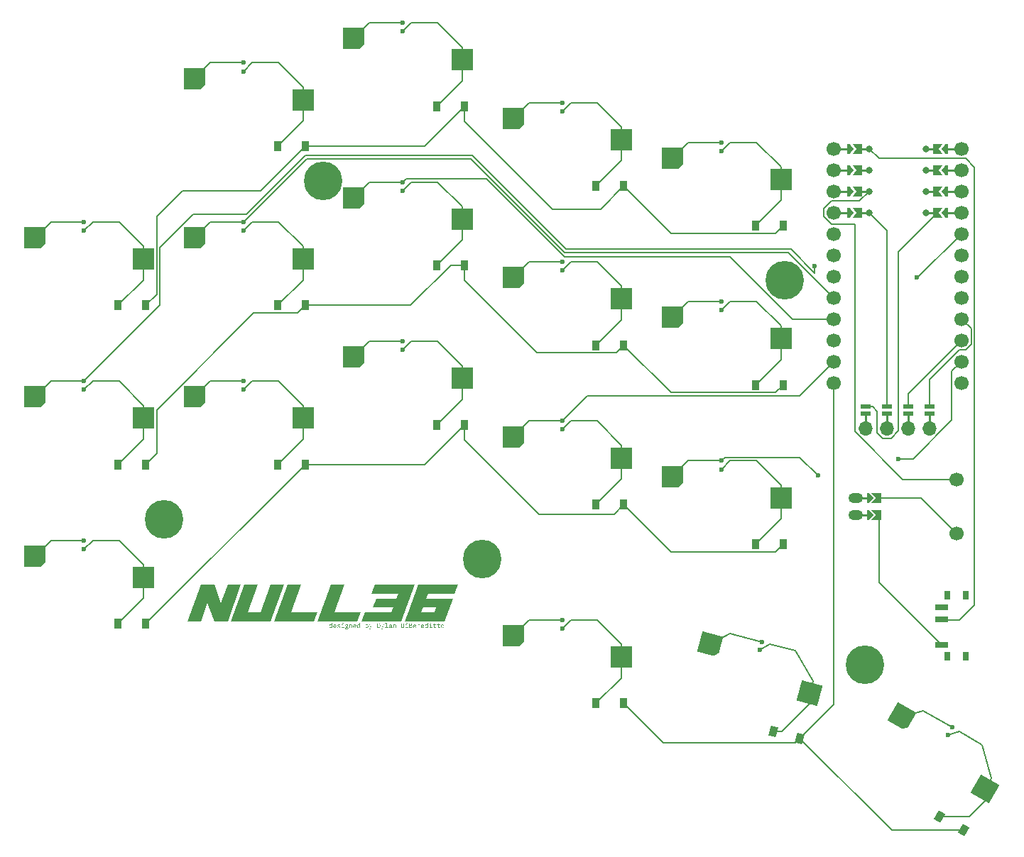
<source format=gbr>
%TF.GenerationSoftware,KiCad,Pcbnew,9.0.7*%
%TF.CreationDate,2026-01-26T01:07:56-05:00*%
%TF.ProjectId,v3,76332e6b-6963-4616-945f-706362585858,rev?*%
%TF.SameCoordinates,Original*%
%TF.FileFunction,Copper,L1,Top*%
%TF.FilePolarity,Positive*%
%FSLAX46Y46*%
G04 Gerber Fmt 4.6, Leading zero omitted, Abs format (unit mm)*
G04 Created by KiCad (PCBNEW 9.0.7) date 2026-01-26 01:07:56*
%MOMM*%
%LPD*%
G01*
G04 APERTURE LIST*
G04 Aperture macros list*
%AMRotRect*
0 Rectangle, with rotation*
0 The origin of the aperture is its center*
0 $1 length*
0 $2 width*
0 $3 Rotation angle, in degrees counterclockwise*
0 Add horizontal line*
21,1,$1,$2,0,0,$3*%
%AMOutline5P*
0 Free polygon, 5 corners , with rotation*
0 The origin of the aperture is its center*
0 number of corners: always 5*
0 $1 to $10 corner X, Y*
0 $11 Rotation angle, in degrees counterclockwise*
0 create outline with 5 corners*
4,1,5,$1,$2,$3,$4,$5,$6,$7,$8,$9,$10,$1,$2,$11*%
%AMOutline6P*
0 Free polygon, 6 corners , with rotation*
0 The origin of the aperture is its center*
0 number of corners: always 6*
0 $1 to $12 corner X, Y*
0 $13 Rotation angle, in degrees counterclockwise*
0 create outline with 6 corners*
4,1,6,$1,$2,$3,$4,$5,$6,$7,$8,$9,$10,$11,$12,$1,$2,$13*%
%AMOutline7P*
0 Free polygon, 7 corners , with rotation*
0 The origin of the aperture is its center*
0 number of corners: always 7*
0 $1 to $14 corner X, Y*
0 $15 Rotation angle, in degrees counterclockwise*
0 create outline with 7 corners*
4,1,7,$1,$2,$3,$4,$5,$6,$7,$8,$9,$10,$11,$12,$13,$14,$1,$2,$15*%
%AMOutline8P*
0 Free polygon, 8 corners , with rotation*
0 The origin of the aperture is its center*
0 number of corners: always 8*
0 $1 to $16 corner X, Y*
0 $17 Rotation angle, in degrees counterclockwise*
0 create outline with 8 corners*
4,1,8,$1,$2,$3,$4,$5,$6,$7,$8,$9,$10,$11,$12,$13,$14,$15,$16,$1,$2,$17*%
%AMFreePoly0*
4,1,6,0.600000,-1.000000,0.000000,-0.400000,-0.600000,-1.000000,-0.600000,0.250000,0.600000,0.250000,0.600000,-1.000000,0.600000,-1.000000,$1*%
%AMFreePoly1*
4,1,6,0.600000,-0.200000,0.600000,-0.400000,-0.600000,-0.400000,-0.600000,-0.200000,0.000000,0.400000,0.600000,-0.200000,0.600000,-0.200000,$1*%
%AMFreePoly2*
4,1,6,0.250000,0.000000,-0.250000,-0.625000,-0.500000,-0.625000,-0.500000,0.625000,-0.250000,0.625000,0.250000,0.000000,0.250000,0.000000,$1*%
%AMFreePoly3*
4,1,6,0.500000,-0.625000,-0.650000,-0.625000,-0.150000,0.000000,-0.650000,0.625000,0.500000,0.625000,0.500000,-0.625000,0.500000,-0.625000,$1*%
G04 Aperture macros list end*
%TA.AperFunction,NonConductor*%
%ADD10C,0.000000*%
%TD*%
%TA.AperFunction,SMDPad,CuDef*%
%ADD11R,0.900000X1.200000*%
%TD*%
%TA.AperFunction,SMDPad,CuDef*%
%ADD12RotRect,0.900000X1.200000X150.000000*%
%TD*%
%TA.AperFunction,WasherPad*%
%ADD13C,4.600000*%
%TD*%
%TA.AperFunction,SMDPad,CuDef*%
%ADD14FreePoly0,270.000000*%
%TD*%
%TA.AperFunction,ComponentPad*%
%ADD15O,1.750000X1.200000*%
%TD*%
%TA.AperFunction,SMDPad,CuDef*%
%ADD16FreePoly1,270.000000*%
%TD*%
%TA.AperFunction,SMDPad,CuDef*%
%ADD17FreePoly2,180.000000*%
%TD*%
%TA.AperFunction,ComponentPad*%
%ADD18C,1.700000*%
%TD*%
%TA.AperFunction,SMDPad,CuDef*%
%ADD19FreePoly2,0.000000*%
%TD*%
%TA.AperFunction,ComponentPad*%
%ADD20C,0.800000*%
%TD*%
%TA.AperFunction,SMDPad,CuDef*%
%ADD21FreePoly3,180.000000*%
%TD*%
%TA.AperFunction,SMDPad,CuDef*%
%ADD22FreePoly3,0.000000*%
%TD*%
%TA.AperFunction,SMDPad,CuDef*%
%ADD23RotRect,0.900000X1.200000X165.000000*%
%TD*%
%TA.AperFunction,ComponentPad*%
%ADD24O,1.700000X1.700000*%
%TD*%
%TA.AperFunction,SMDPad,CuDef*%
%ADD25R,1.200000X0.600000*%
%TD*%
%TA.AperFunction,SMDPad,CuDef*%
%ADD26R,0.800000X1.000000*%
%TD*%
%TA.AperFunction,SMDPad,CuDef*%
%ADD27R,1.500000X0.700000*%
%TD*%
%TA.AperFunction,SMDPad,CuDef*%
%ADD28R,2.550000X2.500000*%
%TD*%
%TA.AperFunction,SMDPad,CuDef*%
%ADD29Outline5P,-1.275000X1.250000X1.275000X1.250000X1.275000X-0.750000X0.775000X-1.250000X-1.275000X-1.250000X0.000000*%
%TD*%
%TA.AperFunction,SMDPad,CuDef*%
%ADD30RotRect,2.550000X2.500000X345.000000*%
%TD*%
%TA.AperFunction,SMDPad,CuDef*%
%ADD31Outline5P,-1.275000X1.250000X1.275000X1.250000X1.275000X-0.750000X0.775000X-1.250000X-1.275000X-1.250000X345.000000*%
%TD*%
%TA.AperFunction,SMDPad,CuDef*%
%ADD32RotRect,2.550000X2.500000X330.000000*%
%TD*%
%TA.AperFunction,SMDPad,CuDef*%
%ADD33Outline5P,-1.275000X1.250000X1.275000X1.250000X1.275000X-0.750000X0.775000X-1.250000X-1.275000X-1.250000X330.000000*%
%TD*%
%TA.AperFunction,ViaPad*%
%ADD34C,0.600000*%
%TD*%
%TA.AperFunction,Conductor*%
%ADD35C,0.200000*%
%TD*%
%TA.AperFunction,Conductor*%
%ADD36C,0.250000*%
%TD*%
G04 APERTURE END LIST*
D10*
%TA.AperFunction,NonConductor*%
G36*
X125573488Y-119802884D02*
G01*
X125576773Y-119803024D01*
X125579926Y-119803256D01*
X125582947Y-119803582D01*
X125585836Y-119804001D01*
X125588594Y-119804512D01*
X125591221Y-119805117D01*
X125593716Y-119805814D01*
X125596080Y-119806605D01*
X125598313Y-119807489D01*
X125600415Y-119808465D01*
X125602386Y-119809535D01*
X125604227Y-119810698D01*
X125605937Y-119811953D01*
X125607516Y-119813302D01*
X125608965Y-119814744D01*
X125610320Y-119816157D01*
X125611585Y-119817620D01*
X125612762Y-119819133D01*
X125613850Y-119820696D01*
X125614849Y-119822308D01*
X125615761Y-119823969D01*
X125616584Y-119825681D01*
X125617320Y-119827442D01*
X125617968Y-119829253D01*
X125618530Y-119831113D01*
X125619004Y-119833023D01*
X125619391Y-119834983D01*
X125619692Y-119836992D01*
X125619907Y-119839052D01*
X125620036Y-119841160D01*
X125620079Y-119843319D01*
X125620079Y-119856019D01*
X125620036Y-119858180D01*
X125619907Y-119860298D01*
X125619692Y-119862373D01*
X125619391Y-119864404D01*
X125619004Y-119866392D01*
X125618530Y-119868336D01*
X125617968Y-119870236D01*
X125617320Y-119872093D01*
X125616584Y-119873907D01*
X125615761Y-119875677D01*
X125614849Y-119877404D01*
X125613850Y-119879088D01*
X125612762Y-119880728D01*
X125611585Y-119882325D01*
X125610320Y-119883878D01*
X125608965Y-119885388D01*
X125607516Y-119886733D01*
X125605937Y-119887992D01*
X125604227Y-119889163D01*
X125602386Y-119890248D01*
X125600415Y-119891247D01*
X125598313Y-119892158D01*
X125596080Y-119892983D01*
X125593716Y-119893721D01*
X125591221Y-119894373D01*
X125588594Y-119894937D01*
X125585836Y-119895415D01*
X125582947Y-119895805D01*
X125579926Y-119896109D01*
X125576773Y-119896327D01*
X125573488Y-119896457D01*
X125570071Y-119896500D01*
X125566669Y-119896457D01*
X125563396Y-119896327D01*
X125560254Y-119896109D01*
X125557241Y-119895805D01*
X125554358Y-119895415D01*
X125551605Y-119894937D01*
X125548981Y-119894373D01*
X125546487Y-119893721D01*
X125544122Y-119892983D01*
X125541886Y-119892158D01*
X125539779Y-119891247D01*
X125537802Y-119890248D01*
X125535953Y-119889163D01*
X125534232Y-119887992D01*
X125532641Y-119886733D01*
X125531177Y-119885388D01*
X125529836Y-119883878D01*
X125528581Y-119882325D01*
X125527411Y-119880728D01*
X125526327Y-119879088D01*
X125525329Y-119877404D01*
X125524418Y-119875677D01*
X125523592Y-119873907D01*
X125522853Y-119872093D01*
X125522201Y-119870236D01*
X125521635Y-119868336D01*
X125521156Y-119866392D01*
X125520764Y-119864404D01*
X125520458Y-119862373D01*
X125520240Y-119860298D01*
X125520109Y-119858180D01*
X125520065Y-119856019D01*
X125520065Y-119843319D01*
X125520109Y-119841160D01*
X125520240Y-119839052D01*
X125520458Y-119836992D01*
X125520764Y-119834983D01*
X125521156Y-119833023D01*
X125521635Y-119831113D01*
X125522201Y-119829253D01*
X125522853Y-119827442D01*
X125523592Y-119825681D01*
X125524418Y-119823969D01*
X125525329Y-119822308D01*
X125526327Y-119820696D01*
X125527411Y-119819133D01*
X125528581Y-119817620D01*
X125529836Y-119816157D01*
X125531177Y-119814744D01*
X125532641Y-119813302D01*
X125534232Y-119811953D01*
X125535953Y-119810698D01*
X125537802Y-119809535D01*
X125539779Y-119808465D01*
X125541886Y-119807489D01*
X125544122Y-119806605D01*
X125546487Y-119805814D01*
X125548981Y-119805117D01*
X125551605Y-119804512D01*
X125554358Y-119804001D01*
X125557241Y-119803582D01*
X125560254Y-119803256D01*
X125563396Y-119803024D01*
X125566669Y-119802884D01*
X125570071Y-119802838D01*
X125573488Y-119802884D01*
G37*
%TD.AperFunction*%
%TA.AperFunction,NonConductor*%
G36*
X136960144Y-119986988D02*
G01*
X137146675Y-119986988D01*
X137146675Y-120040963D01*
X136960144Y-120040963D01*
X136960144Y-120342588D01*
X137146675Y-120342588D01*
X137146675Y-120396563D01*
X136987131Y-120396563D01*
X136981364Y-120396460D01*
X136975791Y-120396154D01*
X136970411Y-120395642D01*
X136965224Y-120394926D01*
X136960231Y-120394005D01*
X136955432Y-120392879D01*
X136950826Y-120391549D01*
X136946413Y-120390014D01*
X136942194Y-120388275D01*
X136938168Y-120386331D01*
X136934335Y-120384182D01*
X136930697Y-120381829D01*
X136927251Y-120379271D01*
X136923999Y-120376508D01*
X136920940Y-120373541D01*
X136918075Y-120370369D01*
X136915480Y-120367036D01*
X136913052Y-120363585D01*
X136910792Y-120360016D01*
X136908699Y-120356330D01*
X136906774Y-120352526D01*
X136905016Y-120348604D01*
X136903426Y-120344564D01*
X136902002Y-120340406D01*
X136900747Y-120336130D01*
X136899659Y-120331737D01*
X136898738Y-120327226D01*
X136897984Y-120322596D01*
X136897398Y-120317849D01*
X136896980Y-120312984D01*
X136896729Y-120308001D01*
X136896645Y-120302900D01*
X136896645Y-120040963D01*
X136760121Y-120040963D01*
X136760121Y-119986988D01*
X136861720Y-119986988D01*
X136864245Y-119986957D01*
X136866672Y-119986864D01*
X136869001Y-119986709D01*
X136871230Y-119986492D01*
X136873361Y-119986213D01*
X136875394Y-119985872D01*
X136877327Y-119985469D01*
X136879163Y-119985004D01*
X136880899Y-119984477D01*
X136882537Y-119983888D01*
X136884076Y-119983237D01*
X136885517Y-119982524D01*
X136886859Y-119981749D01*
X136888102Y-119980911D01*
X136889247Y-119980012D01*
X136890293Y-119979050D01*
X136891347Y-119977913D01*
X136892333Y-119976682D01*
X136893251Y-119975358D01*
X136894103Y-119973941D01*
X136894887Y-119972431D01*
X136895604Y-119970828D01*
X136896253Y-119969132D01*
X136896834Y-119967342D01*
X136897347Y-119965460D01*
X136897792Y-119963485D01*
X136898169Y-119961416D01*
X136898478Y-119959255D01*
X136898718Y-119957001D01*
X136898890Y-119954654D01*
X136898993Y-119952214D01*
X136899028Y-119949681D01*
X136899028Y-119842525D01*
X136960144Y-119842525D01*
X136960144Y-119986988D01*
G37*
%TD.AperFunction*%
%TA.AperFunction,NonConductor*%
G36*
X136072496Y-120342588D02*
G01*
X136210608Y-120342588D01*
X136210608Y-120396563D01*
X135861357Y-120396563D01*
X135861357Y-120342588D01*
X136008993Y-120342588D01*
X136008993Y-120040963D01*
X135861357Y-120040963D01*
X135861357Y-119986988D01*
X136072496Y-119986988D01*
X136072496Y-120342588D01*
G37*
%TD.AperFunction*%
%TA.AperFunction,NonConductor*%
G36*
X133216900Y-120342588D02*
G01*
X133355012Y-120342588D01*
X133355012Y-120396563D01*
X133005761Y-120396563D01*
X133005761Y-120342588D01*
X133153401Y-120342588D01*
X133153401Y-120040963D01*
X133005761Y-120040963D01*
X133005761Y-119986988D01*
X133216900Y-119986988D01*
X133216900Y-120342588D01*
G37*
%TD.AperFunction*%
%TA.AperFunction,NonConductor*%
G36*
X132688373Y-119842798D02*
G01*
X132700466Y-119843617D01*
X132712156Y-119844981D01*
X132723444Y-119846891D01*
X132734330Y-119849346D01*
X132744813Y-119852347D01*
X132754894Y-119855894D01*
X132764572Y-119859987D01*
X132773847Y-119864625D01*
X132782719Y-119869809D01*
X132791188Y-119875539D01*
X132799254Y-119881815D01*
X132806917Y-119888636D01*
X132814177Y-119896004D01*
X132821033Y-119903916D01*
X132827485Y-119912375D01*
X132833541Y-119921371D01*
X132839206Y-119930893D01*
X132844480Y-119940942D01*
X132849364Y-119951519D01*
X132853856Y-119962622D01*
X132857958Y-119974252D01*
X132861670Y-119986410D01*
X132864990Y-119999094D01*
X132867920Y-120012306D01*
X132870460Y-120026045D01*
X132872608Y-120040310D01*
X132874366Y-120055103D01*
X132875733Y-120070423D01*
X132876710Y-120086269D01*
X132877296Y-120102643D01*
X132877491Y-120119544D01*
X132877296Y-120136445D01*
X132876710Y-120152818D01*
X132875733Y-120168665D01*
X132874366Y-120183985D01*
X132872608Y-120198778D01*
X132870460Y-120213043D01*
X132867920Y-120226782D01*
X132864990Y-120239994D01*
X132861670Y-120252678D01*
X132857958Y-120264836D01*
X132853856Y-120276466D01*
X132849364Y-120287570D01*
X132844480Y-120298146D01*
X132839206Y-120308195D01*
X132833541Y-120317718D01*
X132827485Y-120326713D01*
X132821033Y-120335172D01*
X132814177Y-120343085D01*
X132806917Y-120350452D01*
X132803136Y-120353931D01*
X132799254Y-120357273D01*
X132795272Y-120360479D01*
X132791188Y-120363549D01*
X132787004Y-120366482D01*
X132782719Y-120369279D01*
X132778334Y-120371939D01*
X132773847Y-120374463D01*
X132764572Y-120379101D01*
X132754894Y-120383194D01*
X132744813Y-120386741D01*
X132734330Y-120389742D01*
X132723444Y-120392198D01*
X132712156Y-120394107D01*
X132700466Y-120395472D01*
X132688373Y-120396290D01*
X132675878Y-120396563D01*
X132521099Y-120396563D01*
X132521099Y-120338619D01*
X132521099Y-119900469D01*
X132587773Y-119900469D01*
X132587773Y-120338619D01*
X132672706Y-120338619D01*
X132680910Y-120338439D01*
X132688854Y-120337899D01*
X132696537Y-120337000D01*
X132703959Y-120335742D01*
X132711121Y-120334123D01*
X132718023Y-120332145D01*
X132724664Y-120329808D01*
X132731045Y-120327110D01*
X132737166Y-120324053D01*
X132743026Y-120320636D01*
X132748625Y-120316860D01*
X132753964Y-120312724D01*
X132759043Y-120308228D01*
X132763861Y-120303372D01*
X132768419Y-120298156D01*
X132772716Y-120292581D01*
X132776841Y-120286677D01*
X132780701Y-120280476D01*
X132784296Y-120273977D01*
X132787627Y-120267181D01*
X132790693Y-120260087D01*
X132793493Y-120252695D01*
X132796027Y-120245006D01*
X132798296Y-120237019D01*
X132800299Y-120228734D01*
X132802035Y-120220152D01*
X132803505Y-120211272D01*
X132804708Y-120202095D01*
X132805645Y-120192619D01*
X132806314Y-120182846D01*
X132806715Y-120172775D01*
X132806849Y-120162406D01*
X132806849Y-120076682D01*
X132806715Y-120066313D01*
X132806314Y-120056242D01*
X132805645Y-120046469D01*
X132804708Y-120036993D01*
X132803505Y-120027816D01*
X132802035Y-120018936D01*
X132800299Y-120010354D01*
X132798296Y-120002069D01*
X132796027Y-119994082D01*
X132793493Y-119986393D01*
X132790693Y-119979001D01*
X132787627Y-119971907D01*
X132784296Y-119965111D01*
X132780701Y-119958612D01*
X132776841Y-119952411D01*
X132772716Y-119946507D01*
X132768419Y-119940931D01*
X132763861Y-119935716D01*
X132759043Y-119930860D01*
X132753964Y-119926364D01*
X132748625Y-119922228D01*
X132743026Y-119918451D01*
X132737166Y-119915034D01*
X132731045Y-119911977D01*
X132724664Y-119909280D01*
X132718023Y-119906942D01*
X132711121Y-119904964D01*
X132703959Y-119903346D01*
X132696537Y-119902087D01*
X132688854Y-119901188D01*
X132680910Y-119900649D01*
X132672706Y-119900469D01*
X132587773Y-119900469D01*
X132521099Y-119900469D01*
X132521099Y-119842525D01*
X132675878Y-119842525D01*
X132688373Y-119842798D01*
G37*
%TD.AperFunction*%
%TA.AperFunction,NonConductor*%
G36*
X130811757Y-120342588D02*
G01*
X130954632Y-120342588D01*
X130954632Y-120396563D01*
X130605384Y-120396563D01*
X130605384Y-120342588D01*
X130748259Y-120342588D01*
X130748259Y-119863163D01*
X130605384Y-119863163D01*
X130605384Y-119809188D01*
X130811757Y-119809188D01*
X130811757Y-120342588D01*
G37*
%TD.AperFunction*%
%TA.AperFunction,NonConductor*%
G36*
X129832699Y-119842798D02*
G01*
X129844791Y-119843617D01*
X129856481Y-119844981D01*
X129867769Y-119846891D01*
X129878655Y-119849346D01*
X129889138Y-119852347D01*
X129899218Y-119855894D01*
X129908896Y-119859987D01*
X129918171Y-119864625D01*
X129927044Y-119869809D01*
X129935513Y-119875539D01*
X129943579Y-119881815D01*
X129951242Y-119888636D01*
X129958502Y-119896004D01*
X129965358Y-119903916D01*
X129971811Y-119912375D01*
X129977867Y-119921371D01*
X129983532Y-119930893D01*
X129988806Y-119940942D01*
X129993690Y-119951519D01*
X129998183Y-119962622D01*
X130002285Y-119974252D01*
X130005997Y-119986410D01*
X130009318Y-119999094D01*
X130012248Y-120012306D01*
X130014787Y-120026045D01*
X130016936Y-120040310D01*
X130018694Y-120055103D01*
X130020061Y-120070423D01*
X130021038Y-120086269D01*
X130021624Y-120102643D01*
X130021820Y-120119544D01*
X130021624Y-120136445D01*
X130021038Y-120152818D01*
X130020061Y-120168665D01*
X130018694Y-120183985D01*
X130016936Y-120198778D01*
X130014787Y-120213043D01*
X130012248Y-120226782D01*
X130009318Y-120239994D01*
X130005997Y-120252678D01*
X130002285Y-120264836D01*
X129998183Y-120276466D01*
X129993690Y-120287570D01*
X129988806Y-120298146D01*
X129983532Y-120308195D01*
X129977867Y-120317718D01*
X129971811Y-120326713D01*
X129965358Y-120335172D01*
X129958502Y-120343085D01*
X129951242Y-120350452D01*
X129947461Y-120353931D01*
X129943579Y-120357273D01*
X129939596Y-120360479D01*
X129935513Y-120363549D01*
X129931329Y-120366482D01*
X129927044Y-120369279D01*
X129922658Y-120371939D01*
X129918171Y-120374463D01*
X129908896Y-120379101D01*
X129899218Y-120383194D01*
X129889138Y-120386741D01*
X129878655Y-120389742D01*
X129867769Y-120392198D01*
X129856481Y-120394107D01*
X129844791Y-120395472D01*
X129832699Y-120396290D01*
X129820204Y-120396563D01*
X129665425Y-120396563D01*
X129665425Y-120338619D01*
X129665425Y-119900469D01*
X129732101Y-119900469D01*
X129732101Y-120338619D01*
X129817030Y-120338619D01*
X129825234Y-120338439D01*
X129833177Y-120337899D01*
X129840861Y-120337000D01*
X129848283Y-120335742D01*
X129855446Y-120334123D01*
X129862348Y-120332145D01*
X129868989Y-120329808D01*
X129875370Y-120327110D01*
X129881491Y-120324053D01*
X129887351Y-120320636D01*
X129892951Y-120316860D01*
X129898290Y-120312724D01*
X129903369Y-120308228D01*
X129908187Y-120303372D01*
X129912745Y-120298156D01*
X129917042Y-120292581D01*
X129921180Y-120286677D01*
X129925049Y-120280476D01*
X129928651Y-120273977D01*
X129931986Y-120267181D01*
X129935053Y-120260087D01*
X129937852Y-120252695D01*
X129940385Y-120245006D01*
X129942650Y-120237019D01*
X129944649Y-120228734D01*
X129946380Y-120220152D01*
X129947845Y-120211272D01*
X129949044Y-120202095D01*
X129949975Y-120192619D01*
X129950641Y-120182846D01*
X129951040Y-120172775D01*
X129951173Y-120162406D01*
X129951173Y-120076682D01*
X129951040Y-120066313D01*
X129950641Y-120056242D01*
X129949975Y-120046469D01*
X129949044Y-120036993D01*
X129947845Y-120027816D01*
X129946380Y-120018936D01*
X129944649Y-120010354D01*
X129942650Y-120002069D01*
X129940385Y-119994082D01*
X129937852Y-119986393D01*
X129935053Y-119979001D01*
X129931986Y-119971907D01*
X129928651Y-119965111D01*
X129925049Y-119958612D01*
X129921180Y-119952411D01*
X129917042Y-119946507D01*
X129912745Y-119940931D01*
X129908187Y-119935716D01*
X129903369Y-119930860D01*
X129898290Y-119926364D01*
X129892951Y-119922228D01*
X129887351Y-119918451D01*
X129881491Y-119915034D01*
X129875370Y-119911977D01*
X129868989Y-119909280D01*
X129862348Y-119906942D01*
X129855446Y-119904964D01*
X129848283Y-119903346D01*
X129840861Y-119902087D01*
X129833177Y-119901188D01*
X129825234Y-119900649D01*
X129817030Y-119900469D01*
X129732101Y-119900469D01*
X129665425Y-119900469D01*
X129665425Y-119842525D01*
X129820204Y-119842525D01*
X129832699Y-119842798D01*
G37*
%TD.AperFunction*%
%TA.AperFunction,NonConductor*%
G36*
X126527493Y-119977624D02*
G01*
X126535233Y-119978108D01*
X126542776Y-119978914D01*
X126550121Y-119980042D01*
X126557268Y-119981493D01*
X126564217Y-119983266D01*
X126570967Y-119985362D01*
X126577518Y-119987780D01*
X126583871Y-119990521D01*
X126590024Y-119993585D01*
X126595977Y-119996970D01*
X126601731Y-120000679D01*
X126607285Y-120004710D01*
X126612638Y-120009063D01*
X126617791Y-120013739D01*
X126622744Y-120018738D01*
X126627458Y-120023931D01*
X126631867Y-120029391D01*
X126635971Y-120035118D01*
X126639770Y-120041111D01*
X126643265Y-120047371D01*
X126646455Y-120053898D01*
X126649341Y-120060691D01*
X126651923Y-120067751D01*
X126654200Y-120075077D01*
X126656173Y-120082671D01*
X126657843Y-120090531D01*
X126659208Y-120098657D01*
X126660270Y-120107051D01*
X126661029Y-120115711D01*
X126661484Y-120124638D01*
X126661635Y-120133832D01*
X126661635Y-120396563D01*
X126598136Y-120396563D01*
X126598136Y-120144944D01*
X126598041Y-120138015D01*
X126597753Y-120131315D01*
X126597274Y-120124844D01*
X126596602Y-120118603D01*
X126595739Y-120112591D01*
X126594683Y-120106809D01*
X126593435Y-120101256D01*
X126591995Y-120095932D01*
X126590362Y-120090838D01*
X126588536Y-120085973D01*
X126586518Y-120081337D01*
X126584306Y-120076931D01*
X126581902Y-120072754D01*
X126579304Y-120068807D01*
X126576514Y-120065089D01*
X126573529Y-120061600D01*
X126570373Y-120058236D01*
X126567034Y-120055090D01*
X126563513Y-120052160D01*
X126559811Y-120049447D01*
X126555927Y-120046951D01*
X126551862Y-120044672D01*
X126547616Y-120042610D01*
X126543190Y-120040765D01*
X126538582Y-120039137D01*
X126533795Y-120037727D01*
X126528828Y-120036533D01*
X126523681Y-120035556D01*
X126518354Y-120034796D01*
X126512848Y-120034253D01*
X126507163Y-120033928D01*
X126501299Y-120033819D01*
X126496551Y-120033894D01*
X126491831Y-120034117D01*
X126487137Y-120034489D01*
X126482468Y-120035010D01*
X126477820Y-120035679D01*
X126473193Y-120036498D01*
X126468585Y-120037466D01*
X126463993Y-120038582D01*
X126459499Y-120039847D01*
X126455124Y-120041261D01*
X126450871Y-120042823D01*
X126448790Y-120043660D01*
X126446739Y-120044535D01*
X126444719Y-120045446D01*
X126442730Y-120046395D01*
X126440772Y-120047381D01*
X126438845Y-120048404D01*
X126436949Y-120049464D01*
X126435084Y-120050562D01*
X126433251Y-120051697D01*
X126431449Y-120052869D01*
X126429685Y-120054081D01*
X126427965Y-120055337D01*
X126426290Y-120056636D01*
X126424659Y-120057978D01*
X126423072Y-120059364D01*
X126421528Y-120060793D01*
X126420027Y-120062266D01*
X126418569Y-120063782D01*
X126417155Y-120065341D01*
X126415782Y-120066944D01*
X126414453Y-120068591D01*
X126413165Y-120070281D01*
X126411919Y-120072014D01*
X126410715Y-120073791D01*
X126409552Y-120075611D01*
X126408430Y-120077475D01*
X126407377Y-120079379D01*
X126406391Y-120081321D01*
X126405472Y-120083299D01*
X126404621Y-120085314D01*
X126403837Y-120087367D01*
X126403120Y-120089457D01*
X126402472Y-120091583D01*
X126401891Y-120093747D01*
X126401378Y-120095948D01*
X126400933Y-120098187D01*
X126400556Y-120100462D01*
X126400248Y-120102775D01*
X126400007Y-120105126D01*
X126399836Y-120107513D01*
X126399733Y-120109938D01*
X126399698Y-120112400D01*
X126399698Y-120396563D01*
X126336199Y-120396563D01*
X126336199Y-119986988D01*
X126399698Y-119986988D01*
X126399698Y-120053663D01*
X126402875Y-120053663D01*
X126404527Y-120049916D01*
X126406270Y-120046220D01*
X126408106Y-120042573D01*
X126410037Y-120038976D01*
X126412065Y-120035429D01*
X126414192Y-120031932D01*
X126416419Y-120028485D01*
X126418748Y-120025088D01*
X126419955Y-120023317D01*
X126421193Y-120021578D01*
X126422462Y-120019870D01*
X126423763Y-120018192D01*
X126425095Y-120016546D01*
X126426458Y-120014931D01*
X126427852Y-120013347D01*
X126429276Y-120011793D01*
X126430732Y-120010271D01*
X126432217Y-120008780D01*
X126433733Y-120007319D01*
X126435280Y-120005890D01*
X126436857Y-120004491D01*
X126438463Y-120003124D01*
X126440100Y-120001787D01*
X126441767Y-120000481D01*
X126443571Y-119999207D01*
X126445413Y-119997963D01*
X126447292Y-119996750D01*
X126449209Y-119995569D01*
X126451162Y-119994418D01*
X126453153Y-119993299D01*
X126455181Y-119992210D01*
X126457246Y-119991153D01*
X126459348Y-119990127D01*
X126461487Y-119989131D01*
X126463664Y-119988167D01*
X126465878Y-119987234D01*
X126468129Y-119986332D01*
X126470417Y-119985461D01*
X126472743Y-119984622D01*
X126475106Y-119983813D01*
X126477512Y-119983044D01*
X126479968Y-119982325D01*
X126482474Y-119981656D01*
X126485031Y-119981036D01*
X126487637Y-119980465D01*
X126490292Y-119979944D01*
X126492998Y-119979473D01*
X126495752Y-119979051D01*
X126498556Y-119978679D01*
X126501410Y-119978356D01*
X126507263Y-119977860D01*
X126513312Y-119977562D01*
X126519554Y-119977463D01*
X126527493Y-119977624D01*
G37*
%TD.AperFunction*%
%TA.AperFunction,NonConductor*%
G36*
X125601821Y-120342588D02*
G01*
X125739934Y-120342588D01*
X125739934Y-120396563D01*
X125390684Y-120396563D01*
X125390684Y-120342588D01*
X125538322Y-120342588D01*
X125538322Y-120040963D01*
X125390684Y-120040963D01*
X125390684Y-119986988D01*
X125601821Y-119986988D01*
X125601821Y-120342588D01*
G37*
%TD.AperFunction*%
%TA.AperFunction,NonConductor*%
G36*
X137448545Y-119977522D02*
G01*
X137453800Y-119977698D01*
X137458986Y-119977993D01*
X137464104Y-119978405D01*
X137469153Y-119978935D01*
X137474134Y-119979583D01*
X137479047Y-119980348D01*
X137483892Y-119981232D01*
X137488668Y-119982233D01*
X137493378Y-119983353D01*
X137498019Y-119984590D01*
X137502593Y-119985945D01*
X137507099Y-119987418D01*
X137511538Y-119989009D01*
X137515910Y-119990717D01*
X137520215Y-119992544D01*
X137524533Y-119994482D01*
X137528765Y-119996526D01*
X137532911Y-119998675D01*
X137536972Y-120000929D01*
X137540946Y-120003289D01*
X137544835Y-120005754D01*
X137548637Y-120008324D01*
X137552352Y-120011000D01*
X137555981Y-120013781D01*
X137559524Y-120016667D01*
X137562979Y-120019659D01*
X137566348Y-120022756D01*
X137569630Y-120025959D01*
X137572825Y-120029267D01*
X137575933Y-120032681D01*
X137578953Y-120036200D01*
X137581973Y-120039719D01*
X137584902Y-120043331D01*
X137587740Y-120047036D01*
X137590486Y-120050834D01*
X137593140Y-120054725D01*
X137595703Y-120058710D01*
X137598174Y-120062787D01*
X137600553Y-120066958D01*
X137602840Y-120071221D01*
X137605034Y-120075578D01*
X137607137Y-120080028D01*
X137609147Y-120084570D01*
X137611064Y-120089205D01*
X137612889Y-120093934D01*
X137614621Y-120098755D01*
X137616261Y-120103669D01*
X137617790Y-120108664D01*
X137619221Y-120113726D01*
X137621793Y-120124057D01*
X137623974Y-120134660D01*
X137625763Y-120145537D01*
X137627158Y-120156687D01*
X137628156Y-120168110D01*
X137628756Y-120179806D01*
X137628957Y-120191775D01*
X137628756Y-120203929D01*
X137628156Y-120215786D01*
X137627158Y-120227345D01*
X137625763Y-120238607D01*
X137623974Y-120249571D01*
X137621793Y-120260237D01*
X137619221Y-120270605D01*
X137616261Y-120280675D01*
X137614621Y-120285497D01*
X137612889Y-120290238D01*
X137611064Y-120294899D01*
X137609147Y-120299478D01*
X137607137Y-120303977D01*
X137605034Y-120308396D01*
X137602840Y-120312733D01*
X137600553Y-120316990D01*
X137598174Y-120321167D01*
X137595703Y-120325262D01*
X137593140Y-120329278D01*
X137590486Y-120333212D01*
X137587740Y-120337066D01*
X137584902Y-120340839D01*
X137581973Y-120344532D01*
X137578953Y-120348144D01*
X137575933Y-120351567D01*
X137572825Y-120354890D01*
X137569630Y-120358114D01*
X137566348Y-120361239D01*
X137562979Y-120364265D01*
X137559524Y-120367192D01*
X137555981Y-120370020D01*
X137552352Y-120372748D01*
X137548637Y-120375378D01*
X137544835Y-120377908D01*
X137540946Y-120380339D01*
X137536972Y-120382671D01*
X137532911Y-120384903D01*
X137528765Y-120387037D01*
X137524533Y-120389071D01*
X137520215Y-120391007D01*
X137515910Y-120392833D01*
X137511538Y-120394542D01*
X137507099Y-120396133D01*
X137502593Y-120397606D01*
X137498019Y-120398961D01*
X137493378Y-120400198D01*
X137488668Y-120401317D01*
X137483892Y-120402318D01*
X137479047Y-120403202D01*
X137474134Y-120403968D01*
X137469153Y-120404615D01*
X137464104Y-120405146D01*
X137458986Y-120405558D01*
X137453800Y-120405852D01*
X137448545Y-120406029D01*
X137443222Y-120406088D01*
X137437895Y-120406029D01*
X137432629Y-120405852D01*
X137427426Y-120405558D01*
X137422284Y-120405146D01*
X137417203Y-120404615D01*
X137412185Y-120403968D01*
X137407229Y-120403202D01*
X137402335Y-120402318D01*
X137397503Y-120401317D01*
X137392734Y-120400198D01*
X137388027Y-120398961D01*
X137383382Y-120397606D01*
X137378801Y-120396133D01*
X137374282Y-120394542D01*
X137369826Y-120392833D01*
X137365434Y-120391007D01*
X137361200Y-120389071D01*
X137357040Y-120387037D01*
X137352955Y-120384903D01*
X137348945Y-120382671D01*
X137345010Y-120380339D01*
X137341150Y-120377908D01*
X137337365Y-120375378D01*
X137333655Y-120372748D01*
X137330020Y-120370020D01*
X137326461Y-120367192D01*
X137322977Y-120364265D01*
X137319569Y-120361239D01*
X137316237Y-120358114D01*
X137312981Y-120354890D01*
X137309800Y-120351567D01*
X137306696Y-120348144D01*
X137303762Y-120344532D01*
X137300915Y-120340839D01*
X137298153Y-120337066D01*
X137295477Y-120333212D01*
X137292888Y-120329278D01*
X137290386Y-120325262D01*
X137287970Y-120321167D01*
X137285642Y-120316990D01*
X137283401Y-120312733D01*
X137281248Y-120308396D01*
X137279183Y-120303977D01*
X137277206Y-120299478D01*
X137275317Y-120294899D01*
X137273517Y-120290238D01*
X137271806Y-120285497D01*
X137270185Y-120280675D01*
X137268642Y-120275678D01*
X137267200Y-120270605D01*
X137265858Y-120265458D01*
X137264617Y-120260237D01*
X137263475Y-120254941D01*
X137262433Y-120249571D01*
X137260649Y-120238607D01*
X137259263Y-120227345D01*
X137258732Y-120221144D01*
X137324954Y-120221144D01*
X137325080Y-120229342D01*
X137325460Y-120237267D01*
X137326093Y-120244919D01*
X137326980Y-120252298D01*
X137328121Y-120259405D01*
X137329516Y-120266238D01*
X137331165Y-120272799D01*
X137333069Y-120279087D01*
X137335228Y-120285102D01*
X137337642Y-120290844D01*
X137340311Y-120296313D01*
X137343236Y-120301510D01*
X137346417Y-120306434D01*
X137349854Y-120311085D01*
X137353547Y-120315463D01*
X137357496Y-120319569D01*
X137361640Y-120323414D01*
X137365946Y-120327011D01*
X137370414Y-120330360D01*
X137375043Y-120333461D01*
X137379835Y-120336313D01*
X137384788Y-120338918D01*
X137389903Y-120341274D01*
X137395180Y-120343383D01*
X137400619Y-120345243D01*
X137406219Y-120346855D01*
X137411981Y-120348219D01*
X137417906Y-120349335D01*
X137423992Y-120350203D01*
X137430240Y-120350823D01*
X137436650Y-120351195D01*
X137443222Y-120351319D01*
X137449779Y-120351195D01*
X137456177Y-120350823D01*
X137462415Y-120350203D01*
X137468492Y-120349335D01*
X137474410Y-120348219D01*
X137480168Y-120346855D01*
X137485765Y-120345243D01*
X137491203Y-120343383D01*
X137496481Y-120341274D01*
X137501599Y-120338918D01*
X137506557Y-120336313D01*
X137511355Y-120333461D01*
X137515993Y-120330360D01*
X137520471Y-120327011D01*
X137524789Y-120323414D01*
X137528947Y-120319569D01*
X137532883Y-120315463D01*
X137536567Y-120311085D01*
X137539997Y-120306434D01*
X137543173Y-120301510D01*
X137546097Y-120296313D01*
X137548767Y-120290844D01*
X137551183Y-120285102D01*
X137553345Y-120279087D01*
X137555253Y-120272799D01*
X137556908Y-120266238D01*
X137558308Y-120259405D01*
X137559454Y-120252298D01*
X137560345Y-120244919D01*
X137560982Y-120237267D01*
X137561364Y-120229342D01*
X137561492Y-120221144D01*
X137561492Y-120162406D01*
X137561364Y-120154208D01*
X137560982Y-120146283D01*
X137560345Y-120138631D01*
X137559454Y-120131252D01*
X137558308Y-120124146D01*
X137556908Y-120117312D01*
X137555253Y-120110752D01*
X137553345Y-120104464D01*
X137551183Y-120098449D01*
X137548767Y-120092706D01*
X137546097Y-120087237D01*
X137543173Y-120082040D01*
X137539997Y-120077117D01*
X137536567Y-120072465D01*
X137532883Y-120068087D01*
X137528947Y-120063981D01*
X137524789Y-120060136D01*
X137520471Y-120056539D01*
X137515993Y-120053190D01*
X137511355Y-120050090D01*
X137506557Y-120047237D01*
X137501599Y-120044633D01*
X137496481Y-120042276D01*
X137491203Y-120040168D01*
X137485765Y-120038308D01*
X137480168Y-120036696D01*
X137474410Y-120035332D01*
X137468492Y-120034216D01*
X137462415Y-120033348D01*
X137456177Y-120032728D01*
X137449779Y-120032356D01*
X137443222Y-120032232D01*
X137436650Y-120032356D01*
X137430240Y-120032728D01*
X137423992Y-120033348D01*
X137417906Y-120034216D01*
X137411981Y-120035332D01*
X137406219Y-120036696D01*
X137400619Y-120038308D01*
X137395180Y-120040168D01*
X137389903Y-120042276D01*
X137384788Y-120044633D01*
X137379835Y-120047237D01*
X137375043Y-120050090D01*
X137370414Y-120053190D01*
X137365946Y-120056539D01*
X137361640Y-120060136D01*
X137357496Y-120063981D01*
X137353547Y-120068087D01*
X137349854Y-120072465D01*
X137346417Y-120077117D01*
X137343236Y-120082040D01*
X137340311Y-120087237D01*
X137337642Y-120092706D01*
X137335228Y-120098449D01*
X137333069Y-120104464D01*
X137331165Y-120110752D01*
X137329516Y-120117312D01*
X137328121Y-120124146D01*
X137326980Y-120131252D01*
X137326093Y-120138631D01*
X137325460Y-120146283D01*
X137325080Y-120154208D01*
X137324954Y-120162406D01*
X137324954Y-120221144D01*
X137258732Y-120221144D01*
X137258274Y-120215786D01*
X137257681Y-120203929D01*
X137257484Y-120191775D01*
X137257681Y-120179806D01*
X137258274Y-120168110D01*
X137258768Y-120162406D01*
X137259263Y-120156687D01*
X137260649Y-120145537D01*
X137262433Y-120134660D01*
X137264617Y-120124057D01*
X137267200Y-120113726D01*
X137270185Y-120103669D01*
X137271806Y-120098755D01*
X137273517Y-120093934D01*
X137275317Y-120089205D01*
X137277206Y-120084570D01*
X137279183Y-120080028D01*
X137281248Y-120075578D01*
X137283401Y-120071221D01*
X137285642Y-120066958D01*
X137287970Y-120062787D01*
X137290386Y-120058710D01*
X137292888Y-120054725D01*
X137295477Y-120050834D01*
X137298153Y-120047036D01*
X137300915Y-120043331D01*
X137303762Y-120039719D01*
X137306696Y-120036200D01*
X137309800Y-120032681D01*
X137312981Y-120029267D01*
X137316237Y-120025959D01*
X137319569Y-120022756D01*
X137322977Y-120019659D01*
X137326461Y-120016667D01*
X137330020Y-120013781D01*
X137333655Y-120011000D01*
X137337365Y-120008324D01*
X137341150Y-120005754D01*
X137345010Y-120003289D01*
X137348945Y-120000929D01*
X137352955Y-119998675D01*
X137357040Y-119996526D01*
X137361200Y-119994482D01*
X137365434Y-119992544D01*
X137369826Y-119990717D01*
X137374282Y-119989009D01*
X137378801Y-119987418D01*
X137383382Y-119985945D01*
X137388027Y-119984590D01*
X137392734Y-119983353D01*
X137397503Y-119982233D01*
X137402335Y-119981232D01*
X137407229Y-119980348D01*
X137412185Y-119979583D01*
X137417203Y-119978935D01*
X137422284Y-119978405D01*
X137427426Y-119977993D01*
X137432629Y-119977698D01*
X137437895Y-119977522D01*
X137443222Y-119977463D01*
X137448545Y-119977522D01*
G37*
%TD.AperFunction*%
%TA.AperFunction,NonConductor*%
G36*
X135702131Y-120396563D02*
G01*
X135638633Y-120396563D01*
X135638633Y-120329888D01*
X135635456Y-120329888D01*
X135632932Y-120334576D01*
X135630316Y-120339115D01*
X135627609Y-120343506D01*
X135624811Y-120347747D01*
X135621921Y-120351840D01*
X135618939Y-120355784D01*
X135615865Y-120359579D01*
X135612700Y-120363225D01*
X135609443Y-120366723D01*
X135606095Y-120370072D01*
X135602655Y-120373271D01*
X135599123Y-120376322D01*
X135595500Y-120379224D01*
X135591785Y-120381978D01*
X135587978Y-120384582D01*
X135584080Y-120387038D01*
X135580090Y-120389345D01*
X135576009Y-120391503D01*
X135571836Y-120393512D01*
X135567571Y-120395372D01*
X135563215Y-120397084D01*
X135558767Y-120398646D01*
X135554228Y-120400060D01*
X135549597Y-120401325D01*
X135544874Y-120402441D01*
X135540060Y-120403409D01*
X135535154Y-120404227D01*
X135530156Y-120404897D01*
X135525067Y-120405418D01*
X135519886Y-120405790D01*
X135509250Y-120406088D01*
X135499956Y-120405868D01*
X135490915Y-120405207D01*
X135482127Y-120404106D01*
X135473592Y-120402565D01*
X135465311Y-120400584D01*
X135457284Y-120398162D01*
X135449510Y-120395300D01*
X135441990Y-120391998D01*
X135434724Y-120388255D01*
X135427712Y-120384073D01*
X135420954Y-120379450D01*
X135414451Y-120374387D01*
X135408202Y-120368883D01*
X135402207Y-120362940D01*
X135396467Y-120356556D01*
X135390982Y-120349732D01*
X135385892Y-120342511D01*
X135381130Y-120334936D01*
X135376695Y-120327008D01*
X135372588Y-120318727D01*
X135368809Y-120310091D01*
X135365358Y-120301102D01*
X135362235Y-120291760D01*
X135359441Y-120282064D01*
X135356974Y-120272015D01*
X135354837Y-120261612D01*
X135353027Y-120250856D01*
X135351547Y-120239747D01*
X135350395Y-120228284D01*
X135350285Y-120226700D01*
X135417176Y-120226700D01*
X135417294Y-120233562D01*
X135417648Y-120240257D01*
X135418238Y-120246784D01*
X135419064Y-120253143D01*
X135420126Y-120259334D01*
X135421424Y-120265359D01*
X135422957Y-120271215D01*
X135424726Y-120276905D01*
X135426730Y-120282427D01*
X135428969Y-120287781D01*
X135431443Y-120292968D01*
X135434153Y-120297988D01*
X135437097Y-120302841D01*
X135440276Y-120307526D01*
X135443689Y-120312043D01*
X135447338Y-120316394D01*
X135451304Y-120320431D01*
X135455464Y-120324207D01*
X135459816Y-120327723D01*
X135464361Y-120330979D01*
X135469099Y-120333974D01*
X135474029Y-120336709D01*
X135479151Y-120339183D01*
X135484465Y-120341397D01*
X135489971Y-120343351D01*
X135495668Y-120345044D01*
X135501556Y-120346476D01*
X135507635Y-120347648D01*
X135513904Y-120348560D01*
X135520365Y-120349211D01*
X135527015Y-120349602D01*
X135533855Y-120349732D01*
X135539175Y-120349645D01*
X135544422Y-120349385D01*
X135549593Y-120348951D01*
X135554691Y-120348344D01*
X135559714Y-120347563D01*
X135564663Y-120346607D01*
X135569537Y-120345478D01*
X135574337Y-120344175D01*
X135579026Y-120342711D01*
X135583565Y-120341099D01*
X135585779Y-120340237D01*
X135587955Y-120339338D01*
X135590095Y-120338402D01*
X135592197Y-120337428D01*
X135594262Y-120336418D01*
X135596290Y-120335370D01*
X135598280Y-120334285D01*
X135600233Y-120333163D01*
X135602149Y-120332003D01*
X135604028Y-120330806D01*
X135605870Y-120329572D01*
X135607674Y-120328300D01*
X135609435Y-120326896D01*
X135611148Y-120325461D01*
X135612813Y-120323995D01*
X135614428Y-120322497D01*
X135615994Y-120320969D01*
X135617510Y-120319409D01*
X135618977Y-120317819D01*
X135620394Y-120316197D01*
X135621760Y-120314545D01*
X135623076Y-120312861D01*
X135624342Y-120311146D01*
X135625556Y-120309401D01*
X135626719Y-120307624D01*
X135627831Y-120305816D01*
X135628890Y-120303977D01*
X135629898Y-120302107D01*
X135630965Y-120300104D01*
X135631961Y-120298064D01*
X135632886Y-120295987D01*
X135633742Y-120293872D01*
X135634528Y-120291720D01*
X135635244Y-120289531D01*
X135635891Y-120287305D01*
X135636469Y-120285041D01*
X135636978Y-120282740D01*
X135637418Y-120280402D01*
X135637790Y-120278027D01*
X135638094Y-120275614D01*
X135638330Y-120273165D01*
X135638498Y-120270678D01*
X135638599Y-120268154D01*
X135638633Y-120265594D01*
X135638633Y-120117956D01*
X135638599Y-120115399D01*
X135638498Y-120112885D01*
X135638330Y-120110414D01*
X135638094Y-120107986D01*
X135637790Y-120105602D01*
X135637418Y-120103261D01*
X135636978Y-120100964D01*
X135636469Y-120098710D01*
X135635891Y-120096499D01*
X135635244Y-120094332D01*
X135634528Y-120092208D01*
X135633742Y-120090127D01*
X135632886Y-120088090D01*
X135631961Y-120086096D01*
X135630965Y-120084145D01*
X135629898Y-120082238D01*
X135628890Y-120080275D01*
X135627831Y-120078357D01*
X135626719Y-120076481D01*
X135625556Y-120074649D01*
X135624342Y-120072860D01*
X135623076Y-120071115D01*
X135621760Y-120069413D01*
X135620394Y-120067754D01*
X135618977Y-120066138D01*
X135617510Y-120064566D01*
X135615994Y-120063037D01*
X135614428Y-120061552D01*
X135612813Y-120060110D01*
X135611148Y-120058711D01*
X135609435Y-120057356D01*
X135607674Y-120056044D01*
X135605870Y-120054677D01*
X135604028Y-120053353D01*
X135602149Y-120052073D01*
X135600233Y-120050836D01*
X135598280Y-120049643D01*
X135596290Y-120048493D01*
X135594262Y-120047386D01*
X135592197Y-120046323D01*
X135590095Y-120045302D01*
X135587955Y-120044326D01*
X135585779Y-120043392D01*
X135583565Y-120042502D01*
X135581314Y-120041655D01*
X135579026Y-120040852D01*
X135576700Y-120040092D01*
X135574337Y-120039375D01*
X135569537Y-120038072D01*
X135564663Y-120036943D01*
X135559714Y-120035988D01*
X135554691Y-120035207D01*
X135549593Y-120034600D01*
X135544422Y-120034166D01*
X135539175Y-120033906D01*
X135533855Y-120033819D01*
X135527015Y-120033952D01*
X135520365Y-120034352D01*
X135513904Y-120035019D01*
X135507635Y-120035952D01*
X135501556Y-120037152D01*
X135495668Y-120038618D01*
X135489971Y-120040351D01*
X135484465Y-120042351D01*
X135479151Y-120044617D01*
X135474029Y-120047150D01*
X135469099Y-120049950D01*
X135464361Y-120053017D01*
X135459816Y-120056350D01*
X135455464Y-120059950D01*
X135451304Y-120063817D01*
X135447338Y-120067950D01*
X135443689Y-120072204D01*
X135440276Y-120076632D01*
X135437097Y-120081233D01*
X135434153Y-120086008D01*
X135431443Y-120090956D01*
X135428969Y-120096078D01*
X135426730Y-120101374D01*
X135424726Y-120106843D01*
X135422957Y-120112486D01*
X135421424Y-120118303D01*
X135420126Y-120124293D01*
X135419064Y-120130457D01*
X135418238Y-120136795D01*
X135417648Y-120143306D01*
X135417294Y-120149991D01*
X135417176Y-120156850D01*
X135417176Y-120226700D01*
X135350285Y-120226700D01*
X135349572Y-120216468D01*
X135349078Y-120204298D01*
X135348914Y-120191775D01*
X135349078Y-120179253D01*
X135349572Y-120167083D01*
X135350285Y-120156850D01*
X135350395Y-120155267D01*
X135351547Y-120143804D01*
X135353027Y-120132694D01*
X135354837Y-120121938D01*
X135356974Y-120111536D01*
X135359441Y-120101486D01*
X135362235Y-120091791D01*
X135365358Y-120082448D01*
X135368809Y-120073460D01*
X135372588Y-120064824D01*
X135376695Y-120056543D01*
X135381130Y-120048615D01*
X135385892Y-120041040D01*
X135390982Y-120033819D01*
X135396467Y-120026995D01*
X135402207Y-120020611D01*
X135408202Y-120014668D01*
X135414451Y-120009164D01*
X135420954Y-120004101D01*
X135427712Y-119999478D01*
X135434724Y-119995295D01*
X135441990Y-119991553D01*
X135449510Y-119988251D01*
X135457284Y-119985389D01*
X135465311Y-119982967D01*
X135473592Y-119980985D01*
X135482127Y-119979444D01*
X135490915Y-119978343D01*
X135499956Y-119977683D01*
X135509250Y-119977463D01*
X135519886Y-119977760D01*
X135530156Y-119978653D01*
X135540060Y-119980142D01*
X135549597Y-119982225D01*
X135558767Y-119984904D01*
X135567571Y-119988178D01*
X135576009Y-119992048D01*
X135584080Y-119996513D01*
X135591785Y-120001573D01*
X135599123Y-120007228D01*
X135606095Y-120013479D01*
X135612700Y-120020325D01*
X135618939Y-120027767D01*
X135624811Y-120035804D01*
X135630316Y-120044436D01*
X135635456Y-120053663D01*
X135638633Y-120053663D01*
X135638633Y-119809188D01*
X135702131Y-119809188D01*
X135702131Y-120396563D01*
G37*
%TD.AperFunction*%
%TA.AperFunction,NonConductor*%
G36*
X135071789Y-119977522D02*
G01*
X135076858Y-119977698D01*
X135081865Y-119977993D01*
X135086808Y-119978405D01*
X135091689Y-119978935D01*
X135096507Y-119979583D01*
X135101262Y-119980348D01*
X135105955Y-119981232D01*
X135110586Y-119982233D01*
X135115155Y-119983353D01*
X135119661Y-119984590D01*
X135124106Y-119985945D01*
X135128489Y-119987418D01*
X135132810Y-119989009D01*
X135137070Y-119990717D01*
X135141268Y-119992544D01*
X135145498Y-119994476D01*
X135149647Y-119996501D01*
X135153714Y-119998619D01*
X135157700Y-120000830D01*
X135161604Y-120003133D01*
X135165427Y-120005530D01*
X135169168Y-120008019D01*
X135172829Y-120010602D01*
X135176409Y-120013277D01*
X135179908Y-120016046D01*
X135183326Y-120018908D01*
X135186664Y-120021862D01*
X135189921Y-120024910D01*
X135193098Y-120028051D01*
X135196195Y-120031285D01*
X135199211Y-120034613D01*
X135202144Y-120037927D01*
X135204990Y-120041322D01*
X135207748Y-120044798D01*
X135210419Y-120048354D01*
X135213003Y-120051991D01*
X135215501Y-120055708D01*
X135217911Y-120059506D01*
X135220235Y-120063385D01*
X135222472Y-120067344D01*
X135224624Y-120071384D01*
X135226688Y-120075505D01*
X135228667Y-120079706D01*
X135230560Y-120083988D01*
X135232366Y-120088351D01*
X135234087Y-120092795D01*
X135235723Y-120097319D01*
X135237265Y-120101911D01*
X135238707Y-120106559D01*
X135240049Y-120111263D01*
X135241290Y-120116022D01*
X135242432Y-120120837D01*
X135243474Y-120125708D01*
X135244416Y-120130635D01*
X135245258Y-120135617D01*
X135246001Y-120140656D01*
X135246644Y-120145750D01*
X135247188Y-120150900D01*
X135247633Y-120156106D01*
X135248226Y-120166685D01*
X135248423Y-120177488D01*
X135248423Y-120207650D01*
X134945212Y-120207650D01*
X134945212Y-120226700D01*
X134945246Y-120230059D01*
X134945350Y-120233386D01*
X134945521Y-120236682D01*
X134945761Y-120239948D01*
X134946070Y-120243182D01*
X134946447Y-120246385D01*
X134946892Y-120249557D01*
X134947404Y-120252698D01*
X134947985Y-120255807D01*
X134948634Y-120258886D01*
X134949350Y-120261934D01*
X134950134Y-120264951D01*
X134950985Y-120267936D01*
X134951903Y-120270891D01*
X134952889Y-120273814D01*
X134953942Y-120276707D01*
X134955057Y-120279559D01*
X134956230Y-120282361D01*
X134957460Y-120285114D01*
X134958747Y-120287818D01*
X134960091Y-120290472D01*
X134961491Y-120293076D01*
X134962947Y-120295631D01*
X134964460Y-120298137D01*
X134966028Y-120300592D01*
X134967652Y-120302999D01*
X134969331Y-120305355D01*
X134971066Y-120307662D01*
X134972855Y-120309920D01*
X134974698Y-120312127D01*
X134976596Y-120314286D01*
X134978549Y-120316394D01*
X134980657Y-120318450D01*
X134982816Y-120320450D01*
X134985025Y-120322394D01*
X134987284Y-120324282D01*
X134989592Y-120326114D01*
X134991950Y-120327891D01*
X134994358Y-120329612D01*
X134996815Y-120331277D01*
X134999322Y-120332886D01*
X135001877Y-120334439D01*
X135004482Y-120335937D01*
X135007136Y-120337379D01*
X135009838Y-120338765D01*
X135012589Y-120340095D01*
X135015389Y-120341369D01*
X135018237Y-120342588D01*
X135021232Y-120343645D01*
X135024264Y-120344634D01*
X135027334Y-120345554D01*
X135030441Y-120346407D01*
X135033585Y-120347191D01*
X135036766Y-120347907D01*
X135039984Y-120348555D01*
X135043240Y-120349135D01*
X135046532Y-120349647D01*
X135049862Y-120350091D01*
X135053229Y-120350466D01*
X135056634Y-120350773D01*
X135060075Y-120351012D01*
X135063554Y-120351183D01*
X135067070Y-120351285D01*
X135070623Y-120351319D01*
X135075744Y-120351245D01*
X135080777Y-120351021D01*
X135085722Y-120350649D01*
X135090581Y-120350128D01*
X135095351Y-120349459D01*
X135100035Y-120348640D01*
X135104631Y-120347673D01*
X135109140Y-120346557D01*
X135113561Y-120345292D01*
X135117894Y-120343878D01*
X135122141Y-120342315D01*
X135126300Y-120340603D01*
X135130371Y-120338743D01*
X135134355Y-120336734D01*
X135138251Y-120334576D01*
X135142060Y-120332269D01*
X135145770Y-120329832D01*
X135149371Y-120327283D01*
X135152862Y-120324623D01*
X135156242Y-120321851D01*
X135159511Y-120318967D01*
X135162669Y-120315972D01*
X135165716Y-120312865D01*
X135168652Y-120309647D01*
X135171476Y-120306317D01*
X135174188Y-120302875D01*
X135176788Y-120299322D01*
X135179276Y-120295657D01*
X135181651Y-120291881D01*
X135183913Y-120287992D01*
X135186063Y-120283993D01*
X135188099Y-120279881D01*
X135234931Y-120311632D01*
X135232557Y-120316736D01*
X135229989Y-120321728D01*
X135227228Y-120326608D01*
X135224275Y-120331377D01*
X135221128Y-120336034D01*
X135217789Y-120340579D01*
X135214256Y-120345013D01*
X135210531Y-120349335D01*
X135206614Y-120353545D01*
X135202504Y-120357644D01*
X135198202Y-120361631D01*
X135193708Y-120365507D01*
X135189021Y-120369271D01*
X135184143Y-120372923D01*
X135179072Y-120376464D01*
X135173810Y-120379894D01*
X135168481Y-120383066D01*
X135163002Y-120386033D01*
X135157372Y-120388796D01*
X135151593Y-120391354D01*
X135145663Y-120393707D01*
X135139585Y-120395856D01*
X135133357Y-120397800D01*
X135126979Y-120399539D01*
X135120454Y-120401074D01*
X135113779Y-120402404D01*
X135106956Y-120403530D01*
X135099985Y-120404451D01*
X135092866Y-120405167D01*
X135085599Y-120405678D01*
X135078185Y-120405985D01*
X135070623Y-120406088D01*
X135065106Y-120406029D01*
X135059655Y-120405852D01*
X135054272Y-120405558D01*
X135048956Y-120405146D01*
X135043707Y-120404615D01*
X135038526Y-120403968D01*
X135033412Y-120403202D01*
X135028367Y-120402318D01*
X135023389Y-120401317D01*
X135018479Y-120400198D01*
X135013637Y-120398961D01*
X135008863Y-120397606D01*
X135004158Y-120396133D01*
X134999521Y-120394542D01*
X134994953Y-120392833D01*
X134990453Y-120391007D01*
X134986129Y-120389071D01*
X134981877Y-120387037D01*
X134977699Y-120384903D01*
X134973593Y-120382671D01*
X134969562Y-120380339D01*
X134965604Y-120377908D01*
X134961720Y-120375378D01*
X134957910Y-120372748D01*
X134954175Y-120370020D01*
X134950514Y-120367192D01*
X134946928Y-120364265D01*
X134943418Y-120361239D01*
X134939982Y-120358114D01*
X134936623Y-120354890D01*
X134933339Y-120351567D01*
X134930131Y-120348144D01*
X134927094Y-120344532D01*
X134924144Y-120340839D01*
X134921282Y-120337066D01*
X134918507Y-120333212D01*
X134915820Y-120329278D01*
X134913220Y-120325262D01*
X134910707Y-120321167D01*
X134908282Y-120316990D01*
X134905944Y-120312733D01*
X134903694Y-120308396D01*
X134901531Y-120303977D01*
X134899456Y-120299478D01*
X134897468Y-120294899D01*
X134895568Y-120290238D01*
X134893755Y-120285497D01*
X134892029Y-120280675D01*
X134890399Y-120275681D01*
X134888874Y-120270618D01*
X134887453Y-120265487D01*
X134886136Y-120260287D01*
X134884925Y-120255020D01*
X134883817Y-120249684D01*
X134882815Y-120244279D01*
X134881918Y-120238807D01*
X134881126Y-120233266D01*
X134880439Y-120227657D01*
X134879381Y-120216234D01*
X134878746Y-120204538D01*
X134878534Y-120192569D01*
X134878746Y-120180415D01*
X134879381Y-120168559D01*
X134880162Y-120160025D01*
X134945212Y-120160025D01*
X135180162Y-120160025D01*
X135180162Y-120151294D01*
X135180127Y-120147939D01*
X135180024Y-120144621D01*
X135179852Y-120141340D01*
X135179612Y-120138097D01*
X135179303Y-120134891D01*
X135178926Y-120131723D01*
X135178481Y-120128591D01*
X135177968Y-120125497D01*
X135177387Y-120122440D01*
X135176738Y-120119420D01*
X135176022Y-120116438D01*
X135175238Y-120113492D01*
X135174387Y-120110584D01*
X135173468Y-120107713D01*
X135172482Y-120104879D01*
X135171430Y-120102082D01*
X135170406Y-120099328D01*
X135169328Y-120096624D01*
X135168195Y-120093969D01*
X135167008Y-120091364D01*
X135165765Y-120088809D01*
X135164468Y-120086304D01*
X135163115Y-120083848D01*
X135161707Y-120081442D01*
X135160242Y-120079086D01*
X135158722Y-120076779D01*
X135157146Y-120074522D01*
X135155513Y-120072314D01*
X135153823Y-120070157D01*
X135152076Y-120068049D01*
X135150272Y-120065990D01*
X135148411Y-120063981D01*
X135146597Y-120061929D01*
X135144727Y-120059938D01*
X135142802Y-120058009D01*
X135140820Y-120056143D01*
X135138783Y-120054338D01*
X135136690Y-120052595D01*
X135134541Y-120050915D01*
X135132337Y-120049296D01*
X135130076Y-120047739D01*
X135127760Y-120046245D01*
X135125388Y-120044812D01*
X135122961Y-120043442D01*
X135120477Y-120042134D01*
X135117938Y-120040888D01*
X135115343Y-120039704D01*
X135112692Y-120038582D01*
X135110097Y-120037525D01*
X135107464Y-120036536D01*
X135104793Y-120035615D01*
X135102083Y-120034763D01*
X135099334Y-120033978D01*
X135096548Y-120033262D01*
X135093725Y-120032614D01*
X135090864Y-120032034D01*
X135087966Y-120031522D01*
X135085031Y-120031079D01*
X135082059Y-120030703D01*
X135079050Y-120030396D01*
X135076006Y-120030157D01*
X135072925Y-120029987D01*
X135069809Y-120029884D01*
X135066657Y-120029850D01*
X135063398Y-120029888D01*
X135060171Y-120029999D01*
X135056975Y-120030185D01*
X135053811Y-120030446D01*
X135050678Y-120030780D01*
X135047576Y-120031190D01*
X135044504Y-120031673D01*
X135041464Y-120032231D01*
X135038454Y-120032864D01*
X135035475Y-120033571D01*
X135032527Y-120034352D01*
X135029609Y-120035208D01*
X135026721Y-120036138D01*
X135023863Y-120037143D01*
X135021035Y-120038222D01*
X135018237Y-120039375D01*
X135015476Y-120040594D01*
X135012760Y-120041868D01*
X135010088Y-120043198D01*
X135007460Y-120044584D01*
X135004877Y-120046026D01*
X135002337Y-120047524D01*
X134999842Y-120049077D01*
X134997390Y-120050686D01*
X134994982Y-120052351D01*
X134992618Y-120054072D01*
X134990297Y-120055849D01*
X134988020Y-120057681D01*
X134985786Y-120059570D01*
X134983595Y-120061514D01*
X134981448Y-120063514D01*
X134979343Y-120065569D01*
X134977388Y-120067678D01*
X134975481Y-120069836D01*
X134973623Y-120072043D01*
X134971814Y-120074301D01*
X134970053Y-120076608D01*
X134968341Y-120078964D01*
X134966678Y-120081371D01*
X134965065Y-120083826D01*
X134963500Y-120086332D01*
X134961986Y-120088887D01*
X134960520Y-120091491D01*
X134959105Y-120094145D01*
X134957739Y-120096849D01*
X134956423Y-120099602D01*
X134955157Y-120102405D01*
X134953942Y-120105257D01*
X134952889Y-120108054D01*
X134951903Y-120110888D01*
X134950985Y-120113759D01*
X134950134Y-120116668D01*
X134949350Y-120119613D01*
X134948634Y-120122596D01*
X134947985Y-120125615D01*
X134947404Y-120128672D01*
X134946892Y-120131766D01*
X134946447Y-120134898D01*
X134946070Y-120138066D01*
X134945761Y-120141272D01*
X134945521Y-120144515D01*
X134945350Y-120147796D01*
X134945246Y-120151114D01*
X134945212Y-120154469D01*
X134945212Y-120160025D01*
X134880162Y-120160025D01*
X134880439Y-120156999D01*
X134880771Y-120154469D01*
X134881918Y-120145738D01*
X134883817Y-120134773D01*
X134886136Y-120124107D01*
X134888874Y-120113739D01*
X134892029Y-120103669D01*
X134893855Y-120098755D01*
X134895761Y-120093934D01*
X134897748Y-120089205D01*
X134899814Y-120084570D01*
X134901961Y-120080028D01*
X134904189Y-120075578D01*
X134906497Y-120071221D01*
X134908887Y-120066958D01*
X134911357Y-120062787D01*
X134913908Y-120058710D01*
X134916540Y-120054725D01*
X134919253Y-120050834D01*
X134922048Y-120047036D01*
X134924925Y-120043331D01*
X134927883Y-120039719D01*
X134930923Y-120036200D01*
X134934040Y-120032681D01*
X134937230Y-120029267D01*
X134940493Y-120025959D01*
X134943829Y-120022756D01*
X134947239Y-120019659D01*
X134950722Y-120016667D01*
X134954280Y-120013781D01*
X134957911Y-120011000D01*
X134961617Y-120008324D01*
X134965397Y-120005754D01*
X134969253Y-120003289D01*
X134973183Y-120000929D01*
X134977189Y-119998675D01*
X134981270Y-119996526D01*
X134985428Y-119994482D01*
X134989661Y-119992544D01*
X134994050Y-119990717D01*
X134998497Y-119989009D01*
X135003001Y-119987418D01*
X135007562Y-119985945D01*
X135012180Y-119984590D01*
X135016855Y-119983353D01*
X135021585Y-119982233D01*
X135026372Y-119981232D01*
X135031214Y-119980348D01*
X135036113Y-119979583D01*
X135041066Y-119978935D01*
X135046075Y-119978405D01*
X135051139Y-119977993D01*
X135056257Y-119977698D01*
X135061430Y-119977522D01*
X135066657Y-119977463D01*
X135071789Y-119977522D01*
G37*
%TD.AperFunction*%
%TA.AperFunction,NonConductor*%
G36*
X131248982Y-119977605D02*
G01*
X131257661Y-119978033D01*
X131266104Y-119978746D01*
X131274311Y-119979744D01*
X131282281Y-119981028D01*
X131290016Y-119982597D01*
X131297514Y-119984451D01*
X131304776Y-119986590D01*
X131311801Y-119989014D01*
X131318590Y-119991724D01*
X131325143Y-119994719D01*
X131331460Y-119998000D01*
X131337541Y-120001566D01*
X131343385Y-120005417D01*
X131348993Y-120009553D01*
X131354365Y-120013975D01*
X131359555Y-120018651D01*
X131364411Y-120023551D01*
X131368931Y-120028673D01*
X131373117Y-120034018D01*
X131376968Y-120039587D01*
X131380484Y-120045378D01*
X131383665Y-120051393D01*
X131386512Y-120057632D01*
X131389023Y-120064093D01*
X131391200Y-120070778D01*
X131393042Y-120077686D01*
X131394549Y-120084817D01*
X131395721Y-120092171D01*
X131396558Y-120099749D01*
X131397060Y-120107551D01*
X131397228Y-120115575D01*
X131397228Y-120341001D01*
X131454380Y-120341001D01*
X131454380Y-120396563D01*
X131410720Y-120396563D01*
X131406146Y-120396488D01*
X131401739Y-120396265D01*
X131397499Y-120395893D01*
X131393426Y-120395372D01*
X131389521Y-120394702D01*
X131385782Y-120393884D01*
X131382209Y-120392916D01*
X131378804Y-120391800D01*
X131375564Y-120390535D01*
X131372492Y-120389121D01*
X131369585Y-120387559D01*
X131366845Y-120385847D01*
X131364270Y-120383987D01*
X131361862Y-120381978D01*
X131359619Y-120379820D01*
X131357542Y-120377513D01*
X131355609Y-120375094D01*
X131353769Y-120372602D01*
X131352021Y-120370034D01*
X131350367Y-120367393D01*
X131348804Y-120364676D01*
X131347335Y-120361886D01*
X131345958Y-120359021D01*
X131344673Y-120356082D01*
X131343480Y-120353068D01*
X131342379Y-120349980D01*
X131341370Y-120346817D01*
X131340452Y-120343580D01*
X131339627Y-120340269D01*
X131338892Y-120336883D01*
X131338249Y-120333422D01*
X131337698Y-120329888D01*
X131333727Y-120329888D01*
X131331980Y-120334294D01*
X131330103Y-120338582D01*
X131328096Y-120342752D01*
X131325958Y-120346805D01*
X131323689Y-120350740D01*
X131321289Y-120354557D01*
X131318758Y-120358256D01*
X131316097Y-120361837D01*
X131313304Y-120365301D01*
X131310380Y-120368646D01*
X131307324Y-120371874D01*
X131304137Y-120374984D01*
X131300819Y-120377976D01*
X131297368Y-120380850D01*
X131293786Y-120383606D01*
X131290072Y-120386244D01*
X131286329Y-120388648D01*
X131282423Y-120390896D01*
X131278353Y-120392989D01*
X131274120Y-120394927D01*
X131269724Y-120396710D01*
X131265166Y-120398337D01*
X131260446Y-120399810D01*
X131255563Y-120401128D01*
X131250519Y-120402290D01*
X131245313Y-120403298D01*
X131239945Y-120404150D01*
X131234417Y-120404848D01*
X131228727Y-120405390D01*
X131222877Y-120405778D01*
X131216867Y-120406010D01*
X131210696Y-120406088D01*
X131202762Y-120405958D01*
X131195032Y-120405567D01*
X131187507Y-120404916D01*
X131180186Y-120404004D01*
X131173070Y-120402832D01*
X131166159Y-120401400D01*
X131159453Y-120399707D01*
X131152951Y-120397753D01*
X131146654Y-120395540D01*
X131140561Y-120393065D01*
X131134673Y-120390331D01*
X131128990Y-120387335D01*
X131123511Y-120384080D01*
X131118237Y-120380564D01*
X131113168Y-120376787D01*
X131108303Y-120372750D01*
X131103689Y-120368487D01*
X131099373Y-120364031D01*
X131095355Y-120359384D01*
X131091634Y-120354544D01*
X131088211Y-120349512D01*
X131085086Y-120344287D01*
X131082258Y-120338871D01*
X131079728Y-120333262D01*
X131077496Y-120327461D01*
X131075561Y-120321468D01*
X131073924Y-120315282D01*
X131072585Y-120308904D01*
X131071543Y-120302334D01*
X131070799Y-120295571D01*
X131070353Y-120288616D01*
X131070353Y-120288612D01*
X131136879Y-120288612D01*
X131136967Y-120292523D01*
X131137229Y-120296315D01*
X131137665Y-120299990D01*
X131138275Y-120303546D01*
X131139060Y-120306985D01*
X131140018Y-120310306D01*
X131141150Y-120313508D01*
X131142455Y-120316593D01*
X131143932Y-120319561D01*
X131145583Y-120322410D01*
X131147406Y-120325141D01*
X131149402Y-120327755D01*
X131151570Y-120330251D01*
X131153910Y-120332629D01*
X131156421Y-120334889D01*
X131159104Y-120337031D01*
X131162055Y-120338953D01*
X131165135Y-120340751D01*
X131168344Y-120342425D01*
X131171681Y-120343976D01*
X131175147Y-120345402D01*
X131178742Y-120346704D01*
X131182467Y-120347882D01*
X131186320Y-120348937D01*
X131190302Y-120349867D01*
X131194414Y-120350673D01*
X131198655Y-120351356D01*
X131203026Y-120351914D01*
X131207527Y-120352348D01*
X131212157Y-120352658D01*
X131216918Y-120352844D01*
X131221808Y-120352906D01*
X131227895Y-120352820D01*
X131233833Y-120352559D01*
X131239619Y-120352126D01*
X131245255Y-120351518D01*
X131250737Y-120350737D01*
X131256067Y-120349782D01*
X131261242Y-120348653D01*
X131266262Y-120347350D01*
X131271351Y-120345714D01*
X131276261Y-120343978D01*
X131280994Y-120342142D01*
X131285547Y-120340207D01*
X131289923Y-120338173D01*
X131294120Y-120336040D01*
X131298139Y-120333807D01*
X131301979Y-120331475D01*
X131303841Y-120330172D01*
X131305647Y-120328845D01*
X131307397Y-120327493D01*
X131309091Y-120326116D01*
X131310729Y-120324714D01*
X131312310Y-120323288D01*
X131313835Y-120321837D01*
X131315303Y-120320361D01*
X131316715Y-120318860D01*
X131318069Y-120317335D01*
X131319367Y-120315785D01*
X131320608Y-120314210D01*
X131321791Y-120312610D01*
X131322917Y-120310986D01*
X131323986Y-120309337D01*
X131324997Y-120307663D01*
X131326063Y-120305871D01*
X131327059Y-120304066D01*
X131327984Y-120302249D01*
X131328839Y-120300419D01*
X131329624Y-120298577D01*
X131330340Y-120296723D01*
X131330987Y-120294856D01*
X131331564Y-120292977D01*
X131332073Y-120291086D01*
X131332513Y-120289182D01*
X131332885Y-120287266D01*
X131333189Y-120285337D01*
X131333424Y-120283396D01*
X131333593Y-120281443D01*
X131333693Y-120279478D01*
X131333727Y-120277500D01*
X131333727Y-120210032D01*
X131246418Y-120210032D01*
X131232613Y-120210280D01*
X131226074Y-120210590D01*
X131219776Y-120211024D01*
X131213720Y-120211582D01*
X131207907Y-120212265D01*
X131202335Y-120213071D01*
X131197005Y-120214001D01*
X131191917Y-120215056D01*
X131187070Y-120216234D01*
X131182466Y-120217536D01*
X131178104Y-120218962D01*
X131173983Y-120220512D01*
X131170104Y-120222186D01*
X131166467Y-120223984D01*
X131163073Y-120225906D01*
X131159900Y-120227946D01*
X131158391Y-120229008D01*
X131156933Y-120230098D01*
X131155526Y-120231215D01*
X131154170Y-120232361D01*
X131152866Y-120233534D01*
X131151612Y-120234736D01*
X131150410Y-120235965D01*
X131149259Y-120237223D01*
X131148159Y-120238508D01*
X131147110Y-120239821D01*
X131146113Y-120241162D01*
X131145166Y-120242531D01*
X131144271Y-120243928D01*
X131143427Y-120245353D01*
X131142634Y-120246806D01*
X131141892Y-120248287D01*
X131141202Y-120249795D01*
X131140562Y-120251332D01*
X131139974Y-120252896D01*
X131139437Y-120254488D01*
X131138951Y-120256109D01*
X131138516Y-120257757D01*
X131138132Y-120259432D01*
X131137800Y-120261136D01*
X131137519Y-120262868D01*
X131137288Y-120264627D01*
X131137109Y-120266415D01*
X131136982Y-120268230D01*
X131136879Y-120271944D01*
X131136879Y-120288612D01*
X131070353Y-120288612D01*
X131070204Y-120281469D01*
X131070366Y-120274428D01*
X131070542Y-120271944D01*
X131070851Y-120267591D01*
X131071659Y-120260959D01*
X131072791Y-120254531D01*
X131074245Y-120248308D01*
X131076022Y-120242290D01*
X131078121Y-120236476D01*
X131080542Y-120230867D01*
X131083285Y-120225463D01*
X131086350Y-120220263D01*
X131089736Y-120215268D01*
X131093443Y-120210478D01*
X131097471Y-120205892D01*
X131101819Y-120201511D01*
X131106489Y-120197335D01*
X131111478Y-120193363D01*
X131116944Y-120189614D01*
X131122804Y-120186107D01*
X131129060Y-120182843D01*
X131135710Y-120179819D01*
X131142756Y-120177038D01*
X131150197Y-120174499D01*
X131158034Y-120172201D01*
X131166267Y-120170146D01*
X131174896Y-120168332D01*
X131183922Y-120166760D01*
X131193345Y-120165430D01*
X131203164Y-120164341D01*
X131213381Y-120163495D01*
X131223996Y-120162890D01*
X131235008Y-120162527D01*
X131246418Y-120162406D01*
X131333727Y-120162406D01*
X131333727Y-120121925D01*
X131333628Y-120116360D01*
X131333332Y-120110974D01*
X131332839Y-120105768D01*
X131332147Y-120100742D01*
X131331258Y-120095896D01*
X131330170Y-120091230D01*
X131328883Y-120086744D01*
X131327398Y-120082437D01*
X131325714Y-120078310D01*
X131323830Y-120074364D01*
X131321747Y-120070596D01*
X131319464Y-120067009D01*
X131316981Y-120063601D01*
X131314298Y-120060373D01*
X131311414Y-120057325D01*
X131308330Y-120054457D01*
X131305076Y-120051670D01*
X131301654Y-120049062D01*
X131298065Y-120046635D01*
X131294308Y-120044387D01*
X131290383Y-120042319D01*
X131286290Y-120040431D01*
X131282029Y-120038722D01*
X131277600Y-120037194D01*
X131273002Y-120035845D01*
X131268236Y-120034676D01*
X131263302Y-120033686D01*
X131258199Y-120032877D01*
X131252927Y-120032247D01*
X131247486Y-120031798D01*
X131241876Y-120031528D01*
X131236097Y-120031438D01*
X131231006Y-120031503D01*
X131226029Y-120031698D01*
X131221169Y-120032024D01*
X131216425Y-120032480D01*
X131211797Y-120033066D01*
X131207285Y-120033782D01*
X131202890Y-120034628D01*
X131198612Y-120035605D01*
X131194452Y-120036712D01*
X131190408Y-120037949D01*
X131186483Y-120039316D01*
X131182675Y-120040814D01*
X131178985Y-120042442D01*
X131175414Y-120044200D01*
X131171961Y-120046088D01*
X131168627Y-120048107D01*
X131165394Y-120050137D01*
X131162243Y-120052261D01*
X131159173Y-120054478D01*
X131156183Y-120056788D01*
X131153275Y-120059191D01*
X131150448Y-120061687D01*
X131147701Y-120064276D01*
X131145034Y-120066958D01*
X131142447Y-120069733D01*
X131139940Y-120072602D01*
X131137512Y-120075563D01*
X131135164Y-120078617D01*
X131132895Y-120081764D01*
X131130704Y-120085004D01*
X131128592Y-120088337D01*
X131126559Y-120091763D01*
X131083696Y-120060013D01*
X131085776Y-120056057D01*
X131088028Y-120052126D01*
X131090450Y-120048220D01*
X131093043Y-120044338D01*
X131095808Y-120040481D01*
X131098743Y-120036648D01*
X131101849Y-120032840D01*
X131105126Y-120029056D01*
X131106848Y-120027186D01*
X131108617Y-120025347D01*
X131110435Y-120023539D01*
X131112301Y-120021763D01*
X131114216Y-120020017D01*
X131116178Y-120018302D01*
X131118190Y-120016618D01*
X131120249Y-120014966D01*
X131122357Y-120013344D01*
X131124513Y-120011754D01*
X131126718Y-120010194D01*
X131128971Y-120008666D01*
X131131272Y-120007168D01*
X131133622Y-120005702D01*
X131136019Y-120004267D01*
X131138465Y-120002863D01*
X131140972Y-120001396D01*
X131143521Y-119999973D01*
X131146114Y-119998593D01*
X131148749Y-119997257D01*
X131151427Y-119995963D01*
X131154147Y-119994714D01*
X131156911Y-119993507D01*
X131159717Y-119992345D01*
X131165459Y-119990149D01*
X131171371Y-119988128D01*
X131177455Y-119986280D01*
X131183711Y-119984607D01*
X131190162Y-119982932D01*
X131196780Y-119981481D01*
X131203564Y-119980253D01*
X131210519Y-119979249D01*
X131217644Y-119978467D01*
X131224942Y-119977909D01*
X131232416Y-119977574D01*
X131240066Y-119977463D01*
X131248982Y-119977605D01*
G37*
%TD.AperFunction*%
%TA.AperFunction,NonConductor*%
G36*
X127611199Y-120396563D02*
G01*
X127547699Y-120396563D01*
X127547699Y-120329888D01*
X127544526Y-120329888D01*
X127539373Y-120339115D01*
X127536659Y-120343506D01*
X127533854Y-120347747D01*
X127530959Y-120351840D01*
X127527972Y-120355784D01*
X127524894Y-120359579D01*
X127521724Y-120363225D01*
X127518464Y-120366723D01*
X127515112Y-120370072D01*
X127511670Y-120373271D01*
X127508136Y-120376322D01*
X127504511Y-120379224D01*
X127500795Y-120381978D01*
X127496987Y-120384582D01*
X127493089Y-120387038D01*
X127489099Y-120389345D01*
X127485019Y-120391503D01*
X127480847Y-120393512D01*
X127476584Y-120395372D01*
X127472229Y-120397084D01*
X127467784Y-120398646D01*
X127463247Y-120400060D01*
X127458620Y-120401325D01*
X127453901Y-120402441D01*
X127449091Y-120403409D01*
X127444190Y-120404227D01*
X127439197Y-120404897D01*
X127434114Y-120405418D01*
X127428939Y-120405790D01*
X127418316Y-120406088D01*
X127409009Y-120405868D01*
X127399959Y-120405207D01*
X127391164Y-120404106D01*
X127382626Y-120402565D01*
X127374343Y-120400584D01*
X127366316Y-120398162D01*
X127358544Y-120395300D01*
X127351028Y-120391998D01*
X127343766Y-120388255D01*
X127336758Y-120384073D01*
X127330005Y-120379450D01*
X127323507Y-120374387D01*
X127317262Y-120368883D01*
X127311271Y-120362940D01*
X127305533Y-120356556D01*
X127300048Y-120349732D01*
X127294946Y-120342511D01*
X127290174Y-120334936D01*
X127285732Y-120327008D01*
X127281622Y-120318727D01*
X127277841Y-120310091D01*
X127274390Y-120301102D01*
X127271269Y-120291760D01*
X127268478Y-120282064D01*
X127266015Y-120272015D01*
X127263882Y-120261612D01*
X127262078Y-120250856D01*
X127260602Y-120239747D01*
X127259454Y-120228284D01*
X127259344Y-120226700D01*
X127326244Y-120226700D01*
X127326361Y-120233562D01*
X127326713Y-120240257D01*
X127327300Y-120246784D01*
X127328122Y-120253143D01*
X127329179Y-120259334D01*
X127330472Y-120265359D01*
X127332000Y-120271215D01*
X127333765Y-120276905D01*
X127335766Y-120282427D01*
X127338003Y-120287781D01*
X127340477Y-120292968D01*
X127343188Y-120297988D01*
X127346136Y-120302841D01*
X127349322Y-120307526D01*
X127352745Y-120312043D01*
X127356406Y-120316394D01*
X127360371Y-120320431D01*
X127364529Y-120324207D01*
X127368878Y-120327723D01*
X127373418Y-120330979D01*
X127378151Y-120333974D01*
X127383077Y-120336709D01*
X127388194Y-120339183D01*
X127393504Y-120341397D01*
X127399006Y-120343351D01*
X127404702Y-120345044D01*
X127410589Y-120346476D01*
X127416670Y-120347648D01*
X127422944Y-120348560D01*
X127429411Y-120349211D01*
X127436072Y-120349602D01*
X127442926Y-120349732D01*
X127448246Y-120349645D01*
X127453492Y-120349385D01*
X127458663Y-120348951D01*
X127463760Y-120348344D01*
X127468783Y-120347563D01*
X127473732Y-120346607D01*
X127478606Y-120345478D01*
X127483406Y-120344175D01*
X127488094Y-120342711D01*
X127492633Y-120341099D01*
X127494847Y-120340237D01*
X127497024Y-120339338D01*
X127499163Y-120338402D01*
X127501266Y-120337428D01*
X127503331Y-120336418D01*
X127505358Y-120335370D01*
X127507349Y-120334285D01*
X127509303Y-120333163D01*
X127511219Y-120332003D01*
X127513098Y-120330806D01*
X127514940Y-120329572D01*
X127516745Y-120328300D01*
X127518505Y-120326896D01*
X127520216Y-120325461D01*
X127521876Y-120323995D01*
X127523487Y-120322497D01*
X127525048Y-120320969D01*
X127526559Y-120319409D01*
X127528021Y-120317819D01*
X127529433Y-120316197D01*
X127530797Y-120314545D01*
X127532111Y-120312861D01*
X127533376Y-120311146D01*
X127534592Y-120309401D01*
X127535759Y-120307624D01*
X127536877Y-120305816D01*
X127537947Y-120303977D01*
X127538969Y-120302107D01*
X127540022Y-120300104D01*
X127541007Y-120298064D01*
X127541926Y-120295987D01*
X127542777Y-120293872D01*
X127543561Y-120291720D01*
X127544277Y-120289531D01*
X127544925Y-120287305D01*
X127545506Y-120285041D01*
X127546019Y-120282740D01*
X127546464Y-120280402D01*
X127546841Y-120278027D01*
X127547149Y-120275614D01*
X127547389Y-120273165D01*
X127547561Y-120270678D01*
X127547664Y-120268154D01*
X127547699Y-120265594D01*
X127547699Y-120117956D01*
X127547664Y-120115399D01*
X127547561Y-120112885D01*
X127547389Y-120110414D01*
X127547149Y-120107986D01*
X127546841Y-120105602D01*
X127546464Y-120103261D01*
X127546019Y-120100964D01*
X127545506Y-120098710D01*
X127544925Y-120096499D01*
X127544277Y-120094332D01*
X127543561Y-120092208D01*
X127542777Y-120090127D01*
X127541926Y-120088090D01*
X127541007Y-120086096D01*
X127540022Y-120084145D01*
X127538969Y-120082238D01*
X127537947Y-120080275D01*
X127536877Y-120078357D01*
X127535759Y-120076481D01*
X127534592Y-120074649D01*
X127533376Y-120072860D01*
X127532111Y-120071115D01*
X127530797Y-120069413D01*
X127529433Y-120067754D01*
X127528021Y-120066138D01*
X127526559Y-120064566D01*
X127525048Y-120063037D01*
X127523487Y-120061552D01*
X127521876Y-120060110D01*
X127520216Y-120058711D01*
X127518505Y-120057356D01*
X127516745Y-120056044D01*
X127514940Y-120054677D01*
X127513098Y-120053353D01*
X127511219Y-120052073D01*
X127509303Y-120050836D01*
X127507349Y-120049643D01*
X127505358Y-120048493D01*
X127503331Y-120047386D01*
X127501266Y-120046323D01*
X127499163Y-120045302D01*
X127497024Y-120044326D01*
X127494847Y-120043392D01*
X127492633Y-120042502D01*
X127490382Y-120041655D01*
X127488094Y-120040852D01*
X127485768Y-120040092D01*
X127483406Y-120039375D01*
X127478606Y-120038072D01*
X127473732Y-120036943D01*
X127468783Y-120035988D01*
X127463760Y-120035207D01*
X127458663Y-120034600D01*
X127453492Y-120034166D01*
X127448246Y-120033906D01*
X127442926Y-120033819D01*
X127436072Y-120033952D01*
X127429411Y-120034352D01*
X127422944Y-120035019D01*
X127416670Y-120035952D01*
X127410589Y-120037152D01*
X127404702Y-120038618D01*
X127399006Y-120040351D01*
X127393504Y-120042351D01*
X127388194Y-120044617D01*
X127383077Y-120047150D01*
X127378151Y-120049950D01*
X127373418Y-120053017D01*
X127368878Y-120056350D01*
X127364529Y-120059950D01*
X127360371Y-120063817D01*
X127356406Y-120067950D01*
X127352745Y-120072204D01*
X127349322Y-120076632D01*
X127346136Y-120081233D01*
X127343188Y-120086008D01*
X127340477Y-120090956D01*
X127338003Y-120096078D01*
X127335766Y-120101374D01*
X127333765Y-120106843D01*
X127332000Y-120112486D01*
X127330472Y-120118303D01*
X127329179Y-120124293D01*
X127328122Y-120130457D01*
X127327300Y-120136795D01*
X127326713Y-120143306D01*
X127326361Y-120149991D01*
X127326244Y-120156850D01*
X127326244Y-120226700D01*
X127259344Y-120226700D01*
X127258635Y-120216468D01*
X127258144Y-120204298D01*
X127257980Y-120191775D01*
X127258144Y-120179253D01*
X127258635Y-120167083D01*
X127259345Y-120156850D01*
X127259454Y-120155267D01*
X127260602Y-120143804D01*
X127262078Y-120132694D01*
X127263882Y-120121938D01*
X127266015Y-120111536D01*
X127268478Y-120101486D01*
X127271269Y-120091791D01*
X127274390Y-120082448D01*
X127277841Y-120073460D01*
X127281622Y-120064824D01*
X127285732Y-120056543D01*
X127290174Y-120048615D01*
X127294946Y-120041040D01*
X127300048Y-120033819D01*
X127305533Y-120026995D01*
X127311271Y-120020611D01*
X127317262Y-120014668D01*
X127323507Y-120009164D01*
X127330005Y-120004101D01*
X127336758Y-119999478D01*
X127343766Y-119995295D01*
X127351028Y-119991553D01*
X127358544Y-119988251D01*
X127366316Y-119985389D01*
X127374343Y-119982967D01*
X127382626Y-119980985D01*
X127391164Y-119979444D01*
X127399959Y-119978343D01*
X127409009Y-119977683D01*
X127418316Y-119977463D01*
X127428939Y-119977760D01*
X127439197Y-119978653D01*
X127449091Y-119980142D01*
X127458620Y-119982225D01*
X127467784Y-119984904D01*
X127476584Y-119988178D01*
X127485019Y-119992048D01*
X127493089Y-119996513D01*
X127500795Y-120001573D01*
X127508136Y-120007228D01*
X127515112Y-120013479D01*
X127521724Y-120020325D01*
X127527972Y-120027767D01*
X127533854Y-120035804D01*
X127539373Y-120044436D01*
X127544526Y-120053663D01*
X127547699Y-120053663D01*
X127547699Y-119809188D01*
X127611199Y-119809188D01*
X127611199Y-120396563D01*
G37*
%TD.AperFunction*%
%TA.AperFunction,NonConductor*%
G36*
X126980843Y-119977522D02*
G01*
X126985903Y-119977698D01*
X126990903Y-119977993D01*
X126995843Y-119978405D01*
X127000722Y-119978935D01*
X127005541Y-119979583D01*
X127010298Y-119980348D01*
X127014995Y-119981232D01*
X127019630Y-119982233D01*
X127024203Y-119983353D01*
X127028715Y-119984590D01*
X127033164Y-119985945D01*
X127037551Y-119987418D01*
X127041876Y-119989009D01*
X127046137Y-119990717D01*
X127050336Y-119992544D01*
X127054553Y-119994476D01*
X127058692Y-119996501D01*
X127062752Y-119998619D01*
X127066734Y-120000830D01*
X127070637Y-120003133D01*
X127074460Y-120005530D01*
X127078203Y-120008019D01*
X127081867Y-120010602D01*
X127085451Y-120013277D01*
X127088955Y-120016046D01*
X127092378Y-120018908D01*
X127095721Y-120021862D01*
X127098983Y-120024910D01*
X127102163Y-120028051D01*
X127105262Y-120031285D01*
X127108280Y-120034613D01*
X127111213Y-120037927D01*
X127114058Y-120041322D01*
X127116817Y-120044798D01*
X127119488Y-120048354D01*
X127122072Y-120051991D01*
X127124570Y-120055708D01*
X127126980Y-120059506D01*
X127129305Y-120063385D01*
X127131542Y-120067344D01*
X127133693Y-120071384D01*
X127135758Y-120075505D01*
X127137737Y-120079706D01*
X127139630Y-120083988D01*
X127141437Y-120088351D01*
X127143158Y-120092795D01*
X127144793Y-120097319D01*
X127146322Y-120101911D01*
X127147755Y-120106559D01*
X127149089Y-120111263D01*
X127150327Y-120116022D01*
X127151467Y-120120837D01*
X127152509Y-120125708D01*
X127153452Y-120130635D01*
X127154298Y-120135617D01*
X127155044Y-120140656D01*
X127155692Y-120145750D01*
X127156241Y-120150900D01*
X127156691Y-120156106D01*
X127157041Y-120161367D01*
X127157291Y-120166685D01*
X127157492Y-120177488D01*
X127157492Y-120207650D01*
X126854280Y-120207650D01*
X126854280Y-120226700D01*
X126854415Y-120233386D01*
X126854583Y-120236682D01*
X126854818Y-120239948D01*
X126855122Y-120243182D01*
X126855494Y-120246385D01*
X126855934Y-120249557D01*
X126856443Y-120252698D01*
X126857020Y-120255807D01*
X126857667Y-120258886D01*
X126858383Y-120261934D01*
X126859168Y-120264951D01*
X126860023Y-120267936D01*
X126860949Y-120270891D01*
X126861944Y-120273814D01*
X126863010Y-120276707D01*
X126864124Y-120279559D01*
X126865295Y-120282361D01*
X126866521Y-120285114D01*
X126867804Y-120287818D01*
X126869143Y-120290472D01*
X126870538Y-120293076D01*
X126871990Y-120295631D01*
X126873498Y-120298137D01*
X126875063Y-120300592D01*
X126876685Y-120302999D01*
X126878364Y-120305355D01*
X126880100Y-120307662D01*
X126881893Y-120309920D01*
X126883744Y-120312127D01*
X126885652Y-120314286D01*
X126887617Y-120316394D01*
X126889725Y-120318450D01*
X126891881Y-120320450D01*
X126894086Y-120322394D01*
X126896341Y-120324282D01*
X126898644Y-120326114D01*
X126900998Y-120327891D01*
X126903401Y-120329612D01*
X126905853Y-120331277D01*
X126908357Y-120332886D01*
X126910910Y-120334439D01*
X126913515Y-120335937D01*
X126916170Y-120337379D01*
X126918876Y-120338765D01*
X126921634Y-120340095D01*
X126924444Y-120341369D01*
X126927305Y-120342588D01*
X126930300Y-120343645D01*
X126933332Y-120344634D01*
X126936401Y-120345554D01*
X126939508Y-120346407D01*
X126942652Y-120347191D01*
X126945833Y-120347907D01*
X126949051Y-120348555D01*
X126952307Y-120349135D01*
X126955600Y-120349647D01*
X126958930Y-120350091D01*
X126962297Y-120350466D01*
X126965702Y-120350773D01*
X126969143Y-120351012D01*
X126972622Y-120351183D01*
X126976138Y-120351285D01*
X126979692Y-120351319D01*
X126984798Y-120351245D01*
X126989819Y-120351021D01*
X126994755Y-120350649D01*
X126999605Y-120350128D01*
X127004369Y-120349459D01*
X127009048Y-120348640D01*
X127013641Y-120347673D01*
X127018149Y-120346557D01*
X127022571Y-120345292D01*
X127026908Y-120343878D01*
X127031159Y-120342315D01*
X127035324Y-120340603D01*
X127039404Y-120338743D01*
X127043398Y-120336734D01*
X127047307Y-120334576D01*
X127051130Y-120332269D01*
X127054840Y-120329832D01*
X127058438Y-120327283D01*
X127061925Y-120324623D01*
X127065300Y-120321851D01*
X127068564Y-120318967D01*
X127071717Y-120315972D01*
X127074760Y-120312865D01*
X127077691Y-120309647D01*
X127080512Y-120306317D01*
X127083222Y-120302875D01*
X127085822Y-120299322D01*
X127088311Y-120295657D01*
X127090690Y-120291881D01*
X127092959Y-120287992D01*
X127095118Y-120283993D01*
X127097168Y-120279881D01*
X127143997Y-120311632D01*
X127141610Y-120316736D01*
X127139033Y-120321728D01*
X127136267Y-120326608D01*
X127133309Y-120331377D01*
X127130161Y-120336034D01*
X127126822Y-120340579D01*
X127123292Y-120345013D01*
X127119570Y-120349335D01*
X127115657Y-120353545D01*
X127111552Y-120357644D01*
X127107255Y-120361631D01*
X127102766Y-120365507D01*
X127098084Y-120369271D01*
X127093209Y-120372923D01*
X127088142Y-120376464D01*
X127082881Y-120379894D01*
X127077539Y-120383066D01*
X127072049Y-120386033D01*
X127066413Y-120388796D01*
X127060629Y-120391354D01*
X127054698Y-120393707D01*
X127048619Y-120395856D01*
X127042393Y-120397800D01*
X127036019Y-120399539D01*
X127029497Y-120401074D01*
X127022827Y-120402404D01*
X127016009Y-120403530D01*
X127009042Y-120404451D01*
X127001927Y-120405167D01*
X126994664Y-120405678D01*
X126987252Y-120405985D01*
X126979692Y-120406088D01*
X126974161Y-120406029D01*
X126968700Y-120405852D01*
X126963310Y-120405558D01*
X126957990Y-120405146D01*
X126952740Y-120404615D01*
X126947559Y-120403968D01*
X126942448Y-120403202D01*
X126937405Y-120402318D01*
X126932431Y-120401317D01*
X126927526Y-120400198D01*
X126922690Y-120398961D01*
X126917921Y-120397606D01*
X126913221Y-120396133D01*
X126908587Y-120394542D01*
X126904022Y-120392833D01*
X126899523Y-120391007D01*
X126895186Y-120389071D01*
X126890925Y-120387037D01*
X126886739Y-120384903D01*
X126882630Y-120382671D01*
X126878596Y-120380339D01*
X126874638Y-120377908D01*
X126870756Y-120375378D01*
X126866949Y-120372748D01*
X126863218Y-120370020D01*
X126859562Y-120367192D01*
X126855980Y-120364265D01*
X126852474Y-120361239D01*
X126849043Y-120358114D01*
X126845686Y-120354890D01*
X126842404Y-120351567D01*
X126839197Y-120348144D01*
X126836160Y-120344532D01*
X126833211Y-120340839D01*
X126830349Y-120337066D01*
X126827574Y-120333212D01*
X126824887Y-120329278D01*
X126822287Y-120325262D01*
X126819775Y-120321167D01*
X126817350Y-120316990D01*
X126815012Y-120312733D01*
X126812762Y-120308396D01*
X126810600Y-120303977D01*
X126808524Y-120299478D01*
X126806536Y-120294899D01*
X126804636Y-120290238D01*
X126802823Y-120285497D01*
X126801097Y-120280675D01*
X126799455Y-120275681D01*
X126797920Y-120270618D01*
X126796492Y-120265487D01*
X126795172Y-120260287D01*
X126793959Y-120255020D01*
X126792852Y-120249684D01*
X126791852Y-120244279D01*
X126790958Y-120238807D01*
X126790170Y-120233266D01*
X126789488Y-120227657D01*
X126788441Y-120216234D01*
X126787813Y-120204538D01*
X126787605Y-120192569D01*
X126787813Y-120180415D01*
X126788441Y-120168559D01*
X126789214Y-120160025D01*
X126854280Y-120160025D01*
X127089230Y-120160025D01*
X127089230Y-120151294D01*
X127089195Y-120147939D01*
X127089092Y-120144621D01*
X127088921Y-120141340D01*
X127088680Y-120138097D01*
X127088372Y-120134891D01*
X127087995Y-120131723D01*
X127087550Y-120128591D01*
X127087037Y-120125497D01*
X127086456Y-120122440D01*
X127085808Y-120119420D01*
X127085091Y-120116438D01*
X127084307Y-120113492D01*
X127083456Y-120110584D01*
X127082537Y-120107713D01*
X127081551Y-120104879D01*
X127080498Y-120102082D01*
X127079473Y-120099328D01*
X127078393Y-120096624D01*
X127077257Y-120093969D01*
X127076065Y-120091364D01*
X127074818Y-120088809D01*
X127073516Y-120086304D01*
X127072158Y-120083848D01*
X127070746Y-120081442D01*
X127069278Y-120079086D01*
X127067756Y-120076779D01*
X127066179Y-120074522D01*
X127064548Y-120072314D01*
X127062862Y-120070157D01*
X127061122Y-120068049D01*
X127059328Y-120065990D01*
X127057479Y-120063981D01*
X127055666Y-120061929D01*
X127053796Y-120059938D01*
X127051871Y-120058009D01*
X127049889Y-120056143D01*
X127047852Y-120054338D01*
X127045759Y-120052595D01*
X127043611Y-120050915D01*
X127041406Y-120049296D01*
X127039145Y-120047739D01*
X127036829Y-120046245D01*
X127034457Y-120044812D01*
X127032029Y-120043442D01*
X127029546Y-120042134D01*
X127027006Y-120040888D01*
X127024411Y-120039704D01*
X127021760Y-120038582D01*
X127019153Y-120037525D01*
X127016510Y-120036536D01*
X127013832Y-120035615D01*
X127011118Y-120034763D01*
X127008368Y-120033978D01*
X127005582Y-120033262D01*
X127002761Y-120032614D01*
X126999903Y-120032034D01*
X126997008Y-120031522D01*
X126994078Y-120031079D01*
X126991111Y-120030703D01*
X126988107Y-120030396D01*
X126985066Y-120030157D01*
X126981989Y-120029987D01*
X126978874Y-120029884D01*
X126975723Y-120029850D01*
X126972464Y-120029888D01*
X126969235Y-120029999D01*
X126966036Y-120030185D01*
X126962867Y-120030446D01*
X126959729Y-120030780D01*
X126956622Y-120031190D01*
X126953546Y-120031673D01*
X126950502Y-120032231D01*
X126947489Y-120032864D01*
X126944508Y-120033571D01*
X126941559Y-120034352D01*
X126938643Y-120035208D01*
X126935759Y-120036138D01*
X126932908Y-120037143D01*
X126930090Y-120038222D01*
X126927305Y-120039375D01*
X126924544Y-120040594D01*
X126921828Y-120041868D01*
X126919156Y-120043198D01*
X126916529Y-120044584D01*
X126913945Y-120046026D01*
X126911406Y-120047524D01*
X126908911Y-120049077D01*
X126906459Y-120050686D01*
X126904051Y-120052351D01*
X126901687Y-120054072D01*
X126899366Y-120055849D01*
X126897089Y-120057681D01*
X126894855Y-120059570D01*
X126892664Y-120061514D01*
X126890516Y-120063514D01*
X126888411Y-120065569D01*
X126886443Y-120067678D01*
X126884527Y-120069836D01*
X126882662Y-120072043D01*
X126880848Y-120074301D01*
X126879086Y-120076608D01*
X126877375Y-120078964D01*
X126875714Y-120081371D01*
X126874104Y-120083826D01*
X126872544Y-120086332D01*
X126871034Y-120088887D01*
X126869574Y-120091491D01*
X126868163Y-120094145D01*
X126866801Y-120096849D01*
X126865489Y-120099602D01*
X126864225Y-120102405D01*
X126863010Y-120105257D01*
X126861944Y-120108054D01*
X126860949Y-120110888D01*
X126860023Y-120113759D01*
X126859168Y-120116668D01*
X126858383Y-120119613D01*
X126857667Y-120122596D01*
X126857020Y-120125615D01*
X126856443Y-120128672D01*
X126855934Y-120131766D01*
X126855494Y-120134898D01*
X126855122Y-120138066D01*
X126854818Y-120141272D01*
X126854583Y-120144515D01*
X126854415Y-120147796D01*
X126854314Y-120151114D01*
X126854280Y-120154469D01*
X126854280Y-120160025D01*
X126789214Y-120160025D01*
X126789488Y-120156999D01*
X126789819Y-120154469D01*
X126790958Y-120145738D01*
X126792852Y-120134773D01*
X126795172Y-120124107D01*
X126797920Y-120113739D01*
X126799455Y-120108667D01*
X126801097Y-120103669D01*
X126802924Y-120098755D01*
X126804830Y-120093934D01*
X126806816Y-120089205D01*
X126808883Y-120084570D01*
X126811030Y-120080028D01*
X126813258Y-120075578D01*
X126815567Y-120071221D01*
X126817956Y-120066958D01*
X126820426Y-120062787D01*
X126822978Y-120058710D01*
X126825610Y-120054725D01*
X126828324Y-120050834D01*
X126831119Y-120047036D01*
X126833995Y-120043331D01*
X126836954Y-120039719D01*
X126839994Y-120036200D01*
X126843097Y-120032681D01*
X126846277Y-120029267D01*
X126849533Y-120025959D01*
X126852865Y-120022756D01*
X126856272Y-120019659D01*
X126859756Y-120016667D01*
X126863315Y-120013781D01*
X126866950Y-120011000D01*
X126870660Y-120008324D01*
X126874445Y-120005754D01*
X126878305Y-120003289D01*
X126882240Y-120000929D01*
X126886251Y-119998675D01*
X126890335Y-119996526D01*
X126894495Y-119994482D01*
X126898729Y-119992544D01*
X126903118Y-119990717D01*
X126907562Y-119989009D01*
X126912063Y-119987418D01*
X126916620Y-119985945D01*
X126921233Y-119984590D01*
X126925902Y-119983353D01*
X126930628Y-119982233D01*
X126935411Y-119981232D01*
X126940250Y-119980348D01*
X126945146Y-119979583D01*
X126950099Y-119978935D01*
X126955109Y-119978405D01*
X126960177Y-119977993D01*
X126965301Y-119977698D01*
X126970483Y-119977522D01*
X126975723Y-119977463D01*
X126980843Y-119977522D01*
G37*
%TD.AperFunction*%
%TA.AperFunction,NonConductor*%
G36*
X136044160Y-119802884D02*
G01*
X136047445Y-119803024D01*
X136050598Y-119803256D01*
X136053619Y-119803582D01*
X136056508Y-119804001D01*
X136059266Y-119804512D01*
X136061893Y-119805117D01*
X136064388Y-119805814D01*
X136066752Y-119806605D01*
X136068985Y-119807489D01*
X136071088Y-119808465D01*
X136073059Y-119809535D01*
X136074900Y-119810698D01*
X136076610Y-119811953D01*
X136078190Y-119813302D01*
X136079640Y-119814744D01*
X136080994Y-119816157D01*
X136082259Y-119817620D01*
X136083435Y-119819133D01*
X136084523Y-119820696D01*
X136085522Y-119822308D01*
X136086433Y-119823969D01*
X136087256Y-119825681D01*
X136087992Y-119827442D01*
X136088640Y-119829253D01*
X136089201Y-119831113D01*
X136089675Y-119833023D01*
X136090063Y-119834983D01*
X136090364Y-119836992D01*
X136090578Y-119839052D01*
X136090707Y-119841160D01*
X136090750Y-119843319D01*
X136090750Y-119856019D01*
X136090707Y-119858180D01*
X136090578Y-119860298D01*
X136090364Y-119862373D01*
X136090063Y-119864404D01*
X136089675Y-119866392D01*
X136089201Y-119868336D01*
X136088640Y-119870236D01*
X136087992Y-119872093D01*
X136087256Y-119873907D01*
X136086433Y-119875677D01*
X136085522Y-119877404D01*
X136084523Y-119879088D01*
X136083435Y-119880728D01*
X136082259Y-119882325D01*
X136080994Y-119883878D01*
X136079640Y-119885388D01*
X136078190Y-119886733D01*
X136076610Y-119887992D01*
X136074900Y-119889163D01*
X136073059Y-119890248D01*
X136071088Y-119891247D01*
X136068985Y-119892158D01*
X136066752Y-119892983D01*
X136064388Y-119893721D01*
X136061893Y-119894373D01*
X136059266Y-119894937D01*
X136056508Y-119895415D01*
X136053619Y-119895805D01*
X136050598Y-119896109D01*
X136047445Y-119896327D01*
X136044160Y-119896457D01*
X136040744Y-119896500D01*
X136037341Y-119896457D01*
X136034069Y-119896327D01*
X136030927Y-119896109D01*
X136027915Y-119895805D01*
X136025032Y-119895415D01*
X136022279Y-119894937D01*
X136019655Y-119894373D01*
X136017160Y-119893721D01*
X136014795Y-119892983D01*
X136012559Y-119892158D01*
X136010452Y-119891247D01*
X136008474Y-119890248D01*
X136006625Y-119889163D01*
X136004905Y-119887992D01*
X136003313Y-119886733D01*
X136001850Y-119885388D01*
X136000509Y-119883878D01*
X135999254Y-119882325D01*
X135998084Y-119880728D01*
X135997001Y-119879088D01*
X135996003Y-119877404D01*
X135995092Y-119875677D01*
X135994266Y-119873907D01*
X135993528Y-119872093D01*
X135992875Y-119870236D01*
X135992309Y-119868336D01*
X135991830Y-119866392D01*
X135991438Y-119864404D01*
X135991133Y-119862373D01*
X135990914Y-119860298D01*
X135990783Y-119858180D01*
X135990740Y-119856019D01*
X135990740Y-119843319D01*
X135990783Y-119841160D01*
X135990914Y-119839052D01*
X135991133Y-119836992D01*
X135991438Y-119834983D01*
X135991830Y-119833023D01*
X135992309Y-119831113D01*
X135992875Y-119829253D01*
X135993528Y-119827442D01*
X135994266Y-119825681D01*
X135995092Y-119823969D01*
X135996003Y-119822308D01*
X135997001Y-119820696D01*
X135998084Y-119819133D01*
X135999254Y-119817620D01*
X136000509Y-119816157D01*
X136001850Y-119814744D01*
X136003313Y-119813302D01*
X136004905Y-119811953D01*
X136006625Y-119810698D01*
X136008474Y-119809535D01*
X136010452Y-119808465D01*
X136012559Y-119807489D01*
X136014795Y-119806605D01*
X136017160Y-119805814D01*
X136019655Y-119805117D01*
X136022279Y-119804512D01*
X136025032Y-119804001D01*
X136027915Y-119803582D01*
X136030927Y-119803256D01*
X136034069Y-119803024D01*
X136037341Y-119802884D01*
X136040744Y-119802838D01*
X136044160Y-119802884D01*
G37*
%TD.AperFunction*%
%TA.AperFunction,NonConductor*%
G36*
X125078804Y-119977531D02*
G01*
X125085576Y-119977735D01*
X125092229Y-119978076D01*
X125098763Y-119978554D01*
X125105179Y-119979168D01*
X125111476Y-119979918D01*
X125117655Y-119980804D01*
X125123716Y-119981827D01*
X125129658Y-119982987D01*
X125135483Y-119984283D01*
X125141189Y-119985715D01*
X125146778Y-119987284D01*
X125152249Y-119988990D01*
X125157603Y-119990832D01*
X125162839Y-119992810D01*
X125167958Y-119994925D01*
X125173076Y-119997161D01*
X125178101Y-119999503D01*
X125183032Y-120001949D01*
X125187870Y-120004501D01*
X125192615Y-120007158D01*
X125197266Y-120009921D01*
X125201823Y-120012789D01*
X125206286Y-120015762D01*
X125210656Y-120018841D01*
X125214931Y-120022025D01*
X125219113Y-120025315D01*
X125223200Y-120028710D01*
X125227192Y-120032210D01*
X125231090Y-120035816D01*
X125234894Y-120039527D01*
X125238602Y-120043344D01*
X125197327Y-120082238D01*
X125195481Y-120080056D01*
X125193514Y-120077873D01*
X125191425Y-120075690D01*
X125189211Y-120073506D01*
X125186870Y-120071323D01*
X125184401Y-120069140D01*
X125181802Y-120066957D01*
X125179070Y-120064775D01*
X125177768Y-120063594D01*
X125176421Y-120062431D01*
X125175030Y-120061287D01*
X125173594Y-120060162D01*
X125172113Y-120059055D01*
X125170588Y-120057966D01*
X125169017Y-120056897D01*
X125167403Y-120055846D01*
X125165743Y-120054813D01*
X125164039Y-120053799D01*
X125162290Y-120052804D01*
X125160497Y-120051827D01*
X125158659Y-120050869D01*
X125156776Y-120049930D01*
X125154849Y-120049009D01*
X125152877Y-120048107D01*
X125149037Y-120046171D01*
X125145018Y-120044335D01*
X125140821Y-120042599D01*
X125136446Y-120040962D01*
X125131892Y-120039424D01*
X125127159Y-120037986D01*
X125122248Y-120036647D01*
X125117158Y-120035406D01*
X125111908Y-120034290D01*
X125106457Y-120033323D01*
X125100806Y-120032504D01*
X125094953Y-120031835D01*
X125088899Y-120031314D01*
X125082645Y-120030942D01*
X125076190Y-120030718D01*
X125069533Y-120030644D01*
X125063576Y-120030709D01*
X125057791Y-120030904D01*
X125052177Y-120031230D01*
X125046735Y-120031686D01*
X125041465Y-120032272D01*
X125036367Y-120032988D01*
X125031442Y-120033834D01*
X125026690Y-120034811D01*
X125022111Y-120035918D01*
X125017705Y-120037155D01*
X125013472Y-120038522D01*
X125009413Y-120040020D01*
X125005528Y-120041648D01*
X125001818Y-120043406D01*
X124998282Y-120045294D01*
X124994920Y-120047313D01*
X124991849Y-120049455D01*
X124988975Y-120051715D01*
X124987612Y-120052890D01*
X124986298Y-120054093D01*
X124985034Y-120055327D01*
X124983819Y-120056589D01*
X124982654Y-120057881D01*
X124981538Y-120059203D01*
X124980471Y-120060554D01*
X124979454Y-120061934D01*
X124978486Y-120063344D01*
X124977568Y-120064784D01*
X124976700Y-120066253D01*
X124975881Y-120067751D01*
X124975111Y-120069279D01*
X124974391Y-120070836D01*
X124973720Y-120072422D01*
X124973100Y-120074039D01*
X124972528Y-120075684D01*
X124972007Y-120077359D01*
X124971534Y-120079064D01*
X124971112Y-120080798D01*
X124970416Y-120084354D01*
X124969919Y-120088029D01*
X124969620Y-120091821D01*
X124969521Y-120095731D01*
X124969543Y-120097697D01*
X124969610Y-120099625D01*
X124969721Y-120101516D01*
X124969876Y-120103371D01*
X124970074Y-120105188D01*
X124970316Y-120106967D01*
X124970602Y-120108710D01*
X124970930Y-120110416D01*
X124971301Y-120112084D01*
X124971714Y-120113715D01*
X124972170Y-120115309D01*
X124972668Y-120116866D01*
X124973208Y-120118385D01*
X124973789Y-120119867D01*
X124974412Y-120121312D01*
X124975076Y-120122719D01*
X124975895Y-120123994D01*
X124976743Y-120125237D01*
X124977621Y-120126450D01*
X124978529Y-120127632D01*
X124979467Y-120128782D01*
X124980434Y-120129902D01*
X124981431Y-120130990D01*
X124982458Y-120132047D01*
X124983515Y-120133074D01*
X124984601Y-120134069D01*
X124985718Y-120135033D01*
X124986864Y-120135966D01*
X124988039Y-120136868D01*
X124989245Y-120137739D01*
X124990480Y-120138579D01*
X124991745Y-120139388D01*
X124994372Y-120140937D01*
X124997072Y-120142413D01*
X124999845Y-120143815D01*
X125002689Y-120145142D01*
X125005604Y-120146396D01*
X125008589Y-120147574D01*
X125011642Y-120148678D01*
X125014764Y-120149706D01*
X125021537Y-120151245D01*
X125028288Y-120152684D01*
X125035023Y-120154023D01*
X125041751Y-120155262D01*
X125106045Y-120164788D01*
X125111649Y-120165620D01*
X125117325Y-120166525D01*
X125128895Y-120168558D01*
X125140748Y-120170889D01*
X125152877Y-120173519D01*
X125158975Y-120175020D01*
X125164947Y-120176744D01*
X125170792Y-120178691D01*
X125173667Y-120179748D01*
X125176510Y-120180861D01*
X125179322Y-120182030D01*
X125182103Y-120183255D01*
X125184851Y-120184535D01*
X125187568Y-120185871D01*
X125190254Y-120187263D01*
X125192907Y-120188711D01*
X125195530Y-120190215D01*
X125198120Y-120191775D01*
X125200681Y-120193298D01*
X125203184Y-120194888D01*
X125205630Y-120196547D01*
X125208019Y-120198275D01*
X125210350Y-120200070D01*
X125212624Y-120201934D01*
X125214841Y-120203865D01*
X125217002Y-120205865D01*
X125219105Y-120207933D01*
X125221152Y-120210070D01*
X125223143Y-120212274D01*
X125225077Y-120214547D01*
X125226955Y-120216888D01*
X125228777Y-120219297D01*
X125230542Y-120221774D01*
X125232252Y-120224319D01*
X125233982Y-120226948D01*
X125235600Y-120229676D01*
X125237107Y-120232504D01*
X125238502Y-120235430D01*
X125239786Y-120238456D01*
X125240958Y-120241582D01*
X125242018Y-120244807D01*
X125242967Y-120248130D01*
X125243804Y-120251554D01*
X125244530Y-120255076D01*
X125245144Y-120258698D01*
X125245646Y-120262418D01*
X125246037Y-120266239D01*
X125246316Y-120270158D01*
X125246483Y-120274176D01*
X125246539Y-120278294D01*
X125246353Y-120285825D01*
X125245795Y-120293139D01*
X125244865Y-120300236D01*
X125243562Y-120307116D01*
X125241888Y-120313779D01*
X125239842Y-120320225D01*
X125237423Y-120326454D01*
X125234633Y-120332466D01*
X125231470Y-120338261D01*
X125227935Y-120343839D01*
X125224029Y-120349201D01*
X125219750Y-120354345D01*
X125215099Y-120359271D01*
X125210076Y-120363981D01*
X125204681Y-120368474D01*
X125198914Y-120372750D01*
X125192941Y-120376787D01*
X125186718Y-120380564D01*
X125180246Y-120384080D01*
X125173525Y-120387335D01*
X125166556Y-120390331D01*
X125159338Y-120393065D01*
X125151871Y-120395540D01*
X125144156Y-120397753D01*
X125136192Y-120399707D01*
X125127980Y-120401400D01*
X125119520Y-120402832D01*
X125110812Y-120404004D01*
X125101856Y-120404916D01*
X125092652Y-120405567D01*
X125083201Y-120405958D01*
X125073502Y-120406088D01*
X125065534Y-120406004D01*
X125057703Y-120405753D01*
X125050010Y-120405334D01*
X125042453Y-120404748D01*
X125035034Y-120403995D01*
X125027751Y-120403074D01*
X125020604Y-120401986D01*
X125013593Y-120400730D01*
X125006718Y-120399307D01*
X124999979Y-120397716D01*
X124993375Y-120395958D01*
X124986906Y-120394033D01*
X124980572Y-120391940D01*
X124974372Y-120389679D01*
X124968307Y-120387252D01*
X124962376Y-120384656D01*
X124956684Y-120381822D01*
X124951095Y-120378876D01*
X124945611Y-120375819D01*
X124940231Y-120372650D01*
X124934955Y-120369370D01*
X124929784Y-120365978D01*
X124924716Y-120362475D01*
X124919753Y-120358860D01*
X124914893Y-120355133D01*
X124910138Y-120351295D01*
X124905488Y-120347345D01*
X124900941Y-120343283D01*
X124896498Y-120339110D01*
X124892160Y-120334825D01*
X124887926Y-120330428D01*
X124883795Y-120325919D01*
X124926657Y-120288612D01*
X124930355Y-120292426D01*
X124934095Y-120296128D01*
X124937878Y-120299719D01*
X124941704Y-120303198D01*
X124945573Y-120306565D01*
X124949484Y-120309821D01*
X124953439Y-120312965D01*
X124957435Y-120315997D01*
X124961475Y-120318918D01*
X124965558Y-120321727D01*
X124969683Y-120324424D01*
X124973851Y-120327010D01*
X124978062Y-120329485D01*
X124982315Y-120331847D01*
X124986612Y-120334098D01*
X124990951Y-120336238D01*
X124995382Y-120338256D01*
X124999922Y-120340144D01*
X125004572Y-120341902D01*
X125009333Y-120343530D01*
X125014203Y-120345028D01*
X125019184Y-120346395D01*
X125024276Y-120347632D01*
X125029478Y-120348739D01*
X125034791Y-120349716D01*
X125040214Y-120350562D01*
X125045749Y-120351279D01*
X125051394Y-120351865D01*
X125057151Y-120352320D01*
X125063019Y-120352646D01*
X125068998Y-120352841D01*
X125075089Y-120352906D01*
X125080974Y-120352841D01*
X125086723Y-120352646D01*
X125092337Y-120352320D01*
X125097814Y-120351865D01*
X125103155Y-120351279D01*
X125108359Y-120350562D01*
X125113427Y-120349716D01*
X125118358Y-120348739D01*
X125123153Y-120347632D01*
X125127811Y-120346395D01*
X125132332Y-120345028D01*
X125136715Y-120343530D01*
X125140962Y-120341902D01*
X125145071Y-120340144D01*
X125149043Y-120338256D01*
X125152877Y-120336238D01*
X125154781Y-120335127D01*
X125156626Y-120333980D01*
X125158409Y-120332795D01*
X125160132Y-120331574D01*
X125161795Y-120330315D01*
X125163397Y-120329019D01*
X125164939Y-120327685D01*
X125166420Y-120326315D01*
X125167841Y-120324907D01*
X125169201Y-120323463D01*
X125170501Y-120321981D01*
X125171741Y-120320461D01*
X125172920Y-120318905D01*
X125174038Y-120317311D01*
X125175096Y-120315681D01*
X125176094Y-120314013D01*
X125177031Y-120312307D01*
X125177908Y-120310565D01*
X125178724Y-120308785D01*
X125179480Y-120306969D01*
X125180175Y-120305115D01*
X125180810Y-120303223D01*
X125181384Y-120301295D01*
X125181898Y-120299329D01*
X125182352Y-120297326D01*
X125182745Y-120295286D01*
X125183077Y-120293208D01*
X125183350Y-120291094D01*
X125183561Y-120288942D01*
X125183712Y-120286753D01*
X125183833Y-120282263D01*
X125183809Y-120280300D01*
X125183736Y-120278382D01*
X125183614Y-120276506D01*
X125183444Y-120274674D01*
X125183224Y-120272885D01*
X125182954Y-120271140D01*
X125182635Y-120269438D01*
X125182265Y-120267779D01*
X125181846Y-120266163D01*
X125181376Y-120264591D01*
X125180855Y-120263062D01*
X125180283Y-120261577D01*
X125179660Y-120260135D01*
X125178986Y-120258736D01*
X125178261Y-120257381D01*
X125177483Y-120256069D01*
X125176779Y-120254699D01*
X125176036Y-120253366D01*
X125175254Y-120252070D01*
X125174433Y-120250811D01*
X125173574Y-120249589D01*
X125172676Y-120248405D01*
X125171740Y-120247257D01*
X125170765Y-120246147D01*
X125169753Y-120245074D01*
X125168702Y-120244038D01*
X125167614Y-120243040D01*
X125166488Y-120242078D01*
X125165324Y-120241154D01*
X125164123Y-120240268D01*
X125162884Y-120239418D01*
X125161608Y-120238606D01*
X125160318Y-120237825D01*
X125159007Y-120237069D01*
X125157677Y-120236338D01*
X125156326Y-120235631D01*
X125154955Y-120234950D01*
X125153565Y-120234292D01*
X125152154Y-120233660D01*
X125150724Y-120233052D01*
X125149274Y-120232469D01*
X125147805Y-120231911D01*
X125146317Y-120231378D01*
X125144809Y-120230869D01*
X125143282Y-120230385D01*
X125141737Y-120229926D01*
X125138589Y-120229081D01*
X125135404Y-120228115D01*
X125132162Y-120227197D01*
X125128864Y-120226329D01*
X125125512Y-120225511D01*
X125122108Y-120224741D01*
X125118654Y-120224022D01*
X125115151Y-120223352D01*
X125111602Y-120222732D01*
X125047308Y-120213206D01*
X125036352Y-120211469D01*
X125024904Y-120209436D01*
X125012951Y-120207105D01*
X125000477Y-120204475D01*
X124994405Y-120202986D01*
X124988451Y-120201299D01*
X124982617Y-120199414D01*
X124976902Y-120197330D01*
X124971306Y-120195049D01*
X124965829Y-120192569D01*
X124960471Y-120189890D01*
X124955233Y-120187013D01*
X124952682Y-120185394D01*
X124950180Y-120183713D01*
X124947727Y-120181970D01*
X124945322Y-120180165D01*
X124942966Y-120178298D01*
X124940659Y-120176370D01*
X124938402Y-120174379D01*
X124936193Y-120172326D01*
X124934033Y-120170212D01*
X124931923Y-120168035D01*
X124929863Y-120165797D01*
X124927852Y-120163496D01*
X124925891Y-120161134D01*
X124923980Y-120158710D01*
X124922119Y-120156223D01*
X124920308Y-120153675D01*
X124918678Y-120151046D01*
X124917153Y-120148318D01*
X124915732Y-120145491D01*
X124914416Y-120142564D01*
X124913204Y-120139538D01*
X124912097Y-120136412D01*
X124911095Y-120133188D01*
X124910198Y-120129864D01*
X124909406Y-120126441D01*
X124908719Y-120122918D01*
X124908137Y-120119297D01*
X124907661Y-120115576D01*
X124907291Y-120111756D01*
X124907026Y-120107836D01*
X124906867Y-120103818D01*
X124906814Y-120099700D01*
X124906861Y-120095865D01*
X124907000Y-120092098D01*
X124907233Y-120088399D01*
X124907558Y-120084768D01*
X124907977Y-120081206D01*
X124908488Y-120077712D01*
X124909093Y-120074286D01*
X124909791Y-120070928D01*
X124910581Y-120067638D01*
X124911465Y-120064417D01*
X124912442Y-120061263D01*
X124913511Y-120058178D01*
X124914674Y-120055161D01*
X124915930Y-120052212D01*
X124917279Y-120049332D01*
X124918721Y-120046519D01*
X124920350Y-120043673D01*
X124922054Y-120040889D01*
X124923832Y-120038167D01*
X124925684Y-120035507D01*
X124927610Y-120032909D01*
X124929610Y-120030373D01*
X124931684Y-120027899D01*
X124933831Y-120025487D01*
X124936052Y-120023136D01*
X124938346Y-120020848D01*
X124940714Y-120018622D01*
X124943154Y-120016457D01*
X124945668Y-120014355D01*
X124948254Y-120012314D01*
X124950914Y-120010336D01*
X124953646Y-120008419D01*
X124956459Y-120006469D01*
X124959335Y-120004587D01*
X124962271Y-120002774D01*
X124965269Y-120001028D01*
X124968328Y-119999351D01*
X124971449Y-119997742D01*
X124974631Y-119996201D01*
X124977875Y-119994728D01*
X124981179Y-119993323D01*
X124984546Y-119991987D01*
X124987973Y-119990718D01*
X124991462Y-119989518D01*
X124995013Y-119988386D01*
X124998624Y-119987323D01*
X125002298Y-119986327D01*
X125006032Y-119985400D01*
X125013675Y-119983539D01*
X125021483Y-119981927D01*
X125029458Y-119980562D01*
X125037603Y-119979446D01*
X125045919Y-119978578D01*
X125054409Y-119977958D01*
X125063073Y-119977587D01*
X125071913Y-119977463D01*
X125078804Y-119977531D01*
G37*
%TD.AperFunction*%
%TA.AperFunction,NonConductor*%
G36*
X134119922Y-119977522D02*
G01*
X134124992Y-119977698D01*
X134129998Y-119977993D01*
X134134942Y-119978405D01*
X134139823Y-119978935D01*
X134144641Y-119979583D01*
X134149397Y-119980348D01*
X134154090Y-119981232D01*
X134158721Y-119982233D01*
X134163290Y-119983353D01*
X134167797Y-119984590D01*
X134172242Y-119985945D01*
X134176625Y-119987418D01*
X134180946Y-119989009D01*
X134185205Y-119990717D01*
X134189403Y-119992544D01*
X134193634Y-119994476D01*
X134197782Y-119996501D01*
X134201849Y-119998619D01*
X134205835Y-120000830D01*
X134209739Y-120003133D01*
X134213562Y-120005530D01*
X134217304Y-120008019D01*
X134220964Y-120010602D01*
X134224544Y-120013277D01*
X134228043Y-120016046D01*
X134231461Y-120018908D01*
X134234798Y-120021862D01*
X134238055Y-120024910D01*
X134241232Y-120028051D01*
X134244328Y-120031285D01*
X134247345Y-120034613D01*
X134250278Y-120037927D01*
X134253124Y-120041322D01*
X134255882Y-120044798D01*
X134258554Y-120048354D01*
X134261138Y-120051991D01*
X134263636Y-120055708D01*
X134266046Y-120059506D01*
X134268370Y-120063385D01*
X134270608Y-120067344D01*
X134272759Y-120071384D01*
X134274824Y-120075505D01*
X134276803Y-120079706D01*
X134278696Y-120083988D01*
X134280503Y-120088351D01*
X134282225Y-120092795D01*
X134283860Y-120097319D01*
X134285402Y-120101911D01*
X134286844Y-120106559D01*
X134288185Y-120111263D01*
X134289426Y-120116022D01*
X134290568Y-120120837D01*
X134291609Y-120125708D01*
X134292551Y-120130635D01*
X134293393Y-120135617D01*
X134294135Y-120140656D01*
X134294778Y-120145750D01*
X134295322Y-120150900D01*
X134295767Y-120156106D01*
X134296359Y-120166685D01*
X134296556Y-120177488D01*
X134296556Y-120207650D01*
X133993347Y-120207650D01*
X133993347Y-120226700D01*
X133993485Y-120233386D01*
X133993656Y-120236682D01*
X133993897Y-120239948D01*
X133994205Y-120243182D01*
X133994582Y-120246385D01*
X133995026Y-120249557D01*
X133995539Y-120252698D01*
X133996120Y-120255807D01*
X133996768Y-120258886D01*
X133997484Y-120261934D01*
X133998268Y-120264951D01*
X133999119Y-120267936D01*
X134000038Y-120270891D01*
X134001024Y-120273814D01*
X134002077Y-120276707D01*
X134003192Y-120279559D01*
X134004365Y-120282361D01*
X134005594Y-120285114D01*
X134006881Y-120287818D01*
X134008225Y-120290472D01*
X134009625Y-120293076D01*
X134011081Y-120295631D01*
X134012593Y-120298137D01*
X134014161Y-120300592D01*
X134015785Y-120302999D01*
X134017464Y-120305355D01*
X134019199Y-120307662D01*
X134020988Y-120309920D01*
X134022831Y-120312127D01*
X134024730Y-120314286D01*
X134026682Y-120316394D01*
X134028791Y-120318450D01*
X134030950Y-120320450D01*
X134033159Y-120322394D01*
X134035418Y-120324282D01*
X134037726Y-120326114D01*
X134040084Y-120327891D01*
X134042492Y-120329612D01*
X134044949Y-120331277D01*
X134047455Y-120332886D01*
X134050011Y-120334439D01*
X134052615Y-120335937D01*
X134055269Y-120337379D01*
X134057971Y-120338765D01*
X134060722Y-120340095D01*
X134063522Y-120341369D01*
X134066370Y-120342588D01*
X134069366Y-120343645D01*
X134072398Y-120344634D01*
X134075468Y-120345554D01*
X134078575Y-120346407D01*
X134081719Y-120347191D01*
X134084901Y-120347907D01*
X134088119Y-120348555D01*
X134091375Y-120349135D01*
X134094668Y-120349647D01*
X134097998Y-120350091D01*
X134101365Y-120350466D01*
X134104769Y-120350773D01*
X134108211Y-120351012D01*
X134111689Y-120351183D01*
X134115205Y-120351285D01*
X134118759Y-120351319D01*
X134123879Y-120351245D01*
X134128913Y-120351021D01*
X134133859Y-120350649D01*
X134138717Y-120350128D01*
X134143488Y-120349459D01*
X134148171Y-120348640D01*
X134152767Y-120347673D01*
X134157276Y-120346557D01*
X134161697Y-120345292D01*
X134166030Y-120343878D01*
X134170277Y-120342315D01*
X134174435Y-120340603D01*
X134178506Y-120338743D01*
X134182490Y-120336734D01*
X134186386Y-120334576D01*
X134190195Y-120332269D01*
X134193906Y-120329832D01*
X134197507Y-120327283D01*
X134200997Y-120324623D01*
X134204377Y-120321851D01*
X134207647Y-120318967D01*
X134210805Y-120315972D01*
X134213852Y-120312865D01*
X134216788Y-120309647D01*
X134219612Y-120306317D01*
X134222324Y-120302875D01*
X134224924Y-120299322D01*
X134227412Y-120295657D01*
X134229787Y-120291881D01*
X134232049Y-120287992D01*
X134234199Y-120283993D01*
X134236235Y-120279881D01*
X134283066Y-120311632D01*
X134280692Y-120316736D01*
X134278124Y-120321728D01*
X134275364Y-120326608D01*
X134272410Y-120331377D01*
X134269263Y-120336034D01*
X134265924Y-120340579D01*
X134262392Y-120345013D01*
X134258667Y-120349335D01*
X134254750Y-120353545D01*
X134250640Y-120357644D01*
X134246338Y-120361631D01*
X134241844Y-120365507D01*
X134237158Y-120369271D01*
X134232280Y-120372923D01*
X134227210Y-120376464D01*
X134221948Y-120379894D01*
X134216618Y-120383066D01*
X134211139Y-120386033D01*
X134205509Y-120388796D01*
X134199729Y-120391354D01*
X134193799Y-120393707D01*
X134187720Y-120395856D01*
X134181492Y-120397800D01*
X134175114Y-120399539D01*
X134168588Y-120401074D01*
X134161913Y-120402404D01*
X134155090Y-120403530D01*
X134148119Y-120404451D01*
X134141000Y-120405167D01*
X134133734Y-120405678D01*
X134126320Y-120405985D01*
X134118759Y-120406088D01*
X134113241Y-120406029D01*
X134107791Y-120405852D01*
X134102407Y-120405558D01*
X134097091Y-120405146D01*
X134091842Y-120404615D01*
X134086661Y-120403968D01*
X134081548Y-120403202D01*
X134076502Y-120402318D01*
X134071524Y-120401317D01*
X134066614Y-120400198D01*
X134061772Y-120398961D01*
X134056999Y-120397606D01*
X134052293Y-120396133D01*
X134047656Y-120394542D01*
X134043088Y-120392833D01*
X134038588Y-120391007D01*
X134034264Y-120389071D01*
X134030012Y-120387037D01*
X134025834Y-120384903D01*
X134021729Y-120382671D01*
X134017697Y-120380339D01*
X134013739Y-120377908D01*
X134009855Y-120375378D01*
X134006046Y-120372748D01*
X134002310Y-120370020D01*
X133998650Y-120367192D01*
X133995064Y-120364265D01*
X133991553Y-120361239D01*
X133988118Y-120358114D01*
X133984758Y-120354890D01*
X133981474Y-120351567D01*
X133978266Y-120348144D01*
X133975229Y-120344532D01*
X133972280Y-120340839D01*
X133969417Y-120337066D01*
X133966642Y-120333212D01*
X133963955Y-120329278D01*
X133961355Y-120325262D01*
X133958842Y-120321167D01*
X133956417Y-120316990D01*
X133954080Y-120312733D01*
X133951830Y-120308396D01*
X133949667Y-120303977D01*
X133947591Y-120299478D01*
X133945604Y-120294899D01*
X133943703Y-120290238D01*
X133941890Y-120285497D01*
X133940164Y-120280675D01*
X133938535Y-120275681D01*
X133937009Y-120270618D01*
X133935588Y-120265487D01*
X133934272Y-120260287D01*
X133933060Y-120255020D01*
X133931954Y-120249684D01*
X133930951Y-120244279D01*
X133930054Y-120238807D01*
X133929263Y-120233266D01*
X133928576Y-120227657D01*
X133927519Y-120216234D01*
X133926884Y-120204538D01*
X133926672Y-120192569D01*
X133926884Y-120180415D01*
X133927519Y-120168559D01*
X133928299Y-120160025D01*
X133993347Y-120160025D01*
X134228297Y-120160025D01*
X134228297Y-120151294D01*
X134228263Y-120147939D01*
X134228159Y-120144621D01*
X134227988Y-120141340D01*
X134227748Y-120138097D01*
X134227439Y-120134891D01*
X134227062Y-120131723D01*
X134226617Y-120128591D01*
X134226104Y-120125497D01*
X134225523Y-120122440D01*
X134224875Y-120119420D01*
X134224158Y-120116438D01*
X134223374Y-120113492D01*
X134222523Y-120110584D01*
X134221604Y-120107713D01*
X134220618Y-120104879D01*
X134219565Y-120102082D01*
X134218541Y-120099328D01*
X134217462Y-120096624D01*
X134216329Y-120093969D01*
X134215142Y-120091364D01*
X134213900Y-120088809D01*
X134212602Y-120086304D01*
X134211249Y-120083848D01*
X134209841Y-120081442D01*
X134208377Y-120079086D01*
X134206857Y-120076779D01*
X134205280Y-120074522D01*
X134203648Y-120072314D01*
X134201958Y-120070157D01*
X134200211Y-120068049D01*
X134198408Y-120065990D01*
X134196546Y-120063981D01*
X134194733Y-120061929D01*
X134192863Y-120059938D01*
X134190938Y-120058009D01*
X134188957Y-120056143D01*
X134186919Y-120054338D01*
X134184826Y-120052595D01*
X134182678Y-120050915D01*
X134180473Y-120049296D01*
X134178212Y-120047739D01*
X134175896Y-120046245D01*
X134173524Y-120044812D01*
X134171096Y-120043442D01*
X134168613Y-120042134D01*
X134166073Y-120040888D01*
X134163478Y-120039704D01*
X134160827Y-120038582D01*
X134158233Y-120037525D01*
X134155600Y-120036536D01*
X134152928Y-120035615D01*
X134150218Y-120034763D01*
X134147469Y-120033978D01*
X134144683Y-120033262D01*
X134141859Y-120032614D01*
X134138998Y-120032034D01*
X134136100Y-120031522D01*
X134133164Y-120031079D01*
X134130192Y-120030703D01*
X134127184Y-120030396D01*
X134124139Y-120030157D01*
X134121058Y-120029987D01*
X134117942Y-120029884D01*
X134114790Y-120029850D01*
X134111532Y-120029888D01*
X134108305Y-120029999D01*
X134105110Y-120030185D01*
X134101945Y-120030446D01*
X134098812Y-120030780D01*
X134095710Y-120031190D01*
X134092639Y-120031673D01*
X134089599Y-120032231D01*
X134086589Y-120032864D01*
X134083610Y-120033571D01*
X134080661Y-120034352D01*
X134077743Y-120035208D01*
X134074855Y-120036138D01*
X134071997Y-120037143D01*
X134069168Y-120038222D01*
X134066370Y-120039375D01*
X134063610Y-120040594D01*
X134060894Y-120041868D01*
X134058222Y-120043198D01*
X134055595Y-120044584D01*
X134053011Y-120046026D01*
X134050472Y-120047524D01*
X134047977Y-120049077D01*
X134045525Y-120050686D01*
X134043117Y-120052351D01*
X134040753Y-120054072D01*
X134038432Y-120055849D01*
X134036155Y-120057681D01*
X134033921Y-120059570D01*
X134031731Y-120061514D01*
X134029583Y-120063514D01*
X134027478Y-120065569D01*
X134025523Y-120067678D01*
X134023616Y-120069836D01*
X134021758Y-120072043D01*
X134019948Y-120074301D01*
X134018188Y-120076608D01*
X134016476Y-120078964D01*
X134014813Y-120081371D01*
X134013200Y-120083826D01*
X134011636Y-120086332D01*
X134010121Y-120088887D01*
X134008656Y-120091491D01*
X134007241Y-120094145D01*
X134005875Y-120096849D01*
X134004559Y-120099602D01*
X134003293Y-120102405D01*
X134002077Y-120105257D01*
X134001024Y-120108054D01*
X134000038Y-120110888D01*
X133999119Y-120113759D01*
X133998268Y-120116668D01*
X133997484Y-120119613D01*
X133996768Y-120122596D01*
X133996120Y-120125615D01*
X133995539Y-120128672D01*
X133995026Y-120131766D01*
X133994582Y-120134898D01*
X133994205Y-120138066D01*
X133993897Y-120141272D01*
X133993656Y-120144515D01*
X133993485Y-120147796D01*
X133993382Y-120151114D01*
X133993347Y-120154469D01*
X133993347Y-120160025D01*
X133928299Y-120160025D01*
X133928576Y-120156999D01*
X133928908Y-120154469D01*
X133930054Y-120145738D01*
X133931954Y-120134773D01*
X133934272Y-120124107D01*
X133937009Y-120113739D01*
X133940164Y-120103669D01*
X133941990Y-120098755D01*
X133943896Y-120093934D01*
X133945882Y-120089205D01*
X133947949Y-120084570D01*
X133950096Y-120080028D01*
X133952324Y-120075578D01*
X133954632Y-120071221D01*
X133957021Y-120066958D01*
X133959491Y-120062787D01*
X133962042Y-120058710D01*
X133964675Y-120054725D01*
X133967388Y-120050834D01*
X133970184Y-120047036D01*
X133973060Y-120043331D01*
X133976018Y-120039719D01*
X133979058Y-120036200D01*
X133982175Y-120032681D01*
X133985365Y-120029267D01*
X133988627Y-120025959D01*
X133991963Y-120022756D01*
X133995373Y-120019659D01*
X133998856Y-120016667D01*
X134002413Y-120013781D01*
X134006045Y-120011000D01*
X134009751Y-120008324D01*
X134013531Y-120005754D01*
X134017387Y-120003289D01*
X134021317Y-120000929D01*
X134025323Y-119998675D01*
X134029405Y-119996526D01*
X134033563Y-119994482D01*
X134037796Y-119992544D01*
X134042186Y-119990717D01*
X134046633Y-119989009D01*
X134051137Y-119987418D01*
X134055698Y-119985945D01*
X134060316Y-119984590D01*
X134064990Y-119983353D01*
X134069721Y-119982233D01*
X134074508Y-119981232D01*
X134079350Y-119980348D01*
X134084248Y-119979583D01*
X134089202Y-119978935D01*
X134094210Y-119978405D01*
X134099274Y-119977993D01*
X134104391Y-119977698D01*
X134109564Y-119977522D01*
X134114790Y-119977463D01*
X134119922Y-119977522D01*
G37*
%TD.AperFunction*%
%TA.AperFunction,NonConductor*%
G36*
X124601114Y-119977522D02*
G01*
X124606184Y-119977698D01*
X124611190Y-119977993D01*
X124616134Y-119978405D01*
X124621015Y-119978935D01*
X124625833Y-119979583D01*
X124630589Y-119980348D01*
X124635282Y-119981232D01*
X124639913Y-119982233D01*
X124644482Y-119983353D01*
X124648988Y-119984590D01*
X124653433Y-119985945D01*
X124657816Y-119987418D01*
X124662137Y-119989009D01*
X124666396Y-119990717D01*
X124670594Y-119992544D01*
X124674825Y-119994476D01*
X124678973Y-119996501D01*
X124683041Y-119998619D01*
X124687026Y-120000830D01*
X124690930Y-120003133D01*
X124694753Y-120005530D01*
X124698495Y-120008019D01*
X124702156Y-120010602D01*
X124705735Y-120013277D01*
X124709234Y-120016046D01*
X124712652Y-120018908D01*
X124715990Y-120021862D01*
X124719247Y-120024910D01*
X124722424Y-120028051D01*
X124725520Y-120031285D01*
X124728537Y-120034613D01*
X124731470Y-120037927D01*
X124734316Y-120041322D01*
X124737074Y-120044798D01*
X124739746Y-120048354D01*
X124742330Y-120051991D01*
X124744828Y-120055708D01*
X124747238Y-120059506D01*
X124749563Y-120063385D01*
X124751800Y-120067344D01*
X124753951Y-120071384D01*
X124756016Y-120075505D01*
X124757995Y-120079706D01*
X124759888Y-120083988D01*
X124761694Y-120088351D01*
X124763415Y-120092795D01*
X124765050Y-120097319D01*
X124766593Y-120101911D01*
X124768034Y-120106559D01*
X124769376Y-120111263D01*
X124770618Y-120116022D01*
X124771759Y-120120837D01*
X124772801Y-120125708D01*
X124773743Y-120130635D01*
X124774586Y-120135617D01*
X124775328Y-120140656D01*
X124775972Y-120145750D01*
X124776516Y-120150900D01*
X124776961Y-120156106D01*
X124777554Y-120166685D01*
X124777751Y-120177488D01*
X124777751Y-120207650D01*
X124474538Y-120207650D01*
X124474538Y-120226700D01*
X124474572Y-120230059D01*
X124474675Y-120233386D01*
X124474847Y-120236682D01*
X124475087Y-120239948D01*
X124475396Y-120243182D01*
X124475772Y-120246385D01*
X124476217Y-120249557D01*
X124476730Y-120252698D01*
X124477311Y-120255807D01*
X124477960Y-120258886D01*
X124478676Y-120261934D01*
X124479460Y-120264951D01*
X124480312Y-120267936D01*
X124481230Y-120270891D01*
X124482216Y-120273814D01*
X124483269Y-120276707D01*
X124484385Y-120279559D01*
X124485557Y-120282361D01*
X124486787Y-120285114D01*
X124488074Y-120287818D01*
X124489417Y-120290472D01*
X124490818Y-120293076D01*
X124492274Y-120295631D01*
X124493786Y-120298137D01*
X124495354Y-120300592D01*
X124496978Y-120302999D01*
X124498657Y-120305355D01*
X124500392Y-120307662D01*
X124502181Y-120309920D01*
X124504025Y-120312127D01*
X124505923Y-120314286D01*
X124507875Y-120316394D01*
X124509984Y-120318450D01*
X124512143Y-120320450D01*
X124514352Y-120322394D01*
X124516610Y-120324282D01*
X124518919Y-120326114D01*
X124521277Y-120327891D01*
X124523684Y-120329612D01*
X124526141Y-120331277D01*
X124528648Y-120332886D01*
X124531203Y-120334439D01*
X124533808Y-120335937D01*
X124536461Y-120337379D01*
X124539164Y-120338765D01*
X124541915Y-120340095D01*
X124544714Y-120341369D01*
X124547562Y-120342588D01*
X124550558Y-120343645D01*
X124553590Y-120344634D01*
X124556660Y-120345554D01*
X124559767Y-120346407D01*
X124562911Y-120347191D01*
X124566092Y-120347907D01*
X124569311Y-120348555D01*
X124572566Y-120349135D01*
X124575859Y-120349647D01*
X124579189Y-120350091D01*
X124582556Y-120350466D01*
X124585960Y-120350773D01*
X124589402Y-120351012D01*
X124592881Y-120351183D01*
X124596397Y-120351285D01*
X124599950Y-120351319D01*
X124605071Y-120351245D01*
X124610104Y-120351021D01*
X124615050Y-120350649D01*
X124619908Y-120350128D01*
X124624679Y-120349459D01*
X124629363Y-120348640D01*
X124633959Y-120347673D01*
X124638467Y-120346557D01*
X124642888Y-120345292D01*
X124647222Y-120343878D01*
X124651468Y-120342315D01*
X124655627Y-120340603D01*
X124659698Y-120338743D01*
X124663682Y-120336734D01*
X124667579Y-120334576D01*
X124671387Y-120332269D01*
X124675098Y-120329832D01*
X124678698Y-120327283D01*
X124682189Y-120324623D01*
X124685568Y-120321851D01*
X124688838Y-120318967D01*
X124691996Y-120315972D01*
X124695043Y-120312865D01*
X124697978Y-120309647D01*
X124700802Y-120306317D01*
X124703514Y-120302875D01*
X124706114Y-120299322D01*
X124708602Y-120295657D01*
X124710977Y-120291881D01*
X124713239Y-120287992D01*
X124715389Y-120283993D01*
X124717425Y-120279881D01*
X124764257Y-120311632D01*
X124761884Y-120316736D01*
X124759316Y-120321728D01*
X124756556Y-120326608D01*
X124753602Y-120331377D01*
X124750456Y-120336034D01*
X124747116Y-120340579D01*
X124743584Y-120345013D01*
X124739859Y-120349335D01*
X124735941Y-120353545D01*
X124731832Y-120357644D01*
X124727529Y-120361631D01*
X124723035Y-120365507D01*
X124718349Y-120369271D01*
X124713470Y-120372923D01*
X124708400Y-120376464D01*
X124703138Y-120379894D01*
X124697809Y-120383066D01*
X124692330Y-120386033D01*
X124686700Y-120388796D01*
X124680921Y-120391354D01*
X124674991Y-120393707D01*
X124668912Y-120395856D01*
X124662684Y-120397800D01*
X124656307Y-120399539D01*
X124649781Y-120401074D01*
X124643106Y-120402404D01*
X124636283Y-120403530D01*
X124629311Y-120404451D01*
X124622192Y-120405167D01*
X124614925Y-120405678D01*
X124607511Y-120405985D01*
X124599950Y-120406088D01*
X124594432Y-120406029D01*
X124588981Y-120405852D01*
X124583598Y-120405558D01*
X124578282Y-120405146D01*
X124573033Y-120404615D01*
X124567852Y-120403968D01*
X124562739Y-120403202D01*
X124557693Y-120402318D01*
X124552715Y-120401317D01*
X124547806Y-120400198D01*
X124542964Y-120398961D01*
X124538191Y-120397606D01*
X124533486Y-120396133D01*
X124528849Y-120394542D01*
X124524281Y-120392833D01*
X124519782Y-120391007D01*
X124515457Y-120389071D01*
X124511206Y-120387037D01*
X124507027Y-120384903D01*
X124502922Y-120382671D01*
X124498890Y-120380339D01*
X124494932Y-120377908D01*
X124491048Y-120375378D01*
X124487238Y-120372748D01*
X124483503Y-120370020D01*
X124479842Y-120367192D01*
X124476256Y-120364265D01*
X124472745Y-120361239D01*
X124469309Y-120358114D01*
X124465949Y-120354890D01*
X124462665Y-120351567D01*
X124459457Y-120348144D01*
X124456419Y-120344532D01*
X124453470Y-120340839D01*
X124450608Y-120337066D01*
X124447833Y-120333212D01*
X124445146Y-120329278D01*
X124442546Y-120325262D01*
X124440034Y-120321167D01*
X124437609Y-120316990D01*
X124435271Y-120312733D01*
X124433021Y-120308396D01*
X124430859Y-120303977D01*
X124428783Y-120299478D01*
X124426796Y-120294899D01*
X124424895Y-120290238D01*
X124423082Y-120285497D01*
X124421357Y-120280675D01*
X124419727Y-120275681D01*
X124418202Y-120270618D01*
X124416781Y-120265487D01*
X124415465Y-120260287D01*
X124414253Y-120255020D01*
X124413146Y-120249684D01*
X124412144Y-120244279D01*
X124411247Y-120238807D01*
X124410455Y-120233266D01*
X124409768Y-120227657D01*
X124408710Y-120216234D01*
X124408075Y-120204538D01*
X124407863Y-120192569D01*
X124408075Y-120180415D01*
X124408710Y-120168559D01*
X124409491Y-120160025D01*
X124474538Y-120160025D01*
X124709488Y-120160025D01*
X124709488Y-120151294D01*
X124709454Y-120147939D01*
X124709351Y-120144621D01*
X124709179Y-120141340D01*
X124708939Y-120138097D01*
X124708630Y-120134891D01*
X124708253Y-120131723D01*
X124707808Y-120128591D01*
X124707295Y-120125497D01*
X124706714Y-120122440D01*
X124706065Y-120119420D01*
X124705349Y-120116438D01*
X124704565Y-120113492D01*
X124703714Y-120110584D01*
X124702795Y-120107713D01*
X124701809Y-120104879D01*
X124700756Y-120102082D01*
X124699732Y-120099328D01*
X124698654Y-120096624D01*
X124697521Y-120093969D01*
X124696334Y-120091364D01*
X124695091Y-120088809D01*
X124693794Y-120086304D01*
X124692441Y-120083848D01*
X124691033Y-120081442D01*
X124689569Y-120079086D01*
X124688048Y-120076779D01*
X124686472Y-120074522D01*
X124684839Y-120072314D01*
X124683149Y-120070157D01*
X124681403Y-120068049D01*
X124679599Y-120065990D01*
X124677738Y-120063981D01*
X124675924Y-120061929D01*
X124674054Y-120059938D01*
X124672129Y-120058009D01*
X124670148Y-120056143D01*
X124668111Y-120054338D01*
X124666018Y-120052595D01*
X124663869Y-120050915D01*
X124661665Y-120049296D01*
X124659404Y-120047739D01*
X124657088Y-120046245D01*
X124654716Y-120044812D01*
X124652288Y-120043442D01*
X124649805Y-120042134D01*
X124647265Y-120040888D01*
X124644670Y-120039704D01*
X124642018Y-120038582D01*
X124639424Y-120037525D01*
X124636791Y-120036536D01*
X124634120Y-120035615D01*
X124631409Y-120034763D01*
X124628661Y-120033978D01*
X124625875Y-120033262D01*
X124623051Y-120032614D01*
X124620190Y-120032034D01*
X124617292Y-120031522D01*
X124614356Y-120031079D01*
X124611384Y-120030703D01*
X124608376Y-120030396D01*
X124605331Y-120030157D01*
X124602250Y-120029987D01*
X124599133Y-120029884D01*
X124595981Y-120029850D01*
X124592723Y-120029888D01*
X124589496Y-120029999D01*
X124586300Y-120030185D01*
X124583136Y-120030446D01*
X124580003Y-120030780D01*
X124576901Y-120031190D01*
X124573830Y-120031673D01*
X124570790Y-120032231D01*
X124567780Y-120032864D01*
X124564801Y-120033571D01*
X124561853Y-120034352D01*
X124558934Y-120035208D01*
X124556046Y-120036138D01*
X124553188Y-120037143D01*
X124550360Y-120038222D01*
X124547562Y-120039375D01*
X124544802Y-120040594D01*
X124542085Y-120041868D01*
X124539414Y-120043198D01*
X124536786Y-120044584D01*
X124534203Y-120046026D01*
X124531664Y-120047524D01*
X124529168Y-120049077D01*
X124526717Y-120050686D01*
X124524309Y-120052351D01*
X124521945Y-120054072D01*
X124519625Y-120055849D01*
X124517347Y-120057681D01*
X124515113Y-120059570D01*
X124512922Y-120061514D01*
X124510775Y-120063514D01*
X124508670Y-120065569D01*
X124506714Y-120067678D01*
X124504807Y-120069836D01*
X124502949Y-120072043D01*
X124501139Y-120074301D01*
X124499379Y-120076608D01*
X124497667Y-120078964D01*
X124496004Y-120081371D01*
X124494391Y-120083826D01*
X124492827Y-120086332D01*
X124491312Y-120088887D01*
X124489847Y-120091491D01*
X124488432Y-120094145D01*
X124487066Y-120096849D01*
X124485751Y-120099602D01*
X124484485Y-120102405D01*
X124483269Y-120105257D01*
X124482216Y-120108054D01*
X124481230Y-120110888D01*
X124480312Y-120113759D01*
X124479460Y-120116668D01*
X124478676Y-120119613D01*
X124477960Y-120122596D01*
X124477311Y-120125615D01*
X124476730Y-120128672D01*
X124476217Y-120131766D01*
X124475772Y-120134898D01*
X124475396Y-120138066D01*
X124475087Y-120141272D01*
X124474847Y-120144515D01*
X124474675Y-120147796D01*
X124474572Y-120151114D01*
X124474538Y-120154469D01*
X124474538Y-120160025D01*
X124409491Y-120160025D01*
X124409768Y-120156999D01*
X124410100Y-120154469D01*
X124411247Y-120145738D01*
X124413146Y-120134773D01*
X124415465Y-120124107D01*
X124418202Y-120113739D01*
X124421357Y-120103669D01*
X124423183Y-120098755D01*
X124425089Y-120093934D01*
X124427075Y-120089205D01*
X124429141Y-120084570D01*
X124431288Y-120080028D01*
X124433516Y-120075578D01*
X124435825Y-120071221D01*
X124438214Y-120066958D01*
X124440684Y-120062787D01*
X124443235Y-120058710D01*
X124445868Y-120054725D01*
X124448581Y-120050834D01*
X124451376Y-120047036D01*
X124454253Y-120043331D01*
X124457211Y-120039719D01*
X124460251Y-120036200D01*
X124463368Y-120032681D01*
X124466558Y-120029267D01*
X124469820Y-120025959D01*
X124473157Y-120022756D01*
X124476566Y-120019659D01*
X124480049Y-120016667D01*
X124483607Y-120013781D01*
X124487238Y-120011000D01*
X124490944Y-120008324D01*
X124494725Y-120005754D01*
X124498580Y-120003289D01*
X124502510Y-120000929D01*
X124506516Y-119998675D01*
X124510597Y-119996526D01*
X124514755Y-119994482D01*
X124518988Y-119992544D01*
X124523377Y-119990717D01*
X124527824Y-119989009D01*
X124532328Y-119987418D01*
X124536889Y-119985945D01*
X124541507Y-119984590D01*
X124546181Y-119983353D01*
X124550912Y-119982233D01*
X124555699Y-119981232D01*
X124560541Y-119980348D01*
X124565439Y-119979583D01*
X124570393Y-119978935D01*
X124575401Y-119978405D01*
X124580464Y-119977993D01*
X124585582Y-119977698D01*
X124590755Y-119977522D01*
X124595981Y-119977463D01*
X124601114Y-119977522D01*
G37*
%TD.AperFunction*%
%TA.AperFunction,NonConductor*%
G36*
X124279593Y-120396563D02*
G01*
X124216093Y-120396563D01*
X124216093Y-120329888D01*
X124212919Y-120329888D01*
X124210395Y-120334576D01*
X124207779Y-120339115D01*
X124205072Y-120343506D01*
X124202274Y-120347747D01*
X124199383Y-120351840D01*
X124196401Y-120355784D01*
X124193328Y-120359579D01*
X124190163Y-120363225D01*
X124186906Y-120366723D01*
X124183557Y-120370072D01*
X124180117Y-120373271D01*
X124176585Y-120376322D01*
X124172962Y-120379224D01*
X124169247Y-120381978D01*
X124165441Y-120384582D01*
X124161542Y-120387038D01*
X124157553Y-120389345D01*
X124153471Y-120391503D01*
X124149298Y-120393512D01*
X124145033Y-120395372D01*
X124140677Y-120397084D01*
X124136229Y-120398646D01*
X124131690Y-120400060D01*
X124127059Y-120401325D01*
X124122336Y-120402441D01*
X124117521Y-120403409D01*
X124112615Y-120404227D01*
X124107618Y-120404897D01*
X124102528Y-120405418D01*
X124097348Y-120405790D01*
X124086711Y-120406088D01*
X124077417Y-120405868D01*
X124068376Y-120405207D01*
X124059588Y-120404106D01*
X124051053Y-120402565D01*
X124042772Y-120400584D01*
X124034745Y-120398162D01*
X124026971Y-120395300D01*
X124019451Y-120391998D01*
X124012185Y-120388255D01*
X124005173Y-120384073D01*
X123998415Y-120379450D01*
X123991912Y-120374387D01*
X123985663Y-120368883D01*
X123979668Y-120362940D01*
X123973928Y-120356556D01*
X123968443Y-120349732D01*
X123963353Y-120342511D01*
X123958591Y-120334936D01*
X123954156Y-120327008D01*
X123950049Y-120318727D01*
X123946270Y-120310091D01*
X123942819Y-120301102D01*
X123939696Y-120291760D01*
X123936901Y-120282064D01*
X123934435Y-120272015D01*
X123932297Y-120261612D01*
X123930488Y-120250856D01*
X123929008Y-120239747D01*
X123927856Y-120228284D01*
X123927746Y-120226700D01*
X123994638Y-120226700D01*
X123994756Y-120233562D01*
X123995110Y-120240257D01*
X123995700Y-120246784D01*
X123996526Y-120253143D01*
X123997588Y-120259334D01*
X123998886Y-120265359D01*
X124000419Y-120271215D01*
X124002188Y-120276905D01*
X124004192Y-120282427D01*
X124006431Y-120287781D01*
X124008905Y-120292968D01*
X124011614Y-120297988D01*
X124014558Y-120302841D01*
X124017737Y-120307526D01*
X124021151Y-120312043D01*
X124024799Y-120316394D01*
X124028764Y-120320431D01*
X124032921Y-120324207D01*
X124037270Y-120327723D01*
X124041811Y-120330979D01*
X124046544Y-120333974D01*
X124051469Y-120336709D01*
X124056587Y-120339183D01*
X124061897Y-120341397D01*
X124067399Y-120343351D01*
X124073094Y-120345044D01*
X124078982Y-120346476D01*
X124085063Y-120347648D01*
X124091337Y-120348560D01*
X124097803Y-120349211D01*
X124104464Y-120349602D01*
X124111317Y-120349732D01*
X124116638Y-120349645D01*
X124121884Y-120349385D01*
X124127056Y-120348951D01*
X124132153Y-120348344D01*
X124137176Y-120347563D01*
X124142125Y-120346607D01*
X124146999Y-120345478D01*
X124151799Y-120344175D01*
X124156488Y-120342711D01*
X124161027Y-120341099D01*
X124163241Y-120340237D01*
X124165417Y-120339338D01*
X124167557Y-120338402D01*
X124169659Y-120337428D01*
X124171724Y-120336418D01*
X124173752Y-120335370D01*
X124175742Y-120334285D01*
X124177696Y-120333163D01*
X124179612Y-120332003D01*
X124181491Y-120330806D01*
X124183333Y-120329572D01*
X124185137Y-120328300D01*
X124186898Y-120326896D01*
X124188608Y-120325461D01*
X124190269Y-120323995D01*
X124191880Y-120322497D01*
X124193441Y-120320969D01*
X124194952Y-120319409D01*
X124196414Y-120317819D01*
X124197826Y-120316197D01*
X124199190Y-120314545D01*
X124200504Y-120312861D01*
X124201769Y-120311146D01*
X124202985Y-120309401D01*
X124204152Y-120307624D01*
X124205270Y-120305816D01*
X124206340Y-120303977D01*
X124207362Y-120302107D01*
X124208414Y-120300104D01*
X124209400Y-120298064D01*
X124210319Y-120295987D01*
X124211170Y-120293872D01*
X124211954Y-120291720D01*
X124212671Y-120289531D01*
X124213319Y-120287305D01*
X124213900Y-120285041D01*
X124214413Y-120282740D01*
X124214858Y-120280402D01*
X124215235Y-120278027D01*
X124215544Y-120275614D01*
X124215784Y-120273165D01*
X124215956Y-120270678D01*
X124216059Y-120268154D01*
X124216093Y-120265594D01*
X124216093Y-120117956D01*
X124216059Y-120115399D01*
X124215956Y-120112885D01*
X124215784Y-120110414D01*
X124215544Y-120107986D01*
X124215235Y-120105602D01*
X124214858Y-120103261D01*
X124214413Y-120100964D01*
X124213900Y-120098710D01*
X124213319Y-120096499D01*
X124212671Y-120094332D01*
X124211954Y-120092208D01*
X124211170Y-120090127D01*
X124210319Y-120088090D01*
X124209400Y-120086096D01*
X124208414Y-120084145D01*
X124207362Y-120082238D01*
X124206340Y-120080275D01*
X124205270Y-120078357D01*
X124204152Y-120076481D01*
X124202985Y-120074649D01*
X124201769Y-120072860D01*
X124200504Y-120071115D01*
X124199190Y-120069413D01*
X124197826Y-120067754D01*
X124196414Y-120066138D01*
X124194952Y-120064566D01*
X124193441Y-120063037D01*
X124191880Y-120061552D01*
X124190269Y-120060110D01*
X124188608Y-120058711D01*
X124186898Y-120057356D01*
X124185137Y-120056044D01*
X124183333Y-120054677D01*
X124181491Y-120053353D01*
X124179612Y-120052073D01*
X124177696Y-120050836D01*
X124175742Y-120049643D01*
X124173752Y-120048493D01*
X124171724Y-120047386D01*
X124169659Y-120046323D01*
X124167557Y-120045302D01*
X124165417Y-120044326D01*
X124163241Y-120043392D01*
X124161027Y-120042502D01*
X124158776Y-120041655D01*
X124156488Y-120040852D01*
X124154162Y-120040092D01*
X124151799Y-120039375D01*
X124146999Y-120038072D01*
X124142125Y-120036943D01*
X124137176Y-120035988D01*
X124132153Y-120035207D01*
X124127056Y-120034600D01*
X124121884Y-120034166D01*
X124116638Y-120033906D01*
X124111317Y-120033819D01*
X124104464Y-120033952D01*
X124097803Y-120034352D01*
X124091337Y-120035019D01*
X124085063Y-120035952D01*
X124078982Y-120037152D01*
X124073094Y-120038618D01*
X124067399Y-120040351D01*
X124061897Y-120042351D01*
X124056587Y-120044617D01*
X124051469Y-120047150D01*
X124046544Y-120049950D01*
X124041811Y-120053017D01*
X124037270Y-120056350D01*
X124032921Y-120059950D01*
X124028764Y-120063817D01*
X124024799Y-120067950D01*
X124021151Y-120072204D01*
X124017737Y-120076632D01*
X124014558Y-120081233D01*
X124011614Y-120086008D01*
X124008905Y-120090956D01*
X124006431Y-120096078D01*
X124004192Y-120101374D01*
X124002188Y-120106843D01*
X124000419Y-120112486D01*
X123998886Y-120118303D01*
X123997588Y-120124293D01*
X123996526Y-120130457D01*
X123995700Y-120136795D01*
X123995110Y-120143306D01*
X123994756Y-120149991D01*
X123994638Y-120156850D01*
X123994638Y-120226700D01*
X123927746Y-120226700D01*
X123927033Y-120216468D01*
X123926539Y-120204298D01*
X123926375Y-120191775D01*
X123926539Y-120179253D01*
X123927033Y-120167083D01*
X123927746Y-120156850D01*
X123927856Y-120155267D01*
X123929008Y-120143804D01*
X123930488Y-120132694D01*
X123932297Y-120121938D01*
X123934435Y-120111536D01*
X123936901Y-120101486D01*
X123939696Y-120091791D01*
X123942819Y-120082448D01*
X123946270Y-120073460D01*
X123950049Y-120064824D01*
X123954156Y-120056543D01*
X123958591Y-120048615D01*
X123963353Y-120041040D01*
X123968443Y-120033819D01*
X123973928Y-120026995D01*
X123979668Y-120020611D01*
X123985663Y-120014668D01*
X123991912Y-120009164D01*
X123998415Y-120004101D01*
X124005173Y-119999478D01*
X124012185Y-119995295D01*
X124019451Y-119991553D01*
X124026971Y-119988251D01*
X124034745Y-119985389D01*
X124042772Y-119982967D01*
X124051053Y-119980985D01*
X124059588Y-119979444D01*
X124068376Y-119978343D01*
X124077417Y-119977683D01*
X124086711Y-119977463D01*
X124097348Y-119977760D01*
X124107618Y-119978653D01*
X124117521Y-119980142D01*
X124127059Y-119982225D01*
X124136229Y-119984904D01*
X124145033Y-119988178D01*
X124153471Y-119992048D01*
X124161542Y-119996513D01*
X124169247Y-120001573D01*
X124176585Y-120007228D01*
X124183557Y-120013479D01*
X124190163Y-120020325D01*
X124196401Y-120027767D01*
X124202274Y-120035804D01*
X124207779Y-120044436D01*
X124212919Y-120053663D01*
X124216093Y-120053663D01*
X124216093Y-119809188D01*
X124279593Y-119809188D01*
X124279593Y-120396563D01*
G37*
%TD.AperFunction*%
%TA.AperFunction,NonConductor*%
G36*
X130242164Y-120158438D02*
G01*
X130303282Y-120314013D01*
X130306457Y-120314013D01*
X130367575Y-120158438D01*
X130436631Y-119986988D01*
X130500132Y-119986988D01*
X130296933Y-120486256D01*
X130295125Y-120490548D01*
X130293269Y-120494691D01*
X130291366Y-120498684D01*
X130289412Y-120502528D01*
X130287406Y-120506224D01*
X130285346Y-120509770D01*
X130283230Y-120513169D01*
X130281056Y-120516419D01*
X130279957Y-120518084D01*
X130278831Y-120519705D01*
X130277680Y-120521283D01*
X130276504Y-120522817D01*
X130275301Y-120524308D01*
X130274073Y-120525756D01*
X130272820Y-120527161D01*
X130271542Y-120528522D01*
X130270238Y-120529839D01*
X130268909Y-120531114D01*
X130267556Y-120532345D01*
X130266177Y-120533533D01*
X130264774Y-120534677D01*
X130263346Y-120535778D01*
X130261894Y-120536836D01*
X130260417Y-120537850D01*
X130258911Y-120538922D01*
X130257367Y-120539958D01*
X130255786Y-120540956D01*
X130254168Y-120541917D01*
X130252512Y-120542841D01*
X130250819Y-120543728D01*
X130249089Y-120544578D01*
X130247322Y-120545391D01*
X130245517Y-120546166D01*
X130243676Y-120546904D01*
X130241797Y-120547605D01*
X130239881Y-120548269D01*
X130237927Y-120548895D01*
X130235937Y-120549484D01*
X130233909Y-120550036D01*
X130231844Y-120550551D01*
X130227580Y-120551667D01*
X130223120Y-120552634D01*
X130218463Y-120553453D01*
X130213608Y-120554122D01*
X130208551Y-120554643D01*
X130203292Y-120555015D01*
X130197828Y-120555239D01*
X130192158Y-120555313D01*
X130131832Y-120555313D01*
X130131832Y-120501337D01*
X130227083Y-120501337D01*
X130273118Y-120388625D01*
X130108019Y-119986988D01*
X130173108Y-119986988D01*
X130242164Y-120158438D01*
G37*
%TD.AperFunction*%
%TA.AperFunction,NonConductor*%
G36*
X136484133Y-119986988D02*
G01*
X136670663Y-119986988D01*
X136670663Y-120040963D01*
X136484133Y-120040963D01*
X136484133Y-120342588D01*
X136670663Y-120342588D01*
X136670663Y-120396563D01*
X136511121Y-120396563D01*
X136505368Y-120396460D01*
X136499806Y-120396154D01*
X136494436Y-120395642D01*
X136489258Y-120394926D01*
X136484271Y-120394005D01*
X136479476Y-120392879D01*
X136474873Y-120391549D01*
X136470461Y-120390014D01*
X136466241Y-120388275D01*
X136462212Y-120386331D01*
X136458375Y-120384182D01*
X136454730Y-120381829D01*
X136451276Y-120379271D01*
X136448014Y-120376508D01*
X136444944Y-120373541D01*
X136442065Y-120370369D01*
X136439470Y-120367036D01*
X136437042Y-120363585D01*
X136434781Y-120360016D01*
X136432688Y-120356330D01*
X136430762Y-120352526D01*
X136429004Y-120348604D01*
X136427414Y-120344564D01*
X136425990Y-120340406D01*
X136424735Y-120336130D01*
X136423646Y-120331737D01*
X136422725Y-120327226D01*
X136421972Y-120322596D01*
X136421386Y-120317849D01*
X136420967Y-120312984D01*
X136420716Y-120308001D01*
X136420632Y-120302900D01*
X136420632Y-120040963D01*
X136284109Y-120040963D01*
X136284109Y-119986988D01*
X136385707Y-119986988D01*
X136388247Y-119986957D01*
X136390686Y-119986864D01*
X136393025Y-119986709D01*
X136395263Y-119986492D01*
X136397401Y-119986213D01*
X136399438Y-119985872D01*
X136401374Y-119985469D01*
X136403211Y-119985004D01*
X136404946Y-119984477D01*
X136406581Y-119983888D01*
X136408116Y-119983237D01*
X136409551Y-119982524D01*
X136410884Y-119981749D01*
X136412118Y-119980911D01*
X136413251Y-119980012D01*
X136414283Y-119979050D01*
X136415350Y-119977913D01*
X136416345Y-119976682D01*
X136417271Y-119975358D01*
X136418126Y-119973941D01*
X136418912Y-119972431D01*
X136419628Y-119970828D01*
X136420275Y-119969132D01*
X136420852Y-119967342D01*
X136421361Y-119965460D01*
X136421802Y-119963485D01*
X136422173Y-119961416D01*
X136422477Y-119959255D01*
X136422713Y-119957001D01*
X136422881Y-119954654D01*
X136422982Y-119952214D01*
X136423015Y-119949681D01*
X136423015Y-119842525D01*
X136484133Y-119842525D01*
X136484133Y-119986988D01*
G37*
%TD.AperFunction*%
%TA.AperFunction,NonConductor*%
G36*
X126223805Y-119986988D02*
G01*
X126131729Y-119986988D01*
X126131729Y-120014769D01*
X126134471Y-120017178D01*
X126137132Y-120019643D01*
X126139710Y-120022164D01*
X126142208Y-120024740D01*
X126144624Y-120027373D01*
X126146958Y-120030061D01*
X126149212Y-120032805D01*
X126151384Y-120035605D01*
X126153476Y-120038460D01*
X126155487Y-120041372D01*
X126157417Y-120044339D01*
X126159266Y-120047362D01*
X126161035Y-120050441D01*
X126162724Y-120053576D01*
X126164332Y-120056766D01*
X126165860Y-120060013D01*
X126167302Y-120063312D01*
X126168650Y-120066660D01*
X126169906Y-120070059D01*
X126171069Y-120073507D01*
X126172139Y-120077004D01*
X126173115Y-120080552D01*
X126173999Y-120084149D01*
X126174790Y-120087795D01*
X126175487Y-120091491D01*
X126176092Y-120095237D01*
X126176604Y-120099032D01*
X126177022Y-120102876D01*
X126177348Y-120106771D01*
X126177580Y-120110714D01*
X126177720Y-120114707D01*
X126177766Y-120118750D01*
X126177720Y-120122601D01*
X126177580Y-120126415D01*
X126177348Y-120130191D01*
X126177022Y-120133931D01*
X126176604Y-120137633D01*
X126176092Y-120141298D01*
X126175487Y-120144925D01*
X126174790Y-120148516D01*
X126173999Y-120152069D01*
X126173115Y-120155585D01*
X126172139Y-120159064D01*
X126171069Y-120162506D01*
X126169906Y-120165910D01*
X126168650Y-120169277D01*
X126167302Y-120172607D01*
X126165860Y-120175900D01*
X126164438Y-120179146D01*
X126162943Y-120182337D01*
X126161372Y-120185472D01*
X126159727Y-120188551D01*
X126158007Y-120191574D01*
X126156211Y-120194541D01*
X126154341Y-120197452D01*
X126152396Y-120200308D01*
X126150375Y-120203108D01*
X126148279Y-120205852D01*
X126146107Y-120208540D01*
X126143860Y-120211173D01*
X126141536Y-120213749D01*
X126139137Y-120216270D01*
X126136662Y-120218735D01*
X126134111Y-120221144D01*
X126131498Y-120223395D01*
X126128812Y-120225583D01*
X126126051Y-120227710D01*
X126123215Y-120229775D01*
X126120304Y-120231777D01*
X126117318Y-120233718D01*
X126114257Y-120235597D01*
X126111121Y-120237414D01*
X126107910Y-120239169D01*
X126104623Y-120240862D01*
X126101260Y-120242493D01*
X126097822Y-120244062D01*
X126094308Y-120245569D01*
X126090718Y-120247014D01*
X126087052Y-120248398D01*
X126083310Y-120249719D01*
X126079623Y-120250969D01*
X126075884Y-120252138D01*
X126072093Y-120253227D01*
X126068251Y-120254234D01*
X126064358Y-120255162D01*
X126060414Y-120256008D01*
X126056419Y-120256774D01*
X126052374Y-120257459D01*
X126048278Y-120258063D01*
X126044133Y-120258587D01*
X126039937Y-120259030D01*
X126035692Y-120259393D01*
X126031398Y-120259675D01*
X126027055Y-120259877D01*
X126018222Y-120260038D01*
X126013135Y-120259988D01*
X126008122Y-120259840D01*
X126003198Y-120259592D01*
X126000775Y-120259431D01*
X125998379Y-120259244D01*
X125993616Y-120258796D01*
X125988854Y-120258250D01*
X125984092Y-120257605D01*
X125979329Y-120256863D01*
X125976937Y-120257296D01*
X125974521Y-120257805D01*
X125972081Y-120258388D01*
X125969615Y-120259045D01*
X125967124Y-120259778D01*
X125964606Y-120260584D01*
X125962060Y-120261465D01*
X125959485Y-120262419D01*
X125958211Y-120262829D01*
X125956948Y-120263263D01*
X125955696Y-120263723D01*
X125954455Y-120264207D01*
X125953226Y-120264715D01*
X125952007Y-120265249D01*
X125950800Y-120265807D01*
X125949604Y-120266390D01*
X125948419Y-120266998D01*
X125947245Y-120267630D01*
X125946082Y-120268287D01*
X125944930Y-120268969D01*
X125943790Y-120269676D01*
X125942660Y-120270407D01*
X125941542Y-120271163D01*
X125940435Y-120271944D01*
X125939361Y-120272648D01*
X125938311Y-120273371D01*
X125937285Y-120274112D01*
X125936283Y-120274872D01*
X125935305Y-120275650D01*
X125934352Y-120276446D01*
X125933423Y-120277262D01*
X125932518Y-120278095D01*
X125931637Y-120278948D01*
X125930780Y-120279819D01*
X125929948Y-120280709D01*
X125929139Y-120281617D01*
X125928355Y-120282544D01*
X125927596Y-120283490D01*
X125926860Y-120284454D01*
X125926149Y-120285438D01*
X125925484Y-120286440D01*
X125924861Y-120287460D01*
X125924280Y-120288499D01*
X125923740Y-120289556D01*
X125923241Y-120290632D01*
X125922785Y-120291726D01*
X125922372Y-120292839D01*
X125922000Y-120293970D01*
X125921672Y-120295121D01*
X125921387Y-120296289D01*
X125921145Y-120297477D01*
X125920946Y-120298683D01*
X125920791Y-120299907D01*
X125920680Y-120301151D01*
X125920614Y-120302413D01*
X125920591Y-120303694D01*
X125920663Y-120305929D01*
X125920878Y-120308071D01*
X125921235Y-120310121D01*
X125921736Y-120312077D01*
X125922040Y-120313021D01*
X125922379Y-120313941D01*
X125922754Y-120314838D01*
X125923165Y-120315711D01*
X125923612Y-120316562D01*
X125924094Y-120317389D01*
X125924612Y-120318193D01*
X125925165Y-120318974D01*
X125925754Y-120319731D01*
X125926378Y-120320465D01*
X125927038Y-120321176D01*
X125927734Y-120321864D01*
X125928465Y-120322528D01*
X125929231Y-120323169D01*
X125930871Y-120324382D01*
X125932652Y-120325501D01*
X125934576Y-120326527D01*
X125936641Y-120327460D01*
X125938847Y-120328300D01*
X125941182Y-120328973D01*
X125943602Y-120329603D01*
X125946108Y-120330189D01*
X125948700Y-120330732D01*
X125951377Y-120331231D01*
X125954140Y-120331687D01*
X125959922Y-120332468D01*
X125966046Y-120333076D01*
X125972513Y-120333510D01*
X125979322Y-120333770D01*
X125986473Y-120333857D01*
X126076960Y-120333857D01*
X126086716Y-120333974D01*
X126096129Y-120334328D01*
X126105200Y-120334917D01*
X126113930Y-120335742D01*
X126122318Y-120336803D01*
X126130364Y-120338099D01*
X126138068Y-120339631D01*
X126145431Y-120341398D01*
X126152452Y-120343401D01*
X126159133Y-120345640D01*
X126165472Y-120348114D01*
X126171470Y-120350824D01*
X126177127Y-120353769D01*
X126182443Y-120356950D01*
X126187419Y-120360367D01*
X126192054Y-120364019D01*
X126196379Y-120367771D01*
X126200426Y-120371684D01*
X126204193Y-120375759D01*
X126207681Y-120379994D01*
X126210890Y-120384391D01*
X126213820Y-120388949D01*
X126216471Y-120393668D01*
X126218843Y-120398548D01*
X126220936Y-120403589D01*
X126222749Y-120408792D01*
X126224284Y-120414156D01*
X126225540Y-120419681D01*
X126226517Y-120425367D01*
X126227214Y-120431215D01*
X126227633Y-120437224D01*
X126227772Y-120443394D01*
X126227571Y-120451006D01*
X126226968Y-120458363D01*
X126225963Y-120465467D01*
X126224555Y-120472316D01*
X126222745Y-120478911D01*
X126220531Y-120485251D01*
X126217914Y-120491337D01*
X126214894Y-120497170D01*
X126211470Y-120502747D01*
X126207642Y-120508071D01*
X126203410Y-120513140D01*
X126198774Y-120517956D01*
X126193733Y-120522517D01*
X126188287Y-120526824D01*
X126182435Y-120530877D01*
X126176179Y-120534675D01*
X126169533Y-120538327D01*
X126162483Y-120541744D01*
X126155030Y-120544925D01*
X126147173Y-120547870D01*
X126138912Y-120550580D01*
X126130247Y-120553054D01*
X126121179Y-120555293D01*
X126111707Y-120557296D01*
X126101831Y-120559064D01*
X126091552Y-120560596D01*
X126080869Y-120561892D01*
X126069782Y-120562952D01*
X126058291Y-120563777D01*
X126046397Y-120564366D01*
X126034099Y-120564720D01*
X126021398Y-120564838D01*
X125997470Y-120564429D01*
X125986156Y-120563917D01*
X125975276Y-120563201D01*
X125964829Y-120562280D01*
X125954816Y-120561154D01*
X125945236Y-120559824D01*
X125936090Y-120558289D01*
X125927377Y-120556550D01*
X125919097Y-120554606D01*
X125911251Y-120552457D01*
X125903839Y-120550104D01*
X125896859Y-120547546D01*
X125890314Y-120544783D01*
X125884202Y-120541816D01*
X125878523Y-120538644D01*
X125873332Y-120535280D01*
X125868477Y-120531736D01*
X125866175Y-120529896D01*
X125863956Y-120528012D01*
X125861822Y-120526082D01*
X125859771Y-120524108D01*
X125857803Y-120522089D01*
X125855920Y-120520024D01*
X125854120Y-120517915D01*
X125852404Y-120515761D01*
X125850771Y-120513562D01*
X125849223Y-120511318D01*
X125847758Y-120509029D01*
X125846376Y-120506695D01*
X125845079Y-120504316D01*
X125843865Y-120501892D01*
X125842735Y-120499423D01*
X125841689Y-120496909D01*
X125840726Y-120494350D01*
X125839847Y-120491746D01*
X125839052Y-120489098D01*
X125838340Y-120486404D01*
X125837712Y-120483665D01*
X125837168Y-120480882D01*
X125836708Y-120478053D01*
X125836331Y-120475180D01*
X125836038Y-120472262D01*
X125835829Y-120469299D01*
X125835661Y-120463237D01*
X125835730Y-120459129D01*
X125835936Y-120455139D01*
X125836280Y-120451266D01*
X125836677Y-120448157D01*
X125895985Y-120448157D01*
X125896069Y-120451500D01*
X125896320Y-120454780D01*
X125896739Y-120457999D01*
X125897325Y-120461155D01*
X125898078Y-120464250D01*
X125898999Y-120467282D01*
X125900087Y-120470252D01*
X125901343Y-120473161D01*
X125902766Y-120476007D01*
X125904357Y-120478791D01*
X125906115Y-120481513D01*
X125908040Y-120484173D01*
X125910133Y-120486771D01*
X125912394Y-120489308D01*
X125914821Y-120491782D01*
X125917417Y-120494194D01*
X125920207Y-120496597D01*
X125923221Y-120498846D01*
X125926458Y-120500939D01*
X125929918Y-120502877D01*
X125933601Y-120504660D01*
X125937508Y-120506288D01*
X125941638Y-120507760D01*
X125945991Y-120509078D01*
X125950568Y-120510241D01*
X125955368Y-120511248D01*
X125960391Y-120512101D01*
X125965637Y-120512798D01*
X125971106Y-120513341D01*
X125976799Y-120513728D01*
X125982715Y-120513961D01*
X125988854Y-120514038D01*
X126050767Y-120514038D01*
X126057620Y-120513970D01*
X126064280Y-120513765D01*
X126070747Y-120513424D01*
X126077021Y-120512947D01*
X126083102Y-120512333D01*
X126088990Y-120511583D01*
X126094685Y-120510696D01*
X126100187Y-120509673D01*
X126105497Y-120508514D01*
X126110615Y-120507218D01*
X126115540Y-120505785D01*
X126120273Y-120504216D01*
X126124814Y-120502511D01*
X126129163Y-120500669D01*
X126133320Y-120498691D01*
X126137285Y-120496576D01*
X126141034Y-120494427D01*
X126144541Y-120492148D01*
X126146203Y-120490960D01*
X126147806Y-120489739D01*
X126149348Y-120488485D01*
X126150829Y-120487199D01*
X126152250Y-120485881D01*
X126153610Y-120484530D01*
X126154910Y-120483146D01*
X126156149Y-120481730D01*
X126157328Y-120480281D01*
X126158447Y-120478800D01*
X126159505Y-120477286D01*
X126160503Y-120475740D01*
X126161440Y-120474161D01*
X126162316Y-120472549D01*
X126163133Y-120470905D01*
X126163888Y-120469228D01*
X126164584Y-120467519D01*
X126165219Y-120465777D01*
X126165793Y-120464003D01*
X126166307Y-120462196D01*
X126166760Y-120460357D01*
X126167153Y-120458485D01*
X126167486Y-120456580D01*
X126167758Y-120454643D01*
X126167969Y-120452673D01*
X126168121Y-120450671D01*
X126168241Y-120446569D01*
X126168164Y-120443530D01*
X126167932Y-120440566D01*
X126167546Y-120437676D01*
X126167005Y-120434860D01*
X126166309Y-120432120D01*
X126165458Y-120429453D01*
X126164452Y-120426861D01*
X126163290Y-120424344D01*
X126161974Y-120421901D01*
X126160501Y-120419532D01*
X126158874Y-120417238D01*
X126157090Y-120415018D01*
X126155151Y-120412873D01*
X126153056Y-120410801D01*
X126150805Y-120408804D01*
X126148397Y-120406881D01*
X126145811Y-120405151D01*
X126142995Y-120403533D01*
X126139948Y-120402026D01*
X126136670Y-120400631D01*
X126133161Y-120399347D01*
X126129422Y-120398175D01*
X126125452Y-120397115D01*
X126121251Y-120396166D01*
X126116820Y-120395329D01*
X126112158Y-120394603D01*
X126107265Y-120393989D01*
X126102142Y-120393487D01*
X126096788Y-120393096D01*
X126091203Y-120392817D01*
X126085388Y-120392650D01*
X126079341Y-120392594D01*
X125937261Y-120392594D01*
X125932271Y-120394764D01*
X125927602Y-120397108D01*
X125923253Y-120399626D01*
X125919225Y-120402317D01*
X125917331Y-120403728D01*
X125915518Y-120405182D01*
X125913784Y-120406679D01*
X125912132Y-120408220D01*
X125910559Y-120409805D01*
X125909067Y-120411432D01*
X125907655Y-120413103D01*
X125906324Y-120414818D01*
X125905073Y-120416576D01*
X125903903Y-120418377D01*
X125902813Y-120420222D01*
X125901803Y-120422111D01*
X125900875Y-120424042D01*
X125900027Y-120426017D01*
X125899259Y-120428036D01*
X125898572Y-120430098D01*
X125897966Y-120432203D01*
X125897441Y-120434352D01*
X125896996Y-120436544D01*
X125896632Y-120438780D01*
X125896349Y-120441059D01*
X125896147Y-120443381D01*
X125895985Y-120448157D01*
X125836677Y-120448157D01*
X125836760Y-120447511D01*
X125837377Y-120443874D01*
X125838130Y-120440355D01*
X125839020Y-120436953D01*
X125840046Y-120433670D01*
X125841208Y-120430504D01*
X125842505Y-120427456D01*
X125843937Y-120424526D01*
X125845505Y-120421714D01*
X125847208Y-120419020D01*
X125849045Y-120416443D01*
X125851017Y-120413985D01*
X125853123Y-120411644D01*
X125855366Y-120409400D01*
X125857721Y-120407230D01*
X125860188Y-120405134D01*
X125862766Y-120403112D01*
X125865454Y-120401165D01*
X125868254Y-120399292D01*
X125871165Y-120397493D01*
X125874187Y-120395769D01*
X125877319Y-120394119D01*
X125880562Y-120392544D01*
X125883916Y-120391043D01*
X125887379Y-120389617D01*
X125890953Y-120388265D01*
X125894637Y-120386987D01*
X125898432Y-120385785D01*
X125902336Y-120384656D01*
X125902336Y-120375132D01*
X125900193Y-120374022D01*
X125898109Y-120372875D01*
X125896086Y-120371691D01*
X125894123Y-120370469D01*
X125892220Y-120369210D01*
X125890378Y-120367914D01*
X125888597Y-120366580D01*
X125886877Y-120365210D01*
X125885219Y-120363802D01*
X125883622Y-120362357D01*
X125882087Y-120360874D01*
X125880614Y-120359355D01*
X125879203Y-120357798D01*
X125877855Y-120356205D01*
X125876570Y-120354574D01*
X125875348Y-120352906D01*
X125874195Y-120351192D01*
X125873116Y-120349422D01*
X125872111Y-120347596D01*
X125871181Y-120345714D01*
X125870325Y-120343776D01*
X125869543Y-120341782D01*
X125868836Y-120339732D01*
X125868204Y-120337627D01*
X125867646Y-120335465D01*
X125867162Y-120333248D01*
X125866752Y-120330975D01*
X125866418Y-120328647D01*
X125866157Y-120326262D01*
X125865971Y-120323822D01*
X125865859Y-120321326D01*
X125865822Y-120318775D01*
X125865903Y-120314868D01*
X125866146Y-120311085D01*
X125866550Y-120307426D01*
X125867116Y-120303891D01*
X125867843Y-120300480D01*
X125868732Y-120297193D01*
X125869781Y-120294031D01*
X125870992Y-120290992D01*
X125872363Y-120288077D01*
X125873896Y-120285287D01*
X125875589Y-120282621D01*
X125877443Y-120280078D01*
X125879457Y-120277660D01*
X125881631Y-120275366D01*
X125883966Y-120273196D01*
X125886460Y-120271150D01*
X125889180Y-120269197D01*
X125891981Y-120267306D01*
X125894864Y-120265477D01*
X125897828Y-120263710D01*
X125900873Y-120262005D01*
X125903999Y-120260362D01*
X125907205Y-120258781D01*
X125910491Y-120257262D01*
X125913857Y-120255804D01*
X125917303Y-120254409D01*
X125920829Y-120253076D01*
X125924434Y-120251804D01*
X125928118Y-120250595D01*
X125931881Y-120249447D01*
X125935722Y-120248361D01*
X125939642Y-120247338D01*
X125939642Y-120244163D01*
X125934945Y-120242017D01*
X125930377Y-120239748D01*
X125925940Y-120237354D01*
X125921633Y-120234836D01*
X125917457Y-120232194D01*
X125913411Y-120229428D01*
X125909494Y-120226538D01*
X125905709Y-120223524D01*
X125902053Y-120220386D01*
X125898528Y-120217124D01*
X125895133Y-120213738D01*
X125891868Y-120210229D01*
X125888733Y-120206595D01*
X125885728Y-120202837D01*
X125882854Y-120198956D01*
X125880110Y-120194950D01*
X125877615Y-120190839D01*
X125875281Y-120186641D01*
X125873106Y-120182357D01*
X125871092Y-120177985D01*
X125869239Y-120173527D01*
X125867546Y-120168982D01*
X125866013Y-120164349D01*
X125864642Y-120159630D01*
X125863431Y-120154824D01*
X125862381Y-120149931D01*
X125861493Y-120144952D01*
X125860766Y-120139885D01*
X125860200Y-120134732D01*
X125859824Y-120129863D01*
X125926149Y-120129863D01*
X125926236Y-120134372D01*
X125926498Y-120138768D01*
X125926934Y-120143053D01*
X125927545Y-120147227D01*
X125928329Y-120151288D01*
X125929288Y-120155238D01*
X125930419Y-120159077D01*
X125931724Y-120162803D01*
X125933202Y-120166418D01*
X125934853Y-120169922D01*
X125936676Y-120173314D01*
X125938672Y-120176594D01*
X125940840Y-120179763D01*
X125943179Y-120182820D01*
X125945690Y-120185766D01*
X125948373Y-120188600D01*
X125951255Y-120191292D01*
X125954334Y-120193810D01*
X125957610Y-120196154D01*
X125961084Y-120198325D01*
X125964756Y-120200322D01*
X125968625Y-120202145D01*
X125972692Y-120203794D01*
X125976958Y-120205270D01*
X125981421Y-120206572D01*
X125986083Y-120207701D01*
X125990943Y-120208655D01*
X125996001Y-120209437D01*
X126001258Y-120210044D01*
X126006714Y-120210478D01*
X126012368Y-120210738D01*
X126018222Y-120210825D01*
X126024077Y-120210738D01*
X126029734Y-120210478D01*
X126035194Y-120210044D01*
X126040455Y-120209437D01*
X126045519Y-120208655D01*
X126050384Y-120207701D01*
X126055050Y-120206572D01*
X126059518Y-120205270D01*
X126063786Y-120203794D01*
X126067855Y-120202145D01*
X126071725Y-120200322D01*
X126075395Y-120198325D01*
X126078865Y-120196154D01*
X126082135Y-120193810D01*
X126085204Y-120191292D01*
X126088073Y-120188600D01*
X126090869Y-120185766D01*
X126093483Y-120182820D01*
X126095915Y-120179763D01*
X126098166Y-120176594D01*
X126100235Y-120173314D01*
X126102123Y-120169922D01*
X126103830Y-120166418D01*
X126105356Y-120162803D01*
X126106702Y-120159077D01*
X126107868Y-120155238D01*
X126108854Y-120151288D01*
X126109660Y-120147227D01*
X126110286Y-120143053D01*
X126110733Y-120138768D01*
X126111001Y-120134372D01*
X126111091Y-120129863D01*
X126111091Y-120106844D01*
X126111001Y-120102338D01*
X126110733Y-120097951D01*
X126110286Y-120093681D01*
X126109660Y-120089529D01*
X126108854Y-120085495D01*
X126107868Y-120081579D01*
X126106702Y-120077781D01*
X126105356Y-120074101D01*
X126103830Y-120070538D01*
X126102123Y-120067094D01*
X126100235Y-120063767D01*
X126098166Y-120060558D01*
X126095915Y-120057467D01*
X126093483Y-120054493D01*
X126090869Y-120051638D01*
X126088073Y-120048900D01*
X126085204Y-120046208D01*
X126082135Y-120043690D01*
X126078865Y-120041346D01*
X126075395Y-120039176D01*
X126071725Y-120037179D01*
X126067855Y-120035356D01*
X126063786Y-120033706D01*
X126059518Y-120032230D01*
X126055050Y-120030928D01*
X126050384Y-120029800D01*
X126045519Y-120028845D01*
X126040455Y-120028064D01*
X126035194Y-120027456D01*
X126029734Y-120027022D01*
X126024077Y-120026762D01*
X126018222Y-120026675D01*
X126012368Y-120026762D01*
X126006714Y-120027022D01*
X126001258Y-120027456D01*
X125996001Y-120028064D01*
X125990943Y-120028845D01*
X125986083Y-120029800D01*
X125981421Y-120030928D01*
X125976958Y-120032230D01*
X125972692Y-120033706D01*
X125968625Y-120035356D01*
X125964756Y-120037179D01*
X125961084Y-120039176D01*
X125957610Y-120041346D01*
X125954334Y-120043690D01*
X125951255Y-120046208D01*
X125948373Y-120048900D01*
X125945690Y-120051638D01*
X125943179Y-120054493D01*
X125940840Y-120057467D01*
X125938672Y-120060558D01*
X125936676Y-120063767D01*
X125934853Y-120067094D01*
X125933202Y-120070538D01*
X125931724Y-120074101D01*
X125930419Y-120077781D01*
X125929288Y-120081579D01*
X125928329Y-120085495D01*
X125927545Y-120089529D01*
X125926934Y-120093681D01*
X125926498Y-120097951D01*
X125926236Y-120102338D01*
X125926149Y-120106844D01*
X125926149Y-120129863D01*
X125859824Y-120129863D01*
X125859795Y-120129491D01*
X125859553Y-120124164D01*
X125859472Y-120118750D01*
X125859516Y-120114899D01*
X125859647Y-120111085D01*
X125859865Y-120107309D01*
X125859903Y-120106844D01*
X125860170Y-120103570D01*
X125860563Y-120099868D01*
X125861042Y-120096203D01*
X125861608Y-120092575D01*
X125862260Y-120088985D01*
X125863000Y-120085431D01*
X125863825Y-120081915D01*
X125864737Y-120078436D01*
X125865735Y-120074995D01*
X125866819Y-120071590D01*
X125867988Y-120068223D01*
X125869244Y-120064893D01*
X125870585Y-120061600D01*
X125872020Y-120058357D01*
X125873528Y-120055176D01*
X125875109Y-120052056D01*
X125876763Y-120048999D01*
X125878489Y-120046004D01*
X125880289Y-120043070D01*
X125882162Y-120040199D01*
X125884109Y-120037390D01*
X125886129Y-120034643D01*
X125888222Y-120031958D01*
X125890389Y-120029334D01*
X125892630Y-120026773D01*
X125894945Y-120024274D01*
X125897335Y-120021838D01*
X125899798Y-120019463D01*
X125902336Y-120017150D01*
X125905046Y-120014803D01*
X125907819Y-120012524D01*
X125910656Y-120010314D01*
X125913554Y-120008171D01*
X125916516Y-120006097D01*
X125919539Y-120004091D01*
X125922624Y-120002154D01*
X125925771Y-120000284D01*
X125928979Y-119998483D01*
X125932248Y-119996750D01*
X125935579Y-119995084D01*
X125938970Y-119993488D01*
X125942421Y-119991959D01*
X125945933Y-119990498D01*
X125949504Y-119989106D01*
X125953136Y-119987781D01*
X125956836Y-119986531D01*
X125960585Y-119985362D01*
X125964382Y-119984274D01*
X125968228Y-119983266D01*
X125972123Y-119982339D01*
X125976067Y-119981492D01*
X125980059Y-119980727D01*
X125984101Y-119980041D01*
X125988193Y-119979437D01*
X125992333Y-119978913D01*
X125996524Y-119978470D01*
X126000764Y-119978107D01*
X126005053Y-119977825D01*
X126009393Y-119977624D01*
X126018222Y-119977463D01*
X126023938Y-119977528D01*
X126029567Y-119977723D01*
X126035108Y-119978049D01*
X126040562Y-119978505D01*
X126045928Y-119979091D01*
X126051207Y-119979807D01*
X126056398Y-119980653D01*
X126061502Y-119981630D01*
X126066519Y-119982737D01*
X126071448Y-119983974D01*
X126076289Y-119985341D01*
X126081043Y-119986839D01*
X126085710Y-119988467D01*
X126090289Y-119990225D01*
X126094781Y-119992113D01*
X126099185Y-119994132D01*
X126099185Y-119986988D01*
X126099229Y-119984042D01*
X126099360Y-119981158D01*
X126099578Y-119978337D01*
X126099884Y-119975577D01*
X126100276Y-119972879D01*
X126100755Y-119970244D01*
X126101321Y-119967670D01*
X126101973Y-119965159D01*
X126102712Y-119962709D01*
X126103537Y-119960322D01*
X126104449Y-119957996D01*
X126105447Y-119955733D01*
X126106531Y-119953532D01*
X126107701Y-119951392D01*
X126108956Y-119949315D01*
X126110298Y-119947300D01*
X126111012Y-119946324D01*
X126111758Y-119945378D01*
X126112534Y-119944464D01*
X126113341Y-119943580D01*
X126114179Y-119942728D01*
X126115047Y-119941906D01*
X126115946Y-119941116D01*
X126116876Y-119940356D01*
X126117836Y-119939627D01*
X126118827Y-119938930D01*
X126119849Y-119938263D01*
X126120901Y-119937628D01*
X126121984Y-119937023D01*
X126123098Y-119936449D01*
X126124243Y-119935907D01*
X126125418Y-119935395D01*
X126127861Y-119934465D01*
X126130426Y-119933658D01*
X126133115Y-119932976D01*
X126135926Y-119932418D01*
X126138859Y-119931983D01*
X126141916Y-119931673D01*
X126145095Y-119931487D01*
X126148397Y-119931425D01*
X126223805Y-119931425D01*
X126223805Y-119986988D01*
G37*
%TD.AperFunction*%
%TA.AperFunction,NonConductor*%
G36*
X133664334Y-119842677D02*
G01*
X133672901Y-119843133D01*
X133681226Y-119843893D01*
X133689309Y-119844956D01*
X133697151Y-119846323D01*
X133704751Y-119847994D01*
X133712109Y-119849969D01*
X133719225Y-119852248D01*
X133726099Y-119854830D01*
X133732731Y-119857717D01*
X133739121Y-119860907D01*
X133745270Y-119864402D01*
X133751177Y-119868200D01*
X133756842Y-119872302D01*
X133762265Y-119876709D01*
X133767446Y-119881419D01*
X133772348Y-119886383D01*
X133776934Y-119891552D01*
X133781203Y-119896926D01*
X133785156Y-119902504D01*
X133788793Y-119908286D01*
X133792114Y-119914273D01*
X133795119Y-119920465D01*
X133797807Y-119926861D01*
X133800179Y-119933462D01*
X133802235Y-119940268D01*
X133803975Y-119947278D01*
X133805398Y-119954493D01*
X133806505Y-119961913D01*
X133807295Y-119969537D01*
X133807770Y-119977366D01*
X133807928Y-119985400D01*
X133807832Y-119991567D01*
X133807545Y-119997567D01*
X133807065Y-120003399D01*
X133806394Y-120009064D01*
X133805530Y-120014561D01*
X133804475Y-120019891D01*
X133803227Y-120025054D01*
X133801786Y-120030049D01*
X133800153Y-120034876D01*
X133798328Y-120039537D01*
X133796309Y-120044029D01*
X133794098Y-120048355D01*
X133791693Y-120052512D01*
X133789096Y-120056503D01*
X133786305Y-120060326D01*
X133783321Y-120063981D01*
X133780288Y-120067488D01*
X133777144Y-120070865D01*
X133773889Y-120074111D01*
X133770521Y-120077227D01*
X133767043Y-120080213D01*
X133763452Y-120083069D01*
X133759750Y-120085794D01*
X133755936Y-120088389D01*
X133752011Y-120090854D01*
X133747974Y-120093189D01*
X133743825Y-120095394D01*
X133739565Y-120097468D01*
X133735193Y-120099412D01*
X133730710Y-120101226D01*
X133726115Y-120102909D01*
X133721408Y-120104463D01*
X133721408Y-120106844D01*
X133727193Y-120108310D01*
X133732849Y-120109931D01*
X133738376Y-120111708D01*
X133743774Y-120113639D01*
X133749043Y-120115726D01*
X133754182Y-120117968D01*
X133759191Y-120120364D01*
X133764071Y-120122916D01*
X133768821Y-120125623D01*
X133773439Y-120128485D01*
X133777928Y-120131502D01*
X133782285Y-120134674D01*
X133786511Y-120138001D01*
X133790606Y-120141483D01*
X133794569Y-120145121D01*
X133798400Y-120148913D01*
X133802048Y-120152791D01*
X133805462Y-120156886D01*
X133808641Y-120161199D01*
X133811586Y-120165729D01*
X133814295Y-120170475D01*
X133816769Y-120175439D01*
X133819008Y-120180620D01*
X133821012Y-120186018D01*
X133822781Y-120191634D01*
X133824314Y-120197466D01*
X133825611Y-120203515D01*
X133826673Y-120209782D01*
X133827499Y-120216266D01*
X133828089Y-120222966D01*
X133828444Y-120229884D01*
X133828562Y-120237019D01*
X133828518Y-120241171D01*
X133828387Y-120245291D01*
X133828169Y-120249381D01*
X133827864Y-120253439D01*
X133827472Y-120257467D01*
X133826993Y-120261463D01*
X133826427Y-120265429D01*
X133825775Y-120269363D01*
X133825036Y-120273267D01*
X133824211Y-120277139D01*
X133823299Y-120280981D01*
X133822302Y-120284792D01*
X133821218Y-120288571D01*
X133820048Y-120292320D01*
X133818793Y-120296038D01*
X133817452Y-120299725D01*
X133816029Y-120303366D01*
X133814531Y-120306944D01*
X133812956Y-120310460D01*
X133811307Y-120313915D01*
X133809582Y-120317307D01*
X133807781Y-120320637D01*
X133805906Y-120323905D01*
X133803957Y-120327111D01*
X133801933Y-120330254D01*
X133799834Y-120333336D01*
X133797662Y-120336356D01*
X133795417Y-120339314D01*
X133793097Y-120342209D01*
X133790705Y-120345043D01*
X133788239Y-120347815D01*
X133785701Y-120350525D01*
X133783185Y-120353170D01*
X133780607Y-120355746D01*
X133777968Y-120358255D01*
X133775268Y-120360695D01*
X133772506Y-120363067D01*
X133769683Y-120365370D01*
X133766799Y-120367606D01*
X133763853Y-120369773D01*
X133760846Y-120371872D01*
X133757777Y-120373902D01*
X133754647Y-120375865D01*
X133751456Y-120377760D01*
X133748203Y-120379586D01*
X133744889Y-120381344D01*
X133741513Y-120383034D01*
X133738076Y-120384656D01*
X133734679Y-120386098D01*
X133731247Y-120387447D01*
X133727780Y-120388703D01*
X133724276Y-120389865D01*
X133720736Y-120390935D01*
X133717160Y-120391912D01*
X133713547Y-120392796D01*
X133709897Y-120393586D01*
X133706210Y-120394284D01*
X133702485Y-120394888D01*
X133698723Y-120395400D01*
X133694923Y-120395819D01*
X133691084Y-120396144D01*
X133687208Y-120396377D01*
X133683292Y-120396516D01*
X133679338Y-120396563D01*
X133467407Y-120396563D01*
X133467407Y-120338619D01*
X133467407Y-120137800D01*
X133534082Y-120137800D01*
X133534082Y-120338619D01*
X133659494Y-120338619D01*
X133665175Y-120338538D01*
X133670701Y-120338296D01*
X133676071Y-120337893D01*
X133681284Y-120337328D01*
X133686342Y-120336603D01*
X133691244Y-120335716D01*
X133695990Y-120334668D01*
X133700581Y-120333458D01*
X133705016Y-120332088D01*
X133709297Y-120330556D01*
X133713422Y-120328863D01*
X133717392Y-120327009D01*
X133721207Y-120324994D01*
X133724867Y-120322817D01*
X133728373Y-120320480D01*
X133731724Y-120317981D01*
X133734896Y-120315315D01*
X133737864Y-120312475D01*
X133740626Y-120309462D01*
X133743185Y-120306275D01*
X133745538Y-120302914D01*
X133747687Y-120299379D01*
X133749631Y-120295671D01*
X133751371Y-120291789D01*
X133752906Y-120287733D01*
X133754236Y-120283504D01*
X133755361Y-120279101D01*
X133756282Y-120274524D01*
X133756999Y-120269774D01*
X133757510Y-120264850D01*
X133757817Y-120259753D01*
X133757920Y-120254482D01*
X133757920Y-120221937D01*
X133757817Y-120216763D01*
X133757510Y-120211756D01*
X133756999Y-120206916D01*
X133756282Y-120202244D01*
X133755361Y-120197738D01*
X133754236Y-120193400D01*
X133752906Y-120189230D01*
X133751371Y-120185227D01*
X133749631Y-120181391D01*
X133747687Y-120177723D01*
X133745538Y-120174222D01*
X133743185Y-120170889D01*
X133740626Y-120167723D01*
X133737864Y-120164725D01*
X133734896Y-120161894D01*
X133731724Y-120159231D01*
X133728373Y-120156636D01*
X133724867Y-120154208D01*
X133721207Y-120151948D01*
X133717392Y-120149855D01*
X133713422Y-120147930D01*
X133709297Y-120146172D01*
X133705016Y-120144581D01*
X133700581Y-120143158D01*
X133695990Y-120141902D01*
X133691244Y-120140814D01*
X133686342Y-120139893D01*
X133681284Y-120139140D01*
X133676071Y-120138554D01*
X133670701Y-120138135D01*
X133665175Y-120137884D01*
X133659494Y-120137800D01*
X133534082Y-120137800D01*
X133467407Y-120137800D01*
X133467407Y-120083031D01*
X133467407Y-119900469D01*
X133534082Y-119900469D01*
X133534082Y-120083031D01*
X133648381Y-120083031D01*
X133653564Y-120082960D01*
X133658606Y-120082746D01*
X133663506Y-120082389D01*
X133668264Y-120081890D01*
X133672880Y-120081248D01*
X133677355Y-120080463D01*
X133681687Y-120079536D01*
X133685877Y-120078466D01*
X133689925Y-120077254D01*
X133693830Y-120075899D01*
X133697593Y-120074401D01*
X133701213Y-120072761D01*
X133704690Y-120070979D01*
X133708024Y-120069053D01*
X133711215Y-120066985D01*
X133714263Y-120064775D01*
X133717146Y-120062319D01*
X133719844Y-120059715D01*
X133722355Y-120056962D01*
X133724681Y-120054059D01*
X133726820Y-120051009D01*
X133728774Y-120047809D01*
X133730541Y-120044460D01*
X133732122Y-120040963D01*
X133733518Y-120037316D01*
X133734727Y-120033521D01*
X133735750Y-120029577D01*
X133736587Y-120025484D01*
X133737238Y-120021243D01*
X133737703Y-120016852D01*
X133737983Y-120012313D01*
X133738076Y-120007625D01*
X133738076Y-119976669D01*
X133737983Y-119971981D01*
X133737703Y-119967442D01*
X133737238Y-119963051D01*
X133736587Y-119958810D01*
X133735750Y-119954717D01*
X133734727Y-119950773D01*
X133733518Y-119946978D01*
X133732122Y-119943332D01*
X133730541Y-119939834D01*
X133728774Y-119936485D01*
X133726820Y-119933286D01*
X133724681Y-119930235D01*
X133722355Y-119927333D01*
X133719844Y-119924579D01*
X133717146Y-119921975D01*
X133714263Y-119919519D01*
X133711215Y-119917212D01*
X133708024Y-119915054D01*
X133704690Y-119913045D01*
X133701213Y-119911185D01*
X133697593Y-119909473D01*
X133693830Y-119907911D01*
X133689925Y-119906497D01*
X133685877Y-119905232D01*
X133681687Y-119904115D01*
X133677355Y-119903148D01*
X133672880Y-119902329D01*
X133668264Y-119901660D01*
X133663506Y-119901139D01*
X133658606Y-119900767D01*
X133653564Y-119900543D01*
X133648381Y-119900469D01*
X133534082Y-119900469D01*
X133467407Y-119900469D01*
X133467407Y-119842525D01*
X133655525Y-119842525D01*
X133664334Y-119842677D01*
G37*
%TD.AperFunction*%
%TA.AperFunction,NonConductor*%
G36*
X132530623Y-119602813D02*
G01*
X127768123Y-119602813D01*
X128165000Y-118511406D01*
X131339998Y-118511406D01*
X131538436Y-117965704D01*
X129157186Y-117965704D01*
X129534217Y-116874297D01*
X131915467Y-116874297D01*
X132133749Y-116328594D01*
X128958748Y-116328594D01*
X129355625Y-115237188D01*
X134118125Y-115237188D01*
X132530623Y-119602813D01*
G37*
%TD.AperFunction*%
%TA.AperFunction,NonConductor*%
G36*
X133188553Y-119802884D02*
G01*
X133191825Y-119803024D01*
X133194968Y-119803256D01*
X133197981Y-119803582D01*
X133200863Y-119804001D01*
X133203617Y-119804512D01*
X133206240Y-119805117D01*
X133208735Y-119805814D01*
X133211099Y-119806605D01*
X133213335Y-119807489D01*
X133215442Y-119808465D01*
X133217420Y-119809535D01*
X133219268Y-119810698D01*
X133220989Y-119811953D01*
X133222580Y-119813302D01*
X133224044Y-119814744D01*
X133225385Y-119816157D01*
X133226641Y-119817620D01*
X133227811Y-119819133D01*
X133228895Y-119820696D01*
X133229893Y-119822308D01*
X133230804Y-119823969D01*
X133231630Y-119825681D01*
X133232369Y-119827442D01*
X133233021Y-119829253D01*
X133233587Y-119831113D01*
X133234066Y-119833023D01*
X133234458Y-119834983D01*
X133234763Y-119836992D01*
X133234981Y-119839052D01*
X133235112Y-119841160D01*
X133235156Y-119843319D01*
X133235156Y-119856019D01*
X133235112Y-119858180D01*
X133234981Y-119860298D01*
X133234763Y-119862373D01*
X133234458Y-119864404D01*
X133234066Y-119866392D01*
X133233587Y-119868336D01*
X133233021Y-119870236D01*
X133232369Y-119872093D01*
X133231630Y-119873907D01*
X133230804Y-119875677D01*
X133229893Y-119877404D01*
X133228895Y-119879088D01*
X133227811Y-119880728D01*
X133226641Y-119882325D01*
X133225385Y-119883878D01*
X133224044Y-119885388D01*
X133222580Y-119886733D01*
X133220989Y-119887992D01*
X133219268Y-119889163D01*
X133217420Y-119890248D01*
X133215442Y-119891247D01*
X133213335Y-119892158D01*
X133211099Y-119892983D01*
X133208735Y-119893721D01*
X133206240Y-119894373D01*
X133203617Y-119894937D01*
X133200863Y-119895415D01*
X133197981Y-119895805D01*
X133194968Y-119896109D01*
X133191825Y-119896327D01*
X133188553Y-119896457D01*
X133185150Y-119896500D01*
X133181733Y-119896457D01*
X133178449Y-119896327D01*
X133175296Y-119896109D01*
X133172275Y-119895805D01*
X133169385Y-119895415D01*
X133166628Y-119894937D01*
X133164001Y-119894373D01*
X133161506Y-119893721D01*
X133159142Y-119892983D01*
X133156909Y-119892158D01*
X133154807Y-119891247D01*
X133152836Y-119890248D01*
X133150996Y-119889163D01*
X133149286Y-119887992D01*
X133147707Y-119886733D01*
X133146258Y-119885388D01*
X133144903Y-119883878D01*
X133143638Y-119882325D01*
X133142461Y-119880728D01*
X133141373Y-119879088D01*
X133140373Y-119877404D01*
X133139461Y-119875677D01*
X133138638Y-119873907D01*
X133137902Y-119872093D01*
X133137253Y-119870236D01*
X133136692Y-119868336D01*
X133136218Y-119866392D01*
X133135831Y-119864404D01*
X133135530Y-119862373D01*
X133135315Y-119860298D01*
X133135186Y-119858180D01*
X133135144Y-119856019D01*
X133135144Y-119843319D01*
X133135186Y-119841160D01*
X133135315Y-119839052D01*
X133135530Y-119836992D01*
X133135831Y-119834983D01*
X133136218Y-119833023D01*
X133136692Y-119831113D01*
X133137253Y-119829253D01*
X133137902Y-119827442D01*
X133138638Y-119825681D01*
X133139461Y-119823969D01*
X133140373Y-119822308D01*
X133141373Y-119820696D01*
X133142461Y-119819133D01*
X133143638Y-119817620D01*
X133144903Y-119816157D01*
X133146258Y-119814744D01*
X133147707Y-119813302D01*
X133149286Y-119811953D01*
X133150996Y-119810698D01*
X133152836Y-119809535D01*
X133154807Y-119808465D01*
X133156909Y-119807489D01*
X133159142Y-119806605D01*
X133161506Y-119805814D01*
X133164001Y-119805117D01*
X133166628Y-119804512D01*
X133169385Y-119804001D01*
X133172275Y-119803582D01*
X133175296Y-119803256D01*
X133178449Y-119803024D01*
X133181733Y-119802884D01*
X133185150Y-119802838D01*
X133188553Y-119802884D01*
G37*
%TD.AperFunction*%
%TA.AperFunction,NonConductor*%
G36*
X134618503Y-119977624D02*
G01*
X134626241Y-119978108D01*
X134633780Y-119978914D01*
X134641121Y-119980042D01*
X134648263Y-119981493D01*
X134655207Y-119983266D01*
X134661952Y-119985362D01*
X134668499Y-119987780D01*
X134674848Y-119990521D01*
X134680999Y-119993585D01*
X134686952Y-119996970D01*
X134692708Y-120000679D01*
X134698265Y-120004710D01*
X134703625Y-120009063D01*
X134708788Y-120013739D01*
X134713753Y-120018738D01*
X134718467Y-120023931D01*
X134722876Y-120029391D01*
X134726981Y-120035118D01*
X134730780Y-120041111D01*
X134734275Y-120047371D01*
X134737465Y-120053898D01*
X134740351Y-120060691D01*
X134742933Y-120067751D01*
X134745211Y-120075077D01*
X134747184Y-120082671D01*
X134748854Y-120090531D01*
X134750220Y-120098657D01*
X134751282Y-120107051D01*
X134752040Y-120115711D01*
X134752495Y-120124638D01*
X134752647Y-120133832D01*
X134752647Y-120396563D01*
X134689148Y-120396563D01*
X134689148Y-120144944D01*
X134689052Y-120138015D01*
X134688765Y-120131315D01*
X134688285Y-120124844D01*
X134687614Y-120118603D01*
X134686751Y-120112591D01*
X134685695Y-120106809D01*
X134684447Y-120101256D01*
X134683006Y-120095932D01*
X134681374Y-120090838D01*
X134679548Y-120085973D01*
X134677529Y-120081337D01*
X134675318Y-120076931D01*
X134672914Y-120072754D01*
X134670316Y-120068807D01*
X134667525Y-120065089D01*
X134664541Y-120061600D01*
X134661371Y-120058236D01*
X134658022Y-120055090D01*
X134654494Y-120052160D01*
X134650788Y-120049447D01*
X134646902Y-120046951D01*
X134642837Y-120044672D01*
X134638593Y-120042610D01*
X134634170Y-120040765D01*
X134629567Y-120039137D01*
X134624784Y-120037727D01*
X134619822Y-120036533D01*
X134614680Y-120035556D01*
X134609358Y-120034796D01*
X134603856Y-120034253D01*
X134598173Y-120033928D01*
X134592311Y-120033819D01*
X134587559Y-120033894D01*
X134582831Y-120034117D01*
X134578128Y-120034489D01*
X134573449Y-120035010D01*
X134568796Y-120035679D01*
X134564171Y-120036498D01*
X134559572Y-120037466D01*
X134555003Y-120038582D01*
X134550509Y-120039847D01*
X134546135Y-120041261D01*
X134541882Y-120042823D01*
X134539800Y-120043660D01*
X134537750Y-120044535D01*
X134535730Y-120045446D01*
X134533741Y-120046395D01*
X134531783Y-120047381D01*
X134529856Y-120048404D01*
X134527960Y-120049464D01*
X134526095Y-120050562D01*
X134524262Y-120051697D01*
X134522460Y-120052869D01*
X134520696Y-120054081D01*
X134518974Y-120055337D01*
X134517295Y-120056636D01*
X134515660Y-120057978D01*
X134514068Y-120059364D01*
X134512519Y-120060793D01*
X134511014Y-120062266D01*
X134509552Y-120063782D01*
X134508134Y-120065341D01*
X134506760Y-120066944D01*
X134505429Y-120068591D01*
X134504143Y-120070281D01*
X134502901Y-120072014D01*
X134501703Y-120073791D01*
X134500549Y-120075611D01*
X134499440Y-120077475D01*
X134498387Y-120079379D01*
X134497401Y-120081321D01*
X134496483Y-120083299D01*
X134495632Y-120085314D01*
X134494848Y-120087367D01*
X134494132Y-120089457D01*
X134493483Y-120091583D01*
X134492902Y-120093747D01*
X134492390Y-120095948D01*
X134491945Y-120098187D01*
X134491568Y-120100462D01*
X134491259Y-120102775D01*
X134491019Y-120105126D01*
X134490847Y-120107513D01*
X134490744Y-120109938D01*
X134490710Y-120112400D01*
X134490710Y-120396563D01*
X134427211Y-120396563D01*
X134427211Y-119986988D01*
X134490710Y-119986988D01*
X134490710Y-120053663D01*
X134493885Y-120053663D01*
X134495514Y-120049916D01*
X134497247Y-120046220D01*
X134499082Y-120042573D01*
X134501019Y-120038976D01*
X134503056Y-120035429D01*
X134505192Y-120031932D01*
X134507427Y-120028485D01*
X134509760Y-120025088D01*
X134510966Y-120023317D01*
X134512205Y-120021578D01*
X134513474Y-120019870D01*
X134514775Y-120018192D01*
X134516106Y-120016546D01*
X134517469Y-120014931D01*
X134518863Y-120013347D01*
X134520287Y-120011793D01*
X134521742Y-120010271D01*
X134523228Y-120008780D01*
X134524744Y-120007319D01*
X134526291Y-120005890D01*
X134527868Y-120004491D01*
X134529475Y-120003124D01*
X134531112Y-120001787D01*
X134532778Y-120000481D01*
X134534583Y-119999207D01*
X134536424Y-119997963D01*
X134538303Y-119996750D01*
X134540219Y-119995569D01*
X134542173Y-119994418D01*
X134544164Y-119993299D01*
X134546191Y-119992210D01*
X134548257Y-119991153D01*
X134550359Y-119990127D01*
X134552499Y-119989131D01*
X134554675Y-119988167D01*
X134556889Y-119987234D01*
X134559141Y-119986332D01*
X134561429Y-119985461D01*
X134563755Y-119984622D01*
X134566117Y-119983813D01*
X134568523Y-119983044D01*
X134570980Y-119982325D01*
X134573486Y-119981656D01*
X134576042Y-119981036D01*
X134578648Y-119980465D01*
X134581304Y-119979944D01*
X134584009Y-119979473D01*
X134586763Y-119979051D01*
X134589567Y-119978679D01*
X134592421Y-119978356D01*
X134598274Y-119977860D01*
X134604323Y-119977562D01*
X134610566Y-119977463D01*
X134618503Y-119977624D01*
G37*
%TD.AperFunction*%
%TA.AperFunction,NonConductor*%
G36*
X111020000Y-117420000D02*
G01*
X111813750Y-115237188D01*
X113401250Y-115237188D01*
X111813750Y-119602813D01*
X110226250Y-119602813D01*
X109432500Y-117420000D01*
X108638750Y-119602813D01*
X107051250Y-119602813D01*
X108638750Y-115237188D01*
X110226250Y-115237188D01*
X111020000Y-117420000D01*
G37*
%TD.AperFunction*%
%TA.AperFunction,NonConductor*%
G36*
X131762908Y-119977624D02*
G01*
X131770646Y-119978108D01*
X131778186Y-119978914D01*
X131785527Y-119980042D01*
X131792669Y-119981493D01*
X131799613Y-119983266D01*
X131806358Y-119985362D01*
X131812905Y-119987780D01*
X131819254Y-119990521D01*
X131825405Y-119993585D01*
X131831358Y-119996970D01*
X131837113Y-120000679D01*
X131842671Y-120004710D01*
X131848031Y-120009063D01*
X131853194Y-120013739D01*
X131858159Y-120018738D01*
X131862860Y-120023931D01*
X131867259Y-120029391D01*
X131871357Y-120035118D01*
X131875152Y-120041111D01*
X131878646Y-120047371D01*
X131881836Y-120053898D01*
X131884724Y-120060691D01*
X131887309Y-120067751D01*
X131889591Y-120075077D01*
X131891569Y-120082671D01*
X131893244Y-120090531D01*
X131894615Y-120098657D01*
X131895681Y-120107051D01*
X131896443Y-120115711D01*
X131896901Y-120124638D01*
X131897053Y-120133832D01*
X131897053Y-120396563D01*
X131833552Y-120396563D01*
X131833552Y-120144944D01*
X131833455Y-120138015D01*
X131833166Y-120131315D01*
X131832683Y-120124844D01*
X131832007Y-120118603D01*
X131831139Y-120112591D01*
X131830078Y-120106809D01*
X131828826Y-120101256D01*
X131827381Y-120095932D01*
X131825745Y-120090838D01*
X131823917Y-120085973D01*
X131821899Y-120081337D01*
X131819689Y-120076931D01*
X131817289Y-120072754D01*
X131814698Y-120068807D01*
X131811916Y-120065089D01*
X131808945Y-120061600D01*
X131805775Y-120058236D01*
X131802426Y-120055090D01*
X131798898Y-120052160D01*
X131795192Y-120049447D01*
X131791306Y-120046951D01*
X131787242Y-120044672D01*
X131782998Y-120042610D01*
X131778574Y-120040765D01*
X131773972Y-120039137D01*
X131769189Y-120037727D01*
X131764227Y-120036533D01*
X131759085Y-120035556D01*
X131753762Y-120034796D01*
X131748260Y-120034253D01*
X131742577Y-120033928D01*
X131736714Y-120033819D01*
X131731964Y-120033894D01*
X131727236Y-120034117D01*
X131722533Y-120034489D01*
X131717854Y-120035010D01*
X131713201Y-120035679D01*
X131708576Y-120036498D01*
X131703978Y-120037466D01*
X131699409Y-120038582D01*
X131694892Y-120039847D01*
X131690506Y-120041261D01*
X131688363Y-120042023D01*
X131686251Y-120042823D01*
X131684172Y-120043660D01*
X131682125Y-120044535D01*
X131680109Y-120045446D01*
X131678125Y-120046395D01*
X131676172Y-120047381D01*
X131674250Y-120048404D01*
X131672359Y-120049464D01*
X131670498Y-120050562D01*
X131668667Y-120051697D01*
X131666867Y-120052869D01*
X131665102Y-120054081D01*
X131663379Y-120055337D01*
X131661700Y-120056636D01*
X131660065Y-120057978D01*
X131658472Y-120059364D01*
X131656923Y-120060793D01*
X131655418Y-120062266D01*
X131653956Y-120063782D01*
X131652538Y-120065341D01*
X131651164Y-120066944D01*
X131649834Y-120068591D01*
X131648548Y-120070281D01*
X131647306Y-120072014D01*
X131646108Y-120073791D01*
X131644955Y-120075611D01*
X131643846Y-120077475D01*
X131642780Y-120079379D01*
X131641784Y-120081321D01*
X131640859Y-120083299D01*
X131640004Y-120085314D01*
X131639218Y-120087367D01*
X131638502Y-120089457D01*
X131637855Y-120091583D01*
X131637277Y-120093747D01*
X131636768Y-120095948D01*
X131636328Y-120098187D01*
X131635956Y-120100462D01*
X131635652Y-120102775D01*
X131635416Y-120105126D01*
X131635248Y-120107513D01*
X131635147Y-120109938D01*
X131635114Y-120112400D01*
X131635114Y-120396563D01*
X131571615Y-120396563D01*
X131571615Y-119986988D01*
X131635114Y-119986988D01*
X131635114Y-120053663D01*
X131638291Y-120053663D01*
X131639920Y-120049916D01*
X131641653Y-120046220D01*
X131643488Y-120042573D01*
X131645424Y-120038976D01*
X131647461Y-120035429D01*
X131649598Y-120031932D01*
X131651833Y-120028485D01*
X131654166Y-120025088D01*
X131655371Y-120023317D01*
X131656607Y-120021578D01*
X131657872Y-120019870D01*
X131659168Y-120018192D01*
X131660495Y-120016546D01*
X131661853Y-120014931D01*
X131663242Y-120013347D01*
X131664662Y-120011793D01*
X131666114Y-120010271D01*
X131667598Y-120008780D01*
X131669114Y-120007319D01*
X131670662Y-120005890D01*
X131672243Y-120004491D01*
X131673856Y-120003124D01*
X131675503Y-120001787D01*
X131677182Y-120000481D01*
X131678987Y-119999207D01*
X131680830Y-119997963D01*
X131682709Y-119996750D01*
X131684625Y-119995569D01*
X131686579Y-119994418D01*
X131688569Y-119993299D01*
X131690597Y-119992210D01*
X131692662Y-119991153D01*
X131694764Y-119990127D01*
X131696904Y-119989131D01*
X131699080Y-119988167D01*
X131701294Y-119987234D01*
X131703545Y-119986332D01*
X131705833Y-119985461D01*
X131708159Y-119984622D01*
X131710521Y-119983813D01*
X131712927Y-119983044D01*
X131715381Y-119982325D01*
X131717884Y-119981656D01*
X131720436Y-119981036D01*
X131723037Y-119980465D01*
X131725688Y-119979944D01*
X131728388Y-119979473D01*
X131731139Y-119979051D01*
X131733940Y-119978679D01*
X131736791Y-119978356D01*
X131742645Y-119977860D01*
X131748704Y-119977562D01*
X131754970Y-119977463D01*
X131762908Y-119977624D01*
G37*
%TD.AperFunction*%
%TA.AperFunction,NonConductor*%
G36*
X138880622Y-116328594D02*
G01*
X135705624Y-116328594D01*
X135487342Y-116874297D01*
X138662342Y-116874297D01*
X137689997Y-119602813D01*
X132927500Y-119602813D01*
X133324375Y-118511406D01*
X134911873Y-118511406D01*
X136499372Y-118511406D01*
X136697811Y-117965704D01*
X135110311Y-117965704D01*
X134911873Y-118511406D01*
X133324375Y-118511406D01*
X134514999Y-115237188D01*
X139277499Y-115237188D01*
X138880622Y-116328594D01*
G37*
%TD.AperFunction*%
%TA.AperFunction,NonConductor*%
G36*
X114194999Y-118511406D02*
G01*
X115782500Y-118511406D01*
X116973124Y-115237188D01*
X118560625Y-115237188D01*
X116973124Y-119602813D01*
X112210625Y-119602813D01*
X113798125Y-115237188D01*
X115385624Y-115237188D01*
X114194999Y-118511406D01*
G37*
%TD.AperFunction*%
%TA.AperFunction,NonConductor*%
G36*
X119354374Y-118511406D02*
G01*
X122529374Y-118511406D01*
X122132500Y-119602813D01*
X117370000Y-119602813D01*
X118957499Y-115237188D01*
X120544999Y-115237188D01*
X119354374Y-118511406D01*
G37*
%TD.AperFunction*%
%TA.AperFunction,NonConductor*%
G36*
X128301127Y-120053663D02*
G01*
X128304302Y-120053663D01*
X128306826Y-120048975D01*
X128309441Y-120044436D01*
X128312148Y-120040045D01*
X128314947Y-120035804D01*
X128317838Y-120031711D01*
X128320820Y-120027767D01*
X128323893Y-120023972D01*
X128327059Y-120020325D01*
X128330315Y-120016828D01*
X128333664Y-120013479D01*
X128337104Y-120010279D01*
X128340636Y-120007228D01*
X128344259Y-120004326D01*
X128347974Y-120001573D01*
X128351780Y-119998968D01*
X128355679Y-119996513D01*
X128359668Y-119994206D01*
X128363750Y-119992048D01*
X128367923Y-119990039D01*
X128372187Y-119988178D01*
X128376544Y-119986467D01*
X128380992Y-119984904D01*
X128385531Y-119983490D01*
X128390162Y-119982225D01*
X128394885Y-119981109D01*
X128399699Y-119980142D01*
X128404605Y-119979323D01*
X128409603Y-119978653D01*
X128414692Y-119978132D01*
X128419873Y-119977760D01*
X128430509Y-119977463D01*
X128439801Y-119977683D01*
X128448833Y-119978343D01*
X128457606Y-119979444D01*
X128466120Y-119980985D01*
X128474375Y-119982967D01*
X128482370Y-119985389D01*
X128490105Y-119988251D01*
X128497580Y-119991553D01*
X128504794Y-119995295D01*
X128511748Y-119999478D01*
X128518441Y-120004101D01*
X128524872Y-120009164D01*
X128531043Y-120014668D01*
X128536951Y-120020611D01*
X128542598Y-120026995D01*
X128547983Y-120033819D01*
X128553174Y-120041040D01*
X128558029Y-120048615D01*
X128562550Y-120056543D01*
X128566736Y-120064824D01*
X128570587Y-120073460D01*
X128574103Y-120082448D01*
X128577284Y-120091791D01*
X128580130Y-120101486D01*
X128582642Y-120111536D01*
X128584818Y-120121938D01*
X128586660Y-120132694D01*
X128588167Y-120143804D01*
X128589339Y-120155267D01*
X128590176Y-120167083D01*
X128590678Y-120179253D01*
X128590846Y-120191775D01*
X128590678Y-120204298D01*
X128590176Y-120216468D01*
X128589339Y-120228284D01*
X128588167Y-120239747D01*
X128586660Y-120250856D01*
X128584818Y-120261612D01*
X128582642Y-120272015D01*
X128580130Y-120282064D01*
X128577284Y-120291760D01*
X128574103Y-120301102D01*
X128570587Y-120310091D01*
X128566736Y-120318727D01*
X128562550Y-120327008D01*
X128558029Y-120334936D01*
X128553174Y-120342511D01*
X128547983Y-120349732D01*
X128542598Y-120356556D01*
X128536951Y-120362940D01*
X128531043Y-120368883D01*
X128524872Y-120374387D01*
X128518441Y-120379450D01*
X128511748Y-120384073D01*
X128504794Y-120388255D01*
X128497580Y-120391998D01*
X128490105Y-120395300D01*
X128482370Y-120398162D01*
X128474375Y-120400584D01*
X128466120Y-120402565D01*
X128457606Y-120404106D01*
X128448833Y-120405207D01*
X128439801Y-120405868D01*
X128430509Y-120406088D01*
X128419873Y-120405790D01*
X128409603Y-120404897D01*
X128399699Y-120403409D01*
X128390162Y-120401325D01*
X128380992Y-120398646D01*
X128372187Y-120395372D01*
X128363750Y-120391503D01*
X128355679Y-120387038D01*
X128347974Y-120381978D01*
X128340636Y-120376322D01*
X128333664Y-120370072D01*
X128327059Y-120363225D01*
X128320820Y-120355784D01*
X128314947Y-120347747D01*
X128309441Y-120339115D01*
X128304302Y-120329888D01*
X128301127Y-120329888D01*
X128301127Y-120396563D01*
X128237628Y-120396563D01*
X128237628Y-120265594D01*
X128301127Y-120265594D01*
X128301158Y-120268154D01*
X128301250Y-120270678D01*
X128301404Y-120273165D01*
X128301619Y-120275614D01*
X128301897Y-120278027D01*
X128302236Y-120280402D01*
X128302638Y-120282740D01*
X128303101Y-120285041D01*
X128303627Y-120287305D01*
X128304216Y-120289531D01*
X128304867Y-120291720D01*
X128305580Y-120293872D01*
X128306357Y-120295987D01*
X128307197Y-120298064D01*
X128308099Y-120300104D01*
X128309065Y-120302107D01*
X128310173Y-120303977D01*
X128311326Y-120305816D01*
X128312524Y-120307624D01*
X128313766Y-120309401D01*
X128315052Y-120311146D01*
X128316382Y-120312861D01*
X128317756Y-120314545D01*
X128319174Y-120316197D01*
X128320636Y-120317819D01*
X128322141Y-120319409D01*
X128323690Y-120320969D01*
X128325283Y-120322497D01*
X128326918Y-120323995D01*
X128328597Y-120325461D01*
X128330319Y-120326896D01*
X128332083Y-120328300D01*
X128333888Y-120329572D01*
X128335730Y-120330806D01*
X128337609Y-120332003D01*
X128339525Y-120333163D01*
X128341478Y-120334285D01*
X128343469Y-120335370D01*
X128345496Y-120336418D01*
X128347561Y-120337428D01*
X128349663Y-120338402D01*
X128351803Y-120339338D01*
X128353979Y-120340237D01*
X128356193Y-120341099D01*
X128358444Y-120341923D01*
X128360732Y-120342711D01*
X128363057Y-120343462D01*
X128365420Y-120344175D01*
X128370220Y-120345478D01*
X128375094Y-120346607D01*
X128380043Y-120347563D01*
X128385066Y-120348344D01*
X128390164Y-120348951D01*
X128395336Y-120349385D01*
X128400582Y-120349645D01*
X128405902Y-120349732D01*
X128412753Y-120349602D01*
X128419405Y-120349211D01*
X128425858Y-120348560D01*
X128432112Y-120347648D01*
X128438166Y-120346476D01*
X128444022Y-120345044D01*
X128449678Y-120343351D01*
X128455135Y-120341397D01*
X128460393Y-120339183D01*
X128465452Y-120336709D01*
X128470312Y-120333974D01*
X128474973Y-120330979D01*
X128479435Y-120327723D01*
X128483697Y-120324207D01*
X128487761Y-120320431D01*
X128491626Y-120316394D01*
X128495374Y-120312043D01*
X128498881Y-120307526D01*
X128502146Y-120302841D01*
X128505170Y-120297988D01*
X128507951Y-120292968D01*
X128510491Y-120287781D01*
X128512788Y-120282427D01*
X128514844Y-120276905D01*
X128516658Y-120271215D01*
X128518230Y-120265359D01*
X128519561Y-120259334D01*
X128520649Y-120253143D01*
X128521496Y-120246784D01*
X128522100Y-120240257D01*
X128522463Y-120233562D01*
X128522584Y-120226700D01*
X128522584Y-120156850D01*
X128522463Y-120149991D01*
X128522100Y-120143306D01*
X128521496Y-120136795D01*
X128520649Y-120130457D01*
X128519561Y-120124293D01*
X128518230Y-120118303D01*
X128516658Y-120112486D01*
X128514844Y-120106843D01*
X128512788Y-120101374D01*
X128510491Y-120096078D01*
X128507951Y-120090956D01*
X128505170Y-120086008D01*
X128502146Y-120081233D01*
X128498881Y-120076632D01*
X128495374Y-120072204D01*
X128491626Y-120067950D01*
X128487761Y-120063817D01*
X128483697Y-120059950D01*
X128479435Y-120056350D01*
X128474973Y-120053017D01*
X128470312Y-120049950D01*
X128465452Y-120047150D01*
X128460393Y-120044617D01*
X128455135Y-120042351D01*
X128449678Y-120040351D01*
X128444022Y-120038618D01*
X128438166Y-120037152D01*
X128432112Y-120035952D01*
X128425858Y-120035019D01*
X128419405Y-120034352D01*
X128412753Y-120033952D01*
X128405902Y-120033819D01*
X128400582Y-120033906D01*
X128395336Y-120034166D01*
X128390164Y-120034600D01*
X128385066Y-120035207D01*
X128380043Y-120035988D01*
X128375094Y-120036943D01*
X128370220Y-120038072D01*
X128365420Y-120039375D01*
X128363057Y-120040092D01*
X128360732Y-120040852D01*
X128358444Y-120041655D01*
X128356193Y-120042502D01*
X128353979Y-120043392D01*
X128351803Y-120044326D01*
X128349663Y-120045302D01*
X128347561Y-120046323D01*
X128345496Y-120047386D01*
X128343469Y-120048493D01*
X128341478Y-120049643D01*
X128339525Y-120050836D01*
X128337609Y-120052073D01*
X128335730Y-120053353D01*
X128333888Y-120054677D01*
X128332083Y-120056044D01*
X128330319Y-120057356D01*
X128328597Y-120058711D01*
X128326918Y-120060110D01*
X128325283Y-120061552D01*
X128323690Y-120063037D01*
X128322141Y-120064566D01*
X128320636Y-120066138D01*
X128319174Y-120067754D01*
X128317756Y-120069413D01*
X128316382Y-120071115D01*
X128315052Y-120072860D01*
X128313766Y-120074649D01*
X128312524Y-120076481D01*
X128311326Y-120078357D01*
X128310173Y-120080275D01*
X128309065Y-120082238D01*
X128308099Y-120084145D01*
X128307197Y-120086096D01*
X128306357Y-120088090D01*
X128305580Y-120090127D01*
X128304867Y-120092208D01*
X128304216Y-120094332D01*
X128303627Y-120096499D01*
X128303101Y-120098710D01*
X128302638Y-120100964D01*
X128302236Y-120103261D01*
X128301897Y-120105602D01*
X128301619Y-120107986D01*
X128301404Y-120110414D01*
X128301250Y-120112885D01*
X128301158Y-120115399D01*
X128301127Y-120117956D01*
X128301127Y-120265594D01*
X128237628Y-120265594D01*
X128237628Y-120117956D01*
X128237628Y-119809188D01*
X128301127Y-119809188D01*
X128301127Y-120053663D01*
G37*
%TD.AperFunction*%
%TA.AperFunction,NonConductor*%
G36*
X128814365Y-120158438D02*
G01*
X128875483Y-120314013D01*
X128878660Y-120314013D01*
X128939776Y-120158438D01*
X129008834Y-119986988D01*
X129072335Y-119986988D01*
X128869134Y-120486256D01*
X128867323Y-120490548D01*
X128865460Y-120494691D01*
X128863546Y-120498684D01*
X128861584Y-120502528D01*
X128859572Y-120506224D01*
X128857514Y-120509770D01*
X128855409Y-120513169D01*
X128853259Y-120516419D01*
X128852159Y-120518084D01*
X128851034Y-120519705D01*
X128849882Y-120521283D01*
X128848705Y-120522817D01*
X128847503Y-120524308D01*
X128846275Y-120525756D01*
X128845022Y-120527161D01*
X128843743Y-120528522D01*
X128842440Y-120529839D01*
X128841111Y-120531114D01*
X128839758Y-120532345D01*
X128838380Y-120533533D01*
X128836977Y-120534677D01*
X128835550Y-120535778D01*
X128834099Y-120536836D01*
X128832623Y-120537850D01*
X128831116Y-120538922D01*
X128829572Y-120539958D01*
X128827990Y-120540956D01*
X128826372Y-120541917D01*
X128824716Y-120542841D01*
X128823023Y-120543728D01*
X128821293Y-120544578D01*
X128819525Y-120545391D01*
X128817721Y-120546166D01*
X128815879Y-120546904D01*
X128814000Y-120547605D01*
X128812084Y-120548269D01*
X128810130Y-120548895D01*
X128808140Y-120549484D01*
X128806112Y-120550036D01*
X128804047Y-120550551D01*
X128799779Y-120551667D01*
X128795312Y-120552634D01*
X128790645Y-120553453D01*
X128785780Y-120554122D01*
X128780718Y-120554643D01*
X128775460Y-120555015D01*
X128770007Y-120555239D01*
X128764359Y-120555313D01*
X128704032Y-120555313D01*
X128704032Y-120501337D01*
X128799284Y-120501337D01*
X128845323Y-120388625D01*
X128680222Y-119986988D01*
X128745309Y-119986988D01*
X128814365Y-120158438D01*
G37*
%TD.AperFunction*%
%TA.AperFunction,NonConductor*%
G36*
X124513750Y-118511406D02*
G01*
X127688749Y-118511406D01*
X127291875Y-119602813D01*
X122529374Y-119602813D01*
X124116874Y-115237188D01*
X125704373Y-115237188D01*
X124513750Y-118511406D01*
G37*
%TD.AperFunction*%
D11*
%TO.P,D8,1*%
%TO.N,ho*%
X140050000Y-77150000D03*
%TO.P,D8,2*%
%TO.N,mi_ho*%
X136750000Y-77150000D03*
%TD*%
%TO.P,D5,1*%
%TO.N,ho*%
X121050000Y-81900000D03*
%TO.P,D5,2*%
%TO.N,ri_ho*%
X117750000Y-81900000D03*
%TD*%
D12*
%TO.P,D18,1*%
%TO.N,th*%
X199565287Y-144548076D03*
%TO.P,D18,2*%
%TO.N,far_th*%
X196707403Y-142898076D03*
%TD*%
D11*
%TO.P,D11,1*%
%TO.N,ho*%
X159050000Y-86650000D03*
%TO.P,D11,2*%
%TO.N,ind_ho*%
X155750000Y-86650000D03*
%TD*%
D13*
%TO.P,MH5,*%
%TO.N,*%
X142200000Y-112150000D03*
%TD*%
D11*
%TO.P,D13,1*%
%TO.N,bo*%
X178050000Y-110400000D03*
%TO.P,D13,2*%
%TO.N,inn_bo*%
X174750000Y-110400000D03*
%TD*%
%TO.P,D9,1*%
%TO.N,to*%
X140050000Y-58150000D03*
%TO.P,D9,2*%
%TO.N,mi_to*%
X136750000Y-58150000D03*
%TD*%
%TO.P,D12,1*%
%TO.N,to*%
X159050000Y-67650000D03*
%TO.P,D12,2*%
%TO.N,ind_to*%
X155750000Y-67650000D03*
%TD*%
D13*
%TO.P,MH2,*%
%TO.N,*%
X123200000Y-67025000D03*
%TD*%
D14*
%TO.P,JST1,1*%
%TO.N,BAT_P*%
X189516000Y-106900000D03*
%TO.P,JST1,2*%
%TO.N,GND*%
X189516000Y-104900000D03*
D15*
%TO.P,JST1,11*%
%TO.N,JST1_1*%
X186700000Y-106900000D03*
%TO.P,JST1,12*%
%TO.N,JST1_2*%
X186700000Y-104900000D03*
D16*
%TO.P,JST1,21*%
%TO.N,JST1_1*%
X188500000Y-106900000D03*
%TO.P,JST1,22*%
%TO.N,JST1_2*%
X188500000Y-104900000D03*
%TD*%
D13*
%TO.P,MH1,*%
%TO.N,*%
X104200000Y-107400000D03*
%TD*%
D11*
%TO.P,D16,1*%
%TO.N,th*%
X159050000Y-129400000D03*
%TO.P,D16,2*%
%TO.N,ind_th*%
X155750000Y-129400000D03*
%TD*%
%TO.P,D6,1*%
%TO.N,to*%
X121050000Y-62900000D03*
%TO.P,D6,2*%
%TO.N,ri_to*%
X117750000Y-62900000D03*
%TD*%
D17*
%TO.P,MCU1,1*%
%TO.N,MCU1_1*%
X197200000Y-63200000D03*
D18*
X199320000Y-63200000D03*
D17*
%TO.P,MCU1,2*%
%TO.N,MCU1_2*%
X197200000Y-65740000D03*
D18*
X199320000Y-65740000D03*
D17*
%TO.P,MCU1,3*%
%TO.N,MCU1_3*%
X197200000Y-68280000D03*
D18*
X199320000Y-68280000D03*
D17*
%TO.P,MCU1,4*%
%TO.N,MCU1_4*%
X197200000Y-70820000D03*
D18*
X199320000Y-70820000D03*
%TO.P,MCU1,5*%
%TO.N,pin*%
X199320000Y-73360000D03*
%TO.P,MCU1,6*%
%TO.N,to*%
X199320000Y-75900000D03*
%TO.P,MCU1,7*%
%TO.N,ho*%
X199320000Y-78440000D03*
%TO.P,MCU1,8*%
%TO.N,bo*%
X199320000Y-80980000D03*
%TO.P,MCU1,9*%
%TO.N,DA*%
X199320000Y-83520000D03*
%TO.P,MCU1,10*%
%TO.N,CL*%
X199320000Y-86060000D03*
%TO.P,MCU1,11*%
%TO.N,inn*%
X199320000Y-88600000D03*
%TO.P,MCU1,12*%
%TO.N,far*%
X199320000Y-91140000D03*
%TO.P,MCU1,13*%
%TO.N,th*%
X184080000Y-91140000D03*
%TO.P,MCU1,14*%
%TO.N,ind*%
X184080000Y-88600000D03*
%TO.P,MCU1,15*%
%TO.N,CS*%
X184080000Y-86060000D03*
%TO.P,MCU1,16*%
%TO.N,mi*%
X184080000Y-83520000D03*
%TO.P,MCU1,17*%
%TO.N,ri*%
X184080000Y-80980000D03*
%TO.P,MCU1,18*%
%TO.N,P19*%
X184080000Y-78440000D03*
%TO.P,MCU1,19*%
%TO.N,P20*%
X184080000Y-75900000D03*
%TO.P,MCU1,20*%
%TO.N,P21*%
X184080000Y-73360000D03*
%TO.P,MCU1,21*%
%TO.N,MCU1_21*%
X184080000Y-70820000D03*
D19*
X186200000Y-70820000D03*
D18*
%TO.P,MCU1,22*%
%TO.N,MCU1_22*%
X184080000Y-68280000D03*
D19*
X186200000Y-68280000D03*
D18*
%TO.P,MCU1,23*%
%TO.N,MCU1_23*%
X184080000Y-65740000D03*
D19*
X186200000Y-65740000D03*
D18*
%TO.P,MCU1,24*%
%TO.N,MCU1_24*%
X184080000Y-63200000D03*
D19*
X186200000Y-63200000D03*
D20*
%TO.P,MCU1,101*%
%TO.N,P1*%
X195100000Y-63200000D03*
D21*
X196475000Y-63200000D03*
D20*
%TO.P,MCU1,102*%
%TO.N,P0*%
X195100000Y-65740000D03*
D21*
X196475000Y-65740000D03*
D20*
%TO.P,MCU1,103*%
%TO.N,GND*%
X195100000Y-68280000D03*
D21*
X196475000Y-68280000D03*
D20*
%TO.P,MCU1,104*%
X195100000Y-70820000D03*
D21*
X196475000Y-70820000D03*
D22*
%TO.P,MCU1,121*%
%TO.N,VCC*%
X186925000Y-70820000D03*
D20*
X188300000Y-70820000D03*
D22*
%TO.P,MCU1,122*%
%TO.N,RST*%
X186925000Y-68280000D03*
D20*
X188300000Y-68280000D03*
D22*
%TO.P,MCU1,123*%
%TO.N,GND*%
X186925000Y-65740000D03*
D20*
X188300000Y-65740000D03*
D22*
%TO.P,MCU1,124*%
%TO.N,RAW*%
X186925000Y-63200000D03*
D20*
X188300000Y-63200000D03*
%TD*%
D11*
%TO.P,D3,1*%
%TO.N,to*%
X102050000Y-81900000D03*
%TO.P,D3,2*%
%TO.N,pin_to*%
X98750000Y-81900000D03*
%TD*%
D18*
%TO.P,RST1,1*%
%TO.N,RST*%
X198700000Y-102650000D03*
%TO.P,RST1,2*%
%TO.N,GND*%
X198700000Y-109150000D03*
%TD*%
D11*
%TO.P,D15,1*%
%TO.N,to*%
X178050000Y-72400000D03*
%TO.P,D15,2*%
%TO.N,inn_to*%
X174750000Y-72400000D03*
%TD*%
%TO.P,D1,1*%
%TO.N,bo*%
X102050000Y-119900000D03*
%TO.P,D1,2*%
%TO.N,pin_bo*%
X98750000Y-119900000D03*
%TD*%
D23*
%TO.P,D17,1*%
%TO.N,th*%
X180023098Y-133575096D03*
%TO.P,D17,2*%
%TO.N,inn_th*%
X176835542Y-132720996D03*
%TD*%
D11*
%TO.P,D2,1*%
%TO.N,ho*%
X102050000Y-100900000D03*
%TO.P,D2,2*%
%TO.N,pin_ho*%
X98750000Y-100900000D03*
%TD*%
%TO.P,D4,1*%
%TO.N,bo*%
X121050000Y-100900000D03*
%TO.P,D4,2*%
%TO.N,ri_bo*%
X117750000Y-100900000D03*
%TD*%
D24*
%TO.P,DISP1,1*%
%TO.N,DISP1_1*%
X187890000Y-96600000D03*
%TO.P,DISP1,2*%
%TO.N,DISP1_2*%
X190430000Y-96600000D03*
%TO.P,DISP1,3*%
%TO.N,DISP1_3*%
X192970000Y-96600000D03*
%TO.P,DISP1,4*%
%TO.N,DISP1_4*%
X195510000Y-96600000D03*
D25*
%TO.P,DISP1,10*%
%TO.N,DISP1_1*%
X187890000Y-94850000D03*
%TO.P,DISP1,11*%
%TO.N,DISP1_2*%
X190430000Y-94850000D03*
%TO.P,DISP1,12*%
%TO.N,DISP1_3*%
X192970000Y-94850000D03*
%TO.P,DISP1,13*%
%TO.N,DISP1_4*%
X195510000Y-94850000D03*
%TO.P,DISP1,14*%
%TO.N,GND*%
X187890000Y-93950000D03*
%TO.P,DISP1,15*%
%TO.N,VCC*%
X190430000Y-93950000D03*
%TO.P,DISP1,16*%
%TO.N,CL*%
X192970000Y-93950000D03*
%TO.P,DISP1,17*%
%TO.N,DA*%
X195510000Y-93950000D03*
%TD*%
D26*
%TO.P,PWR1,*%
%TO.N,*%
X197615000Y-116500000D03*
X197615000Y-123800000D03*
X199825000Y-116500000D03*
X199825000Y-123800000D03*
D27*
%TO.P,PWR1,1*%
%TO.N,BAT_P*%
X196965000Y-122400000D03*
%TO.P,PWR1,2*%
%TO.N,RAW*%
X196965000Y-119400000D03*
%TO.P,PWR1,3*%
%TO.N,N/C*%
X196965000Y-117900000D03*
%TD*%
D11*
%TO.P,D10,1*%
%TO.N,bo*%
X159050000Y-105650000D03*
%TO.P,D10,2*%
%TO.N,ind_bo*%
X155750000Y-105650000D03*
%TD*%
D13*
%TO.P,MH3,*%
%TO.N,*%
X187835493Y-124748144D03*
%TD*%
%TO.P,MH4,*%
%TO.N,*%
X178200000Y-78900000D03*
%TD*%
D11*
%TO.P,D14,1*%
%TO.N,ho*%
X178050000Y-91400000D03*
%TO.P,D14,2*%
%TO.N,inn_ho*%
X174750000Y-91400000D03*
%TD*%
%TO.P,D7,1*%
%TO.N,bo*%
X140050000Y-96150000D03*
%TO.P,D7,2*%
%TO.N,mi_bo*%
X136750000Y-96150000D03*
%TD*%
D28*
%TO.P,S4,1*%
%TO.N,ri_bo*%
X120785000Y-95360000D03*
D29*
%TO.P,S4,2*%
%TO.N,ri*%
X107858000Y-92820000D03*
%TD*%
D28*
%TO.P,S8,1*%
%TO.N,mi_ho*%
X139785000Y-71610000D03*
D29*
%TO.P,S8,2*%
%TO.N,mi*%
X126858000Y-69070000D03*
%TD*%
D28*
%TO.P,S2,1*%
%TO.N,pin_ho*%
X101785000Y-95360000D03*
D29*
%TO.P,S2,2*%
%TO.N,pin*%
X88858000Y-92820000D03*
%TD*%
D28*
%TO.P,S3,1*%
%TO.N,pin_to*%
X101785000Y-76360000D03*
D29*
%TO.P,S3,2*%
%TO.N,pin*%
X88858000Y-73820000D03*
%TD*%
D28*
%TO.P,S1,1*%
%TO.N,pin_bo*%
X101785000Y-114360000D03*
D29*
%TO.P,S1,2*%
%TO.N,pin*%
X88858000Y-111820000D03*
%TD*%
D28*
%TO.P,S12,1*%
%TO.N,ind_to*%
X158785000Y-62110000D03*
D29*
%TO.P,S12,2*%
%TO.N,ind*%
X145858000Y-59570000D03*
%TD*%
D28*
%TO.P,S10,1*%
%TO.N,ind_bo*%
X158785000Y-100110000D03*
D29*
%TO.P,S10,2*%
%TO.N,ind*%
X145858000Y-97570000D03*
%TD*%
D28*
%TO.P,S15,1*%
%TO.N,inn_to*%
X177785000Y-66860000D03*
D29*
%TO.P,S15,2*%
%TO.N,inn*%
X164858000Y-64320000D03*
%TD*%
D28*
%TO.P,S14,1*%
%TO.N,inn_ho*%
X177785000Y-85860000D03*
D29*
%TO.P,S14,2*%
%TO.N,inn*%
X164858000Y-83320000D03*
%TD*%
D28*
%TO.P,S11,1*%
%TO.N,ind_ho*%
X158785000Y-81110000D03*
D29*
%TO.P,S11,2*%
%TO.N,ind*%
X145858000Y-78570000D03*
%TD*%
D28*
%TO.P,S9,1*%
%TO.N,mi_to*%
X139785000Y-52610000D03*
D29*
%TO.P,S9,2*%
%TO.N,mi*%
X126858000Y-50070000D03*
%TD*%
D28*
%TO.P,S7,1*%
%TO.N,mi_bo*%
X139785000Y-90610000D03*
D29*
%TO.P,S7,2*%
%TO.N,mi*%
X126858000Y-88070000D03*
%TD*%
D28*
%TO.P,S5,1*%
%TO.N,ri_ho*%
X120785000Y-76360000D03*
D29*
%TO.P,S5,2*%
%TO.N,ri*%
X107858000Y-73820000D03*
%TD*%
D28*
%TO.P,S6,1*%
%TO.N,ri_to*%
X120785000Y-57360000D03*
D29*
%TO.P,S6,2*%
%TO.N,ri*%
X107858000Y-54820000D03*
%TD*%
D30*
%TO.P,S17,1*%
%TO.N,inn_th*%
X181200985Y-128155281D03*
D31*
%TO.P,S17,2*%
%TO.N,inn*%
X169371862Y-122356076D03*
%TD*%
D28*
%TO.P,S16,1*%
%TO.N,ind_th*%
X158785000Y-123860000D03*
D29*
%TO.P,S16,2*%
%TO.N,ind*%
X145858000Y-121320000D03*
%TD*%
D28*
%TO.P,S13,1*%
%TO.N,inn_bo*%
X177785000Y-104860000D03*
D29*
%TO.P,S13,2*%
%TO.N,inn*%
X164858000Y-102320000D03*
%TD*%
D32*
%TO.P,S18,1*%
%TO.N,far_th*%
X202105790Y-139617795D03*
D33*
%TO.P,S18,2*%
%TO.N,far*%
X192180680Y-130954591D03*
%TD*%
D34*
%TO.N,pin_bo*%
X94700000Y-110970000D03*
%TO.N,pin*%
X181800000Y-77200000D03*
X194000000Y-78600000D03*
X94700000Y-90941000D03*
X94700000Y-109941000D03*
X94700000Y-71941000D03*
%TO.N,pin_ho*%
X94700000Y-91970000D03*
%TO.N,pin_to*%
X94700000Y-72970000D03*
%TO.N,ri_bo*%
X113700000Y-91970000D03*
%TO.N,ri*%
X113700000Y-71941000D03*
X113700000Y-52941000D03*
X113700000Y-90941000D03*
%TO.N,ri_ho*%
X113700000Y-72970000D03*
%TO.N,ri_to*%
X113700000Y-53970000D03*
%TO.N,mi_bo*%
X132700000Y-87220000D03*
%TO.N,mi*%
X132700000Y-48191000D03*
X132700000Y-86191000D03*
X132700000Y-67191000D03*
%TO.N,mi_ho*%
X132700000Y-68220000D03*
%TO.N,mi_to*%
X132700000Y-49220000D03*
%TO.N,ind_bo*%
X151700000Y-96720000D03*
%TO.N,ind*%
X151700000Y-57691000D03*
X151700000Y-76691000D03*
X151700000Y-119441000D03*
X151700000Y-95691000D03*
%TO.N,ind_ho*%
X151700000Y-77720000D03*
%TO.N,ind_to*%
X151700000Y-58720000D03*
%TO.N,inn_bo*%
X170700000Y-101470000D03*
%TO.N,inn*%
X191800000Y-100200000D03*
X182200000Y-102200000D03*
X170700000Y-100441000D03*
X170700000Y-62441000D03*
X175501122Y-122053122D03*
X170700000Y-81441000D03*
%TO.N,inn_ho*%
X170700000Y-82470000D03*
%TO.N,inn_to*%
X170700000Y-63470000D03*
%TO.N,ind_th*%
X151700000Y-120470000D03*
%TO.N,inn_th*%
X175234797Y-123047060D03*
%TO.N,far_th*%
X197665000Y-133139469D03*
%TO.N,far*%
X198179500Y-132248329D03*
%TD*%
D35*
%TO.N,pin_bo*%
X98866000Y-109941000D02*
X101785000Y-112860000D01*
X101785000Y-116865000D02*
X101785000Y-114360000D01*
X98750000Y-119900000D02*
X101785000Y-116865000D01*
X101785000Y-112860000D02*
X101785000Y-114360000D01*
X94700000Y-110970000D02*
X95729000Y-109941000D01*
X95729000Y-109941000D02*
X98866000Y-109941000D01*
%TO.N,pin*%
X152179121Y-75185978D02*
X141016143Y-64023000D01*
X88858000Y-92820000D02*
X90737000Y-90941000D01*
X114073900Y-71000000D02*
X107727322Y-71000000D01*
X88858000Y-73820000D02*
X90737000Y-71941000D01*
X199320000Y-73360000D02*
X194080000Y-78600000D01*
X107727322Y-71000000D02*
X103762000Y-74965322D01*
X194080000Y-78600000D02*
X194000000Y-78600000D01*
X90737000Y-71941000D02*
X94700000Y-71941000D01*
X90737000Y-90941000D02*
X94700000Y-90941000D01*
X90737000Y-109941000D02*
X94700000Y-109941000D01*
X121050900Y-64023000D02*
X114073900Y-71000000D01*
X103762000Y-74965322D02*
X103762000Y-81879000D01*
X178960218Y-75185978D02*
X152179121Y-75185978D01*
X88858000
... [14175 chars truncated]
</source>
